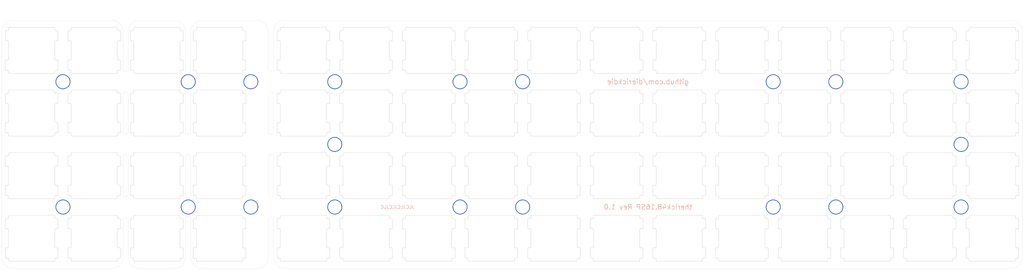
<source format=kicad_pcb>
(kicad_pcb (version 20171130) (host pcbnew "(5.1.2-1)-1")
  (layers (0 F.Cu signal) (31 B.Cu signal) (34 B.Paste user) (35 F.Paste user) (36 B.SilkS user) (37 F.SilkS user) (38 B.Mask user) (39 F.Mask user) (44 Edge.Cuts user))
  (net 0 "")
  (module random-keyboard-parts:plate_hole_4mm_tht (layer F.Cu) (at 105.588922 63.211839)
    (fp_text reference H20)
    (fp_text value MountingHole)
    (pad 1 thru_hole circle (at 0.0508 -2.032) (size 4.5 4.5) (drill 4) (layers *.Cu *.Mask))
  )
  (module random-keyboard-parts:plate_hole_4mm_tht (layer F.Cu) (at 105.588922 101.211739)
    (fp_text reference H19)
    (fp_text value MountingHole)
    (pad 1 thru_hole circle (at 0.0508 -2.032) (size 4.5 4.5) (drill 4) (layers *.Cu *.Mask))
  )
  (module acheron_Hardware:MouseBite_IPC7351 (layer F.Cu) (at 87.019771 61.179839 90)
    (fp_text reference U71)
    (fp_text value HOLE)
    (pad "" np_thru_hole circle (at -2.5 0 90) (size 0.8 0.8) (drill 0.8) (layers *.Cu *.Mask))
    (pad "" np_thru_hole circle (at -1.25 0 90) (size 0.8 0.8) (drill 0.8) (layers *.Cu *.Mask))
    (pad "" np_thru_hole circle (at 2.5 0 90) (size 0.8 0.8) (drill 0.8) (layers *.Cu *.Mask))
    (pad "" np_thru_hole circle (at 1.25 0 90) (size 0.8 0.8) (drill 0.8) (layers *.Cu *.Mask))
    (pad "" np_thru_hole circle (at 0 0 90) (size 0.8 0.8) (drill 0.8) (layers *.Cu *.Mask))
  )
  (module random-keyboard-parts:MX100_slot (layer F.Cu) (at 349.59908 108.679714)
    (fp_text reference U48)
    (fp_text value HOLE)
    (fp_line (start 6.7 7) (end -6.7 7) (layer Edge.Cuts) (width 0.1))
    (fp_arc (start -6.7 6.7) (end -7 6.7) (angle -90) (layer Edge.Cuts) (width 0.1))
    (fp_line (start -7 6.7) (end -7 6.3) (layer Edge.Cuts) (width 0.1))
    (fp_arc (start -6.7 -6.7) (end -6.7 -7) (angle -90) (layer Edge.Cuts) (width 0.1))
    (fp_line (start 6.7 -7) (end -6.7 -7) (layer Edge.Cuts) (width 0.1))
    (fp_line (start -7 -2.6) (end -7 2.6) (layer Edge.Cuts) (width 0.1))
    (fp_line (start -7 -6.3) (end -7 -6.7) (layer Edge.Cuts) (width 0.1))
    (fp_line (start 7 6.3) (end 7 6.7) (layer Edge.Cuts) (width 0.1))
    (fp_arc (start 6.7 -6.7) (end 7 -6.7) (angle -90) (layer Edge.Cuts) (width 0.1))
    (fp_arc (start 7.8 -3.1) (end 7.8 -2.9) (angle -90) (layer Edge.Cuts) (width 0.1))
    (fp_arc (start 7.3 -2.6) (end 7.3 -2.9) (angle -90) (layer Edge.Cuts) (width 0.1))
    (fp_line (start 7.3 -6) (end 7.7 -6) (layer Edge.Cuts) (width 0.1))
    (fp_line (start 8 -3.1) (end 8 -5.7) (layer Edge.Cuts) (width 0.1))
    (fp_line (start 7.8 -2.9) (end 7.3 -2.9) (layer Edge.Cuts) (width 0.1))
    (fp_line (start 7 2.6) (end 7 -2.6) (layer Edge.Cuts) (width 0.1))
    (fp_arc (start 6.7 6.7) (end 6.7 7) (angle -90) (layer Edge.Cuts) (width 0.1))
    (fp_arc (start 7.3 -6.3) (end 7 -6.3) (angle -90) (layer Edge.Cuts) (width 0.1))
    (fp_arc (start 7.7 -5.7) (end 8 -5.7) (angle -90) (layer Edge.Cuts) (width 0.1))
    (fp_line (start 7 -6.7) (end 7 -6.3) (layer Edge.Cuts) (width 0.1))
    (fp_arc (start 7.3 2.6) (end 7 2.6) (angle -90) (layer Edge.Cuts) (width 0.1))
    (fp_arc (start 7.7 3.2) (end 8 3.2) (angle -90) (layer Edge.Cuts) (width 0.1))
    (fp_line (start 7.8 6) (end 7.3 6) (layer Edge.Cuts) (width 0.1))
    (fp_line (start 8 5.8) (end 8 3.2) (layer Edge.Cuts) (width 0.1))
    (fp_line (start 7.3 2.9) (end 7.7 2.9) (layer Edge.Cuts) (width 0.1))
    (fp_arc (start 7.3 6.3) (end 7.3 6) (angle -90) (layer Edge.Cuts) (width 0.1))
    (fp_arc (start 7.8 5.8) (end 7.8 6) (angle -90) (layer Edge.Cuts) (width 0.1))
    (fp_arc (start -7.8 3.1) (end -7.8 2.9) (angle -90) (layer Edge.Cuts) (width 0.1))
    (fp_arc (start -7.3 2.6) (end -7.3 2.9) (angle -90) (layer Edge.Cuts) (width 0.1))
    (fp_line (start -7.3 6) (end -7.7 6) (layer Edge.Cuts) (width 0.1))
    (fp_line (start -8 3.1) (end -8 5.7) (layer Edge.Cuts) (width 0.1))
    (fp_line (start -7.8 2.9) (end -7.3 2.9) (layer Edge.Cuts) (width 0.1))
    (fp_arc (start -7.7 5.7) (end -8 5.7) (angle -90) (layer Edge.Cuts) (width 0.1))
    (fp_arc (start -7.3 6.3) (end -7 6.3) (angle -90) (layer Edge.Cuts) (width 0.1))
    (fp_line (start -7.8 -6) (end -7.3 -6) (layer Edge.Cuts) (width 0.1))
    (fp_line (start -7.3 -2.9) (end -7.7 -2.9) (layer Edge.Cuts) (width 0.1))
    (fp_line (start -8 -5.8) (end -8 -3.2) (layer Edge.Cuts) (width 0.1))
    (fp_arc (start -7.3 -6.3) (end -7.3 -6) (angle -90) (layer Edge.Cuts) (width 0.1))
    (fp_arc (start -7.3 -2.6) (end -7 -2.6) (angle -90) (layer Edge.Cuts) (width 0.1))
    (fp_arc (start -7.7 -3.2) (end -8 -3.2) (angle -90) (layer Edge.Cuts) (width 0.1))
    (fp_arc (start -7.8 -5.8) (end -7.8 -6) (angle -90) (layer Edge.Cuts) (width 0.1))
  )
  (module random-keyboard-parts:MX100_slot (layer F.Cu) (at 330.59913 108.679714)
    (fp_text reference U47)
    (fp_text value HOLE)
    (fp_line (start 6.7 7) (end -6.7 7) (layer Edge.Cuts) (width 0.1))
    (fp_arc (start -6.7 6.7) (end -7 6.7) (angle -90) (layer Edge.Cuts) (width 0.1))
    (fp_line (start -7 6.7) (end -7 6.3) (layer Edge.Cuts) (width 0.1))
    (fp_arc (start -6.7 -6.7) (end -6.7 -7) (angle -90) (layer Edge.Cuts) (width 0.1))
    (fp_line (start 6.7 -7) (end -6.7 -7) (layer Edge.Cuts) (width 0.1))
    (fp_line (start -7 -2.6) (end -7 2.6) (layer Edge.Cuts) (width 0.1))
    (fp_line (start -7 -6.3) (end -7 -6.7) (layer Edge.Cuts) (width 0.1))
    (fp_line (start 7 6.3) (end 7 6.7) (layer Edge.Cuts) (width 0.1))
    (fp_arc (start 6.7 -6.7) (end 7 -6.7) (angle -90) (layer Edge.Cuts) (width 0.1))
    (fp_arc (start 7.8 -3.1) (end 7.8 -2.9) (angle -90) (layer Edge.Cuts) (width 0.1))
    (fp_arc (start 7.3 -2.6) (end 7.3 -2.9) (angle -90) (layer Edge.Cuts) (width 0.1))
    (fp_line (start 7.3 -6) (end 7.7 -6) (layer Edge.Cuts) (width 0.1))
    (fp_line (start 8 -3.1) (end 8 -5.7) (layer Edge.Cuts) (width 0.1))
    (fp_line (start 7.8 -2.9) (end 7.3 -2.9) (layer Edge.Cuts) (width 0.1))
    (fp_line (start 7 2.6) (end 7 -2.6) (layer Edge.Cuts) (width 0.1))
    (fp_arc (start 6.7 6.7) (end 6.7 7) (angle -90) (layer Edge.Cuts) (width 0.1))
    (fp_arc (start 7.3 -6.3) (end 7 -6.3) (angle -90) (layer Edge.Cuts) (width 0.1))
    (fp_arc (start 7.7 -5.7) (end 8 -5.7) (angle -90) (layer Edge.Cuts) (width 0.1))
    (fp_line (start 7 -6.7) (end 7 -6.3) (layer Edge.Cuts) (width 0.1))
    (fp_arc (start 7.3 2.6) (end 7 2.6) (angle -90) (layer Edge.Cuts) (width 0.1))
    (fp_arc (start 7.7 3.2) (end 8 3.2) (angle -90) (layer Edge.Cuts) (width 0.1))
    (fp_line (start 7.8 6) (end 7.3 6) (layer Edge.Cuts) (width 0.1))
    (fp_line (start 8 5.8) (end 8 3.2) (layer Edge.Cuts) (width 0.1))
    (fp_line (start 7.3 2.9) (end 7.7 2.9) (layer Edge.Cuts) (width 0.1))
    (fp_arc (start 7.3 6.3) (end 7.3 6) (angle -90) (layer Edge.Cuts) (width 0.1))
    (fp_arc (start 7.8 5.8) (end 7.8 6) (angle -90) (layer Edge.Cuts) (width 0.1))
    (fp_arc (start -7.8 3.1) (end -7.8 2.9) (angle -90) (layer Edge.Cuts) (width 0.1))
    (fp_arc (start -7.3 2.6) (end -7.3 2.9) (angle -90) (layer Edge.Cuts) (width 0.1))
    (fp_line (start -7.3 6) (end -7.7 6) (layer Edge.Cuts) (width 0.1))
    (fp_line (start -8 3.1) (end -8 5.7) (layer Edge.Cuts) (width 0.1))
    (fp_line (start -7.8 2.9) (end -7.3 2.9) (layer Edge.Cuts) (width 0.1))
    (fp_arc (start -7.7 5.7) (end -8 5.7) (angle -90) (layer Edge.Cuts) (width 0.1))
    (fp_arc (start -7.3 6.3) (end -7 6.3) (angle -90) (layer Edge.Cuts) (width 0.1))
    (fp_line (start -7.8 -6) (end -7.3 -6) (layer Edge.Cuts) (width 0.1))
    (fp_line (start -7.3 -2.9) (end -7.7 -2.9) (layer Edge.Cuts) (width 0.1))
    (fp_line (start -8 -5.8) (end -8 -3.2) (layer Edge.Cuts) (width 0.1))
    (fp_arc (start -7.3 -6.3) (end -7.3 -6) (angle -90) (layer Edge.Cuts) (width 0.1))
    (fp_arc (start -7.3 -2.6) (end -7 -2.6) (angle -90) (layer Edge.Cuts) (width 0.1))
    (fp_arc (start -7.7 -3.2) (end -8 -3.2) (angle -90) (layer Edge.Cuts) (width 0.1))
    (fp_arc (start -7.8 -5.8) (end -7.8 -6) (angle -90) (layer Edge.Cuts) (width 0.1))
  )
  (module random-keyboard-parts:MX100_slot (layer F.Cu) (at 311.59918 108.679714)
    (fp_text reference U46)
    (fp_text value HOLE)
    (fp_line (start 6.7 7) (end -6.7 7) (layer Edge.Cuts) (width 0.1))
    (fp_arc (start -6.7 6.7) (end -7 6.7) (angle -90) (layer Edge.Cuts) (width 0.1))
    (fp_line (start -7 6.7) (end -7 6.3) (layer Edge.Cuts) (width 0.1))
    (fp_arc (start -6.7 -6.7) (end -6.7 -7) (angle -90) (layer Edge.Cuts) (width 0.1))
    (fp_line (start 6.7 -7) (end -6.7 -7) (layer Edge.Cuts) (width 0.1))
    (fp_line (start -7 -2.6) (end -7 2.6) (layer Edge.Cuts) (width 0.1))
    (fp_line (start -7 -6.3) (end -7 -6.7) (layer Edge.Cuts) (width 0.1))
    (fp_line (start 7 6.3) (end 7 6.7) (layer Edge.Cuts) (width 0.1))
    (fp_arc (start 6.7 -6.7) (end 7 -6.7) (angle -90) (layer Edge.Cuts) (width 0.1))
    (fp_arc (start 7.8 -3.1) (end 7.8 -2.9) (angle -90) (layer Edge.Cuts) (width 0.1))
    (fp_arc (start 7.3 -2.6) (end 7.3 -2.9) (angle -90) (layer Edge.Cuts) (width 0.1))
    (fp_line (start 7.3 -6) (end 7.7 -6) (layer Edge.Cuts) (width 0.1))
    (fp_line (start 8 -3.1) (end 8 -5.7) (layer Edge.Cuts) (width 0.1))
    (fp_line (start 7.8 -2.9) (end 7.3 -2.9) (layer Edge.Cuts) (width 0.1))
    (fp_line (start 7 2.6) (end 7 -2.6) (layer Edge.Cuts) (width 0.1))
    (fp_arc (start 6.7 6.7) (end 6.7 7) (angle -90) (layer Edge.Cuts) (width 0.1))
    (fp_arc (start 7.3 -6.3) (end 7 -6.3) (angle -90) (layer Edge.Cuts) (width 0.1))
    (fp_arc (start 7.7 -5.7) (end 8 -5.7) (angle -90) (layer Edge.Cuts) (width 0.1))
    (fp_line (start 7 -6.7) (end 7 -6.3) (layer Edge.Cuts) (width 0.1))
    (fp_arc (start 7.3 2.6) (end 7 2.6) (angle -90) (layer Edge.Cuts) (width 0.1))
    (fp_arc (start 7.7 3.2) (end 8 3.2) (angle -90) (layer Edge.Cuts) (width 0.1))
    (fp_line (start 7.8 6) (end 7.3 6) (layer Edge.Cuts) (width 0.1))
    (fp_line (start 8 5.8) (end 8 3.2) (layer Edge.Cuts) (width 0.1))
    (fp_line (start 7.3 2.9) (end 7.7 2.9) (layer Edge.Cuts) (width 0.1))
    (fp_arc (start 7.3 6.3) (end 7.3 6) (angle -90) (layer Edge.Cuts) (width 0.1))
    (fp_arc (start 7.8 5.8) (end 7.8 6) (angle -90) (layer Edge.Cuts) (width 0.1))
    (fp_arc (start -7.8 3.1) (end -7.8 2.9) (angle -90) (layer Edge.Cuts) (width 0.1))
    (fp_arc (start -7.3 2.6) (end -7.3 2.9) (angle -90) (layer Edge.Cuts) (width 0.1))
    (fp_line (start -7.3 6) (end -7.7 6) (layer Edge.Cuts) (width 0.1))
    (fp_line (start -8 3.1) (end -8 5.7) (layer Edge.Cuts) (width 0.1))
    (fp_line (start -7.8 2.9) (end -7.3 2.9) (layer Edge.Cuts) (width 0.1))
    (fp_arc (start -7.7 5.7) (end -8 5.7) (angle -90) (layer Edge.Cuts) (width 0.1))
    (fp_arc (start -7.3 6.3) (end -7 6.3) (angle -90) (layer Edge.Cuts) (width 0.1))
    (fp_line (start -7.8 -6) (end -7.3 -6) (layer Edge.Cuts) (width 0.1))
    (fp_line (start -7.3 -2.9) (end -7.7 -2.9) (layer Edge.Cuts) (width 0.1))
    (fp_line (start -8 -5.8) (end -8 -3.2) (layer Edge.Cuts) (width 0.1))
    (fp_arc (start -7.3 -6.3) (end -7.3 -6) (angle -90) (layer Edge.Cuts) (width 0.1))
    (fp_arc (start -7.3 -2.6) (end -7 -2.6) (angle -90) (layer Edge.Cuts) (width 0.1))
    (fp_arc (start -7.7 -3.2) (end -8 -3.2) (angle -90) (layer Edge.Cuts) (width 0.1))
    (fp_arc (start -7.8 -5.8) (end -7.8 -6) (angle -90) (layer Edge.Cuts) (width 0.1))
  )
  (module random-keyboard-parts:MX100_slot (layer F.Cu) (at 292.59923 108.679714)
    (fp_text reference U45)
    (fp_text value HOLE)
    (fp_line (start 6.7 7) (end -6.7 7) (layer Edge.Cuts) (width 0.1))
    (fp_arc (start -6.7 6.7) (end -7 6.7) (angle -90) (layer Edge.Cuts) (width 0.1))
    (fp_line (start -7 6.7) (end -7 6.3) (layer Edge.Cuts) (width 0.1))
    (fp_arc (start -6.7 -6.7) (end -6.7 -7) (angle -90) (layer Edge.Cuts) (width 0.1))
    (fp_line (start 6.7 -7) (end -6.7 -7) (layer Edge.Cuts) (width 0.1))
    (fp_line (start -7 -2.6) (end -7 2.6) (layer Edge.Cuts) (width 0.1))
    (fp_line (start -7 -6.3) (end -7 -6.7) (layer Edge.Cuts) (width 0.1))
    (fp_line (start 7 6.3) (end 7 6.7) (layer Edge.Cuts) (width 0.1))
    (fp_arc (start 6.7 -6.7) (end 7 -6.7) (angle -90) (layer Edge.Cuts) (width 0.1))
    (fp_arc (start 7.8 -3.1) (end 7.8 -2.9) (angle -90) (layer Edge.Cuts) (width 0.1))
    (fp_arc (start 7.3 -2.6) (end 7.3 -2.9) (angle -90) (layer Edge.Cuts) (width 0.1))
    (fp_line (start 7.3 -6) (end 7.7 -6) (layer Edge.Cuts) (width 0.1))
    (fp_line (start 8 -3.1) (end 8 -5.7) (layer Edge.Cuts) (width 0.1))
    (fp_line (start 7.8 -2.9) (end 7.3 -2.9) (layer Edge.Cuts) (width 0.1))
    (fp_line (start 7 2.6) (end 7 -2.6) (layer Edge.Cuts) (width 0.1))
    (fp_arc (start 6.7 6.7) (end 6.7 7) (angle -90) (layer Edge.Cuts) (width 0.1))
    (fp_arc (start 7.3 -6.3) (end 7 -6.3) (angle -90) (layer Edge.Cuts) (width 0.1))
    (fp_arc (start 7.7 -5.7) (end 8 -5.7) (angle -90) (layer Edge.Cuts) (width 0.1))
    (fp_line (start 7 -6.7) (end 7 -6.3) (layer Edge.Cuts) (width 0.1))
    (fp_arc (start 7.3 2.6) (end 7 2.6) (angle -90) (layer Edge.Cuts) (width 0.1))
    (fp_arc (start 7.7 3.2) (end 8 3.2) (angle -90) (layer Edge.Cuts) (width 0.1))
    (fp_line (start 7.8 6) (end 7.3 6) (layer Edge.Cuts) (width 0.1))
    (fp_line (start 8 5.8) (end 8 3.2) (layer Edge.Cuts) (width 0.1))
    (fp_line (start 7.3 2.9) (end 7.7 2.9) (layer Edge.Cuts) (width 0.1))
    (fp_arc (start 7.3 6.3) (end 7.3 6) (angle -90) (layer Edge.Cuts) (width 0.1))
    (fp_arc (start 7.8 5.8) (end 7.8 6) (angle -90) (layer Edge.Cuts) (width 0.1))
    (fp_arc (start -7.8 3.1) (end -7.8 2.9) (angle -90) (layer Edge.Cuts) (width 0.1))
    (fp_arc (start -7.3 2.6) (end -7.3 2.9) (angle -90) (layer Edge.Cuts) (width 0.1))
    (fp_line (start -7.3 6) (end -7.7 6) (layer Edge.Cuts) (width 0.1))
    (fp_line (start -8 3.1) (end -8 5.7) (layer Edge.Cuts) (width 0.1))
    (fp_line (start -7.8 2.9) (end -7.3 2.9) (layer Edge.Cuts) (width 0.1))
    (fp_arc (start -7.7 5.7) (end -8 5.7) (angle -90) (layer Edge.Cuts) (width 0.1))
    (fp_arc (start -7.3 6.3) (end -7 6.3) (angle -90) (layer Edge.Cuts) (width 0.1))
    (fp_line (start -7.8 -6) (end -7.3 -6) (layer Edge.Cuts) (width 0.1))
    (fp_line (start -7.3 -2.9) (end -7.7 -2.9) (layer Edge.Cuts) (width 0.1))
    (fp_line (start -8 -5.8) (end -8 -3.2) (layer Edge.Cuts) (width 0.1))
    (fp_arc (start -7.3 -6.3) (end -7.3 -6) (angle -90) (layer Edge.Cuts) (width 0.1))
    (fp_arc (start -7.3 -2.6) (end -7 -2.6) (angle -90) (layer Edge.Cuts) (width 0.1))
    (fp_arc (start -7.7 -3.2) (end -8 -3.2) (angle -90) (layer Edge.Cuts) (width 0.1))
    (fp_arc (start -7.8 -5.8) (end -7.8 -6) (angle -90) (layer Edge.Cuts) (width 0.1))
  )
  (module random-keyboard-parts:MX100_slot (layer F.Cu) (at 273.59928 108.679714)
    (fp_text reference U44)
    (fp_text value HOLE)
    (fp_line (start 6.7 7) (end -6.7 7) (layer Edge.Cuts) (width 0.1))
    (fp_arc (start -6.7 6.7) (end -7 6.7) (angle -90) (layer Edge.Cuts) (width 0.1))
    (fp_line (start -7 6.7) (end -7 6.3) (layer Edge.Cuts) (width 0.1))
    (fp_arc (start -6.7 -6.7) (end -6.7 -7) (angle -90) (layer Edge.Cuts) (width 0.1))
    (fp_line (start 6.7 -7) (end -6.7 -7) (layer Edge.Cuts) (width 0.1))
    (fp_line (start -7 -2.6) (end -7 2.6) (layer Edge.Cuts) (width 0.1))
    (fp_line (start -7 -6.3) (end -7 -6.7) (layer Edge.Cuts) (width 0.1))
    (fp_line (start 7 6.3) (end 7 6.7) (layer Edge.Cuts) (width 0.1))
    (fp_arc (start 6.7 -6.7) (end 7 -6.7) (angle -90) (layer Edge.Cuts) (width 0.1))
    (fp_arc (start 7.8 -3.1) (end 7.8 -2.9) (angle -90) (layer Edge.Cuts) (width 0.1))
    (fp_arc (start 7.3 -2.6) (end 7.3 -2.9) (angle -90) (layer Edge.Cuts) (width 0.1))
    (fp_line (start 7.3 -6) (end 7.7 -6) (layer Edge.Cuts) (width 0.1))
    (fp_line (start 8 -3.1) (end 8 -5.7) (layer Edge.Cuts) (width 0.1))
    (fp_line (start 7.8 -2.9) (end 7.3 -2.9) (layer Edge.Cuts) (width 0.1))
    (fp_line (start 7 2.6) (end 7 -2.6) (layer Edge.Cuts) (width 0.1))
    (fp_arc (start 6.7 6.7) (end 6.7 7) (angle -90) (layer Edge.Cuts) (width 0.1))
    (fp_arc (start 7.3 -6.3) (end 7 -6.3) (angle -90) (layer Edge.Cuts) (width 0.1))
    (fp_arc (start 7.7 -5.7) (end 8 -5.7) (angle -90) (layer Edge.Cuts) (width 0.1))
    (fp_line (start 7 -6.7) (end 7 -6.3) (layer Edge.Cuts) (width 0.1))
    (fp_arc (start 7.3 2.6) (end 7 2.6) (angle -90) (layer Edge.Cuts) (width 0.1))
    (fp_arc (start 7.7 3.2) (end 8 3.2) (angle -90) (layer Edge.Cuts) (width 0.1))
    (fp_line (start 7.8 6) (end 7.3 6) (layer Edge.Cuts) (width 0.1))
    (fp_line (start 8 5.8) (end 8 3.2) (layer Edge.Cuts) (width 0.1))
    (fp_line (start 7.3 2.9) (end 7.7 2.9) (layer Edge.Cuts) (width 0.1))
    (fp_arc (start 7.3 6.3) (end 7.3 6) (angle -90) (layer Edge.Cuts) (width 0.1))
    (fp_arc (start 7.8 5.8) (end 7.8 6) (angle -90) (layer Edge.Cuts) (width 0.1))
    (fp_arc (start -7.8 3.1) (end -7.8 2.9) (angle -90) (layer Edge.Cuts) (width 0.1))
    (fp_arc (start -7.3 2.6) (end -7.3 2.9) (angle -90) (layer Edge.Cuts) (width 0.1))
    (fp_line (start -7.3 6) (end -7.7 6) (layer Edge.Cuts) (width 0.1))
    (fp_line (start -8 3.1) (end -8 5.7) (layer Edge.Cuts) (width 0.1))
    (fp_line (start -7.8 2.9) (end -7.3 2.9) (layer Edge.Cuts) (width 0.1))
    (fp_arc (start -7.7 5.7) (end -8 5.7) (angle -90) (layer Edge.Cuts) (width 0.1))
    (fp_arc (start -7.3 6.3) (end -7 6.3) (angle -90) (layer Edge.Cuts) (width 0.1))
    (fp_line (start -7.8 -6) (end -7.3 -6) (layer Edge.Cuts) (width 0.1))
    (fp_line (start -7.3 -2.9) (end -7.7 -2.9) (layer Edge.Cuts) (width 0.1))
    (fp_line (start -8 -5.8) (end -8 -3.2) (layer Edge.Cuts) (width 0.1))
    (fp_arc (start -7.3 -6.3) (end -7.3 -6) (angle -90) (layer Edge.Cuts) (width 0.1))
    (fp_arc (start -7.3 -2.6) (end -7 -2.6) (angle -90) (layer Edge.Cuts) (width 0.1))
    (fp_arc (start -7.7 -3.2) (end -8 -3.2) (angle -90) (layer Edge.Cuts) (width 0.1))
    (fp_arc (start -7.8 -5.8) (end -7.8 -6) (angle -90) (layer Edge.Cuts) (width 0.1))
  )
  (module random-keyboard-parts:MX100_slot (layer F.Cu) (at 254.59933 108.679714)
    (fp_text reference U43)
    (fp_text value HOLE)
    (fp_line (start 6.7 7) (end -6.7 7) (layer Edge.Cuts) (width 0.1))
    (fp_arc (start -6.7 6.7) (end -7 6.7) (angle -90) (layer Edge.Cuts) (width 0.1))
    (fp_line (start -7 6.7) (end -7 6.3) (layer Edge.Cuts) (width 0.1))
    (fp_arc (start -6.7 -6.7) (end -6.7 -7) (angle -90) (layer Edge.Cuts) (width 0.1))
    (fp_line (start 6.7 -7) (end -6.7 -7) (layer Edge.Cuts) (width 0.1))
    (fp_line (start -7 -2.6) (end -7 2.6) (layer Edge.Cuts) (width 0.1))
    (fp_line (start -7 -6.3) (end -7 -6.7) (layer Edge.Cuts) (width 0.1))
    (fp_line (start 7 6.3) (end 7 6.7) (layer Edge.Cuts) (width 0.1))
    (fp_arc (start 6.7 -6.7) (end 7 -6.7) (angle -90) (layer Edge.Cuts) (width 0.1))
    (fp_arc (start 7.8 -3.1) (end 7.8 -2.9) (angle -90) (layer Edge.Cuts) (width 0.1))
    (fp_arc (start 7.3 -2.6) (end 7.3 -2.9) (angle -90) (layer Edge.Cuts) (width 0.1))
    (fp_line (start 7.3 -6) (end 7.7 -6) (layer Edge.Cuts) (width 0.1))
    (fp_line (start 8 -3.1) (end 8 -5.7) (layer Edge.Cuts) (width 0.1))
    (fp_line (start 7.8 -2.9) (end 7.3 -2.9) (layer Edge.Cuts) (width 0.1))
    (fp_line (start 7 2.6) (end 7 -2.6) (layer Edge.Cuts) (width 0.1))
    (fp_arc (start 6.7 6.7) (end 6.7 7) (angle -90) (layer Edge.Cuts) (width 0.1))
    (fp_arc (start 7.3 -6.3) (end 7 -6.3) (angle -90) (layer Edge.Cuts) (width 0.1))
    (fp_arc (start 7.7 -5.7) (end 8 -5.7) (angle -90) (layer Edge.Cuts) (width 0.1))
    (fp_line (start 7 -6.7) (end 7 -6.3) (layer Edge.Cuts) (width 0.1))
    (fp_arc (start 7.3 2.6) (end 7 2.6) (angle -90) (layer Edge.Cuts) (width 0.1))
    (fp_arc (start 7.7 3.2) (end 8 3.2) (angle -90) (layer Edge.Cuts) (width 0.1))
    (fp_line (start 7.8 6) (end 7.3 6) (layer Edge.Cuts) (width 0.1))
    (fp_line (start 8 5.8) (end 8 3.2) (layer Edge.Cuts) (width 0.1))
    (fp_line (start 7.3 2.9) (end 7.7 2.9) (layer Edge.Cuts) (width 0.1))
    (fp_arc (start 7.3 6.3) (end 7.3 6) (angle -90) (layer Edge.Cuts) (width 0.1))
    (fp_arc (start 7.8 5.8) (end 7.8 6) (angle -90) (layer Edge.Cuts) (width 0.1))
    (fp_arc (start -7.8 3.1) (end -7.8 2.9) (angle -90) (layer Edge.Cuts) (width 0.1))
    (fp_arc (start -7.3 2.6) (end -7.3 2.9) (angle -90) (layer Edge.Cuts) (width 0.1))
    (fp_line (start -7.3 6) (end -7.7 6) (layer Edge.Cuts) (width 0.1))
    (fp_line (start -8 3.1) (end -8 5.7) (layer Edge.Cuts) (width 0.1))
    (fp_line (start -7.8 2.9) (end -7.3 2.9) (layer Edge.Cuts) (width 0.1))
    (fp_arc (start -7.7 5.7) (end -8 5.7) (angle -90) (layer Edge.Cuts) (width 0.1))
    (fp_arc (start -7.3 6.3) (end -7 6.3) (angle -90) (layer Edge.Cuts) (width 0.1))
    (fp_line (start -7.8 -6) (end -7.3 -6) (layer Edge.Cuts) (width 0.1))
    (fp_line (start -7.3 -2.9) (end -7.7 -2.9) (layer Edge.Cuts) (width 0.1))
    (fp_line (start -8 -5.8) (end -8 -3.2) (layer Edge.Cuts) (width 0.1))
    (fp_arc (start -7.3 -6.3) (end -7.3 -6) (angle -90) (layer Edge.Cuts) (width 0.1))
    (fp_arc (start -7.3 -2.6) (end -7 -2.6) (angle -90) (layer Edge.Cuts) (width 0.1))
    (fp_arc (start -7.7 -3.2) (end -8 -3.2) (angle -90) (layer Edge.Cuts) (width 0.1))
    (fp_arc (start -7.8 -5.8) (end -7.8 -6) (angle -90) (layer Edge.Cuts) (width 0.1))
  )
  (module random-keyboard-parts:MX100_slot (layer F.Cu) (at 235.59938 108.679714)
    (fp_text reference U42)
    (fp_text value HOLE)
    (fp_line (start 6.7 7) (end -6.7 7) (layer Edge.Cuts) (width 0.1))
    (fp_arc (start -6.7 6.7) (end -7 6.7) (angle -90) (layer Edge.Cuts) (width 0.1))
    (fp_line (start -7 6.7) (end -7 6.3) (layer Edge.Cuts) (width 0.1))
    (fp_arc (start -6.7 -6.7) (end -6.7 -7) (angle -90) (layer Edge.Cuts) (width 0.1))
    (fp_line (start 6.7 -7) (end -6.7 -7) (layer Edge.Cuts) (width 0.1))
    (fp_line (start -7 -2.6) (end -7 2.6) (layer Edge.Cuts) (width 0.1))
    (fp_line (start -7 -6.3) (end -7 -6.7) (layer Edge.Cuts) (width 0.1))
    (fp_line (start 7 6.3) (end 7 6.7) (layer Edge.Cuts) (width 0.1))
    (fp_arc (start 6.7 -6.7) (end 7 -6.7) (angle -90) (layer Edge.Cuts) (width 0.1))
    (fp_arc (start 7.8 -3.1) (end 7.8 -2.9) (angle -90) (layer Edge.Cuts) (width 0.1))
    (fp_arc (start 7.3 -2.6) (end 7.3 -2.9) (angle -90) (layer Edge.Cuts) (width 0.1))
    (fp_line (start 7.3 -6) (end 7.7 -6) (layer Edge.Cuts) (width 0.1))
    (fp_line (start 8 -3.1) (end 8 -5.7) (layer Edge.Cuts) (width 0.1))
    (fp_line (start 7.8 -2.9) (end 7.3 -2.9) (layer Edge.Cuts) (width 0.1))
    (fp_line (start 7 2.6) (end 7 -2.6) (layer Edge.Cuts) (width 0.1))
    (fp_arc (start 6.7 6.7) (end 6.7 7) (angle -90) (layer Edge.Cuts) (width 0.1))
    (fp_arc (start 7.3 -6.3) (end 7 -6.3) (angle -90) (layer Edge.Cuts) (width 0.1))
    (fp_arc (start 7.7 -5.7) (end 8 -5.7) (angle -90) (layer Edge.Cuts) (width 0.1))
    (fp_line (start 7 -6.7) (end 7 -6.3) (layer Edge.Cuts) (width 0.1))
    (fp_arc (start 7.3 2.6) (end 7 2.6) (angle -90) (layer Edge.Cuts) (width 0.1))
    (fp_arc (start 7.7 3.2) (end 8 3.2) (angle -90) (layer Edge.Cuts) (width 0.1))
    (fp_line (start 7.8 6) (end 7.3 6) (layer Edge.Cuts) (width 0.1))
    (fp_line (start 8 5.8) (end 8 3.2) (layer Edge.Cuts) (width 0.1))
    (fp_line (start 7.3 2.9) (end 7.7 2.9) (layer Edge.Cuts) (width 0.1))
    (fp_arc (start 7.3 6.3) (end 7.3 6) (angle -90) (layer Edge.Cuts) (width 0.1))
    (fp_arc (start 7.8 5.8) (end 7.8 6) (angle -90) (layer Edge.Cuts) (width 0.1))
    (fp_arc (start -7.8 3.1) (end -7.8 2.9) (angle -90) (layer Edge.Cuts) (width 0.1))
    (fp_arc (start -7.3 2.6) (end -7.3 2.9) (angle -90) (layer Edge.Cuts) (width 0.1))
    (fp_line (start -7.3 6) (end -7.7 6) (layer Edge.Cuts) (width 0.1))
    (fp_line (start -8 3.1) (end -8 5.7) (layer Edge.Cuts) (width 0.1))
    (fp_line (start -7.8 2.9) (end -7.3 2.9) (layer Edge.Cuts) (width 0.1))
    (fp_arc (start -7.7 5.7) (end -8 5.7) (angle -90) (layer Edge.Cuts) (width 0.1))
    (fp_arc (start -7.3 6.3) (end -7 6.3) (angle -90) (layer Edge.Cuts) (width 0.1))
    (fp_line (start -7.8 -6) (end -7.3 -6) (layer Edge.Cuts) (width 0.1))
    (fp_line (start -7.3 -2.9) (end -7.7 -2.9) (layer Edge.Cuts) (width 0.1))
    (fp_line (start -8 -5.8) (end -8 -3.2) (layer Edge.Cuts) (width 0.1))
    (fp_arc (start -7.3 -6.3) (end -7.3 -6) (angle -90) (layer Edge.Cuts) (width 0.1))
    (fp_arc (start -7.3 -2.6) (end -7 -2.6) (angle -90) (layer Edge.Cuts) (width 0.1))
    (fp_arc (start -7.7 -3.2) (end -8 -3.2) (angle -90) (layer Edge.Cuts) (width 0.1))
    (fp_arc (start -7.8 -5.8) (end -7.8 -6) (angle -90) (layer Edge.Cuts) (width 0.1))
  )
  (module random-keyboard-parts:MX100_slot (layer F.Cu) (at 216.59943 108.679714)
    (fp_text reference U41)
    (fp_text value HOLE)
    (fp_line (start 6.7 7) (end -6.7 7) (layer Edge.Cuts) (width 0.1))
    (fp_arc (start -6.7 6.7) (end -7 6.7) (angle -90) (layer Edge.Cuts) (width 0.1))
    (fp_line (start -7 6.7) (end -7 6.3) (layer Edge.Cuts) (width 0.1))
    (fp_arc (start -6.7 -6.7) (end -6.7 -7) (angle -90) (layer Edge.Cuts) (width 0.1))
    (fp_line (start 6.7 -7) (end -6.7 -7) (layer Edge.Cuts) (width 0.1))
    (fp_line (start -7 -2.6) (end -7 2.6) (layer Edge.Cuts) (width 0.1))
    (fp_line (start -7 -6.3) (end -7 -6.7) (layer Edge.Cuts) (width 0.1))
    (fp_line (start 7 6.3) (end 7 6.7) (layer Edge.Cuts) (width 0.1))
    (fp_arc (start 6.7 -6.7) (end 7 -6.7) (angle -90) (layer Edge.Cuts) (width 0.1))
    (fp_arc (start 7.8 -3.1) (end 7.8 -2.9) (angle -90) (layer Edge.Cuts) (width 0.1))
    (fp_arc (start 7.3 -2.6) (end 7.3 -2.9) (angle -90) (layer Edge.Cuts) (width 0.1))
    (fp_line (start 7.3 -6) (end 7.7 -6) (layer Edge.Cuts) (width 0.1))
    (fp_line (start 8 -3.1) (end 8 -5.7) (layer Edge.Cuts) (width 0.1))
    (fp_line (start 7.8 -2.9) (end 7.3 -2.9) (layer Edge.Cuts) (width 0.1))
    (fp_line (start 7 2.6) (end 7 -2.6) (layer Edge.Cuts) (width 0.1))
    (fp_arc (start 6.7 6.7) (end 6.7 7) (angle -90) (layer Edge.Cuts) (width 0.1))
    (fp_arc (start 7.3 -6.3) (end 7 -6.3) (angle -90) (layer Edge.Cuts) (width 0.1))
    (fp_arc (start 7.7 -5.7) (end 8 -5.7) (angle -90) (layer Edge.Cuts) (width 0.1))
    (fp_line (start 7 -6.7) (end 7 -6.3) (layer Edge.Cuts) (width 0.1))
    (fp_arc (start 7.3 2.6) (end 7 2.6) (angle -90) (layer Edge.Cuts) (width 0.1))
    (fp_arc (start 7.7 3.2) (end 8 3.2) (angle -90) (layer Edge.Cuts) (width 0.1))
    (fp_line (start 7.8 6) (end 7.3 6) (layer Edge.Cuts) (width 0.1))
    (fp_line (start 8 5.8) (end 8 3.2) (layer Edge.Cuts) (width 0.1))
    (fp_line (start 7.3 2.9) (end 7.7 2.9) (layer Edge.Cuts) (width 0.1))
    (fp_arc (start 7.3 6.3) (end 7.3 6) (angle -90) (layer Edge.Cuts) (width 0.1))
    (fp_arc (start 7.8 5.8) (end 7.8 6) (angle -90) (layer Edge.Cuts) (width 0.1))
    (fp_arc (start -7.8 3.1) (end -7.8 2.9) (angle -90) (layer Edge.Cuts) (width 0.1))
    (fp_arc (start -7.3 2.6) (end -7.3 2.9) (angle -90) (layer Edge.Cuts) (width 0.1))
    (fp_line (start -7.3 6) (end -7.7 6) (layer Edge.Cuts) (width 0.1))
    (fp_line (start -8 3.1) (end -8 5.7) (layer Edge.Cuts) (width 0.1))
    (fp_line (start -7.8 2.9) (end -7.3 2.9) (layer Edge.Cuts) (width 0.1))
    (fp_arc (start -7.7 5.7) (end -8 5.7) (angle -90) (layer Edge.Cuts) (width 0.1))
    (fp_arc (start -7.3 6.3) (end -7 6.3) (angle -90) (layer Edge.Cuts) (width 0.1))
    (fp_line (start -7.8 -6) (end -7.3 -6) (layer Edge.Cuts) (width 0.1))
    (fp_line (start -7.3 -2.9) (end -7.7 -2.9) (layer Edge.Cuts) (width 0.1))
    (fp_line (start -8 -5.8) (end -8 -3.2) (layer Edge.Cuts) (width 0.1))
    (fp_arc (start -7.3 -6.3) (end -7.3 -6) (angle -90) (layer Edge.Cuts) (width 0.1))
    (fp_arc (start -7.3 -2.6) (end -7 -2.6) (angle -90) (layer Edge.Cuts) (width 0.1))
    (fp_arc (start -7.7 -3.2) (end -8 -3.2) (angle -90) (layer Edge.Cuts) (width 0.1))
    (fp_arc (start -7.8 -5.8) (end -7.8 -6) (angle -90) (layer Edge.Cuts) (width 0.1))
  )
  (module random-keyboard-parts:MX100_slot (layer F.Cu) (at 197.59948 108.679714)
    (fp_text reference U40)
    (fp_text value HOLE)
    (fp_line (start 6.7 7) (end -6.7 7) (layer Edge.Cuts) (width 0.1))
    (fp_arc (start -6.7 6.7) (end -7 6.7) (angle -90) (layer Edge.Cuts) (width 0.1))
    (fp_line (start -7 6.7) (end -7 6.3) (layer Edge.Cuts) (width 0.1))
    (fp_arc (start -6.7 -6.7) (end -6.7 -7) (angle -90) (layer Edge.Cuts) (width 0.1))
    (fp_line (start 6.7 -7) (end -6.7 -7) (layer Edge.Cuts) (width 0.1))
    (fp_line (start -7 -2.6) (end -7 2.6) (layer Edge.Cuts) (width 0.1))
    (fp_line (start -7 -6.3) (end -7 -6.7) (layer Edge.Cuts) (width 0.1))
    (fp_line (start 7 6.3) (end 7 6.7) (layer Edge.Cuts) (width 0.1))
    (fp_arc (start 6.7 -6.7) (end 7 -6.7) (angle -90) (layer Edge.Cuts) (width 0.1))
    (fp_arc (start 7.8 -3.1) (end 7.8 -2.9) (angle -90) (layer Edge.Cuts) (width 0.1))
    (fp_arc (start 7.3 -2.6) (end 7.3 -2.9) (angle -90) (layer Edge.Cuts) (width 0.1))
    (fp_line (start 7.3 -6) (end 7.7 -6) (layer Edge.Cuts) (width 0.1))
    (fp_line (start 8 -3.1) (end 8 -5.7) (layer Edge.Cuts) (width 0.1))
    (fp_line (start 7.8 -2.9) (end 7.3 -2.9) (layer Edge.Cuts) (width 0.1))
    (fp_line (start 7 2.6) (end 7 -2.6) (layer Edge.Cuts) (width 0.1))
    (fp_arc (start 6.7 6.7) (end 6.7 7) (angle -90) (layer Edge.Cuts) (width 0.1))
    (fp_arc (start 7.3 -6.3) (end 7 -6.3) (angle -90) (layer Edge.Cuts) (width 0.1))
    (fp_arc (start 7.7 -5.7) (end 8 -5.7) (angle -90) (layer Edge.Cuts) (width 0.1))
    (fp_line (start 7 -6.7) (end 7 -6.3) (layer Edge.Cuts) (width 0.1))
    (fp_arc (start 7.3 2.6) (end 7 2.6) (angle -90) (layer Edge.Cuts) (width 0.1))
    (fp_arc (start 7.7 3.2) (end 8 3.2) (angle -90) (layer Edge.Cuts) (width 0.1))
    (fp_line (start 7.8 6) (end 7.3 6) (layer Edge.Cuts) (width 0.1))
    (fp_line (start 8 5.8) (end 8 3.2) (layer Edge.Cuts) (width 0.1))
    (fp_line (start 7.3 2.9) (end 7.7 2.9) (layer Edge.Cuts) (width 0.1))
    (fp_arc (start 7.3 6.3) (end 7.3 6) (angle -90) (layer Edge.Cuts) (width 0.1))
    (fp_arc (start 7.8 5.8) (end 7.8 6) (angle -90) (layer Edge.Cuts) (width 0.1))
    (fp_arc (start -7.8 3.1) (end -7.8 2.9) (angle -90) (layer Edge.Cuts) (width 0.1))
    (fp_arc (start -7.3 2.6) (end -7.3 2.9) (angle -90) (layer Edge.Cuts) (width 0.1))
    (fp_line (start -7.3 6) (end -7.7 6) (layer Edge.Cuts) (width 0.1))
    (fp_line (start -8 3.1) (end -8 5.7) (layer Edge.Cuts) (width 0.1))
    (fp_line (start -7.8 2.9) (end -7.3 2.9) (layer Edge.Cuts) (width 0.1))
    (fp_arc (start -7.7 5.7) (end -8 5.7) (angle -90) (layer Edge.Cuts) (width 0.1))
    (fp_arc (start -7.3 6.3) (end -7 6.3) (angle -90) (layer Edge.Cuts) (width 0.1))
    (fp_line (start -7.8 -6) (end -7.3 -6) (layer Edge.Cuts) (width 0.1))
    (fp_line (start -7.3 -2.9) (end -7.7 -2.9) (layer Edge.Cuts) (width 0.1))
    (fp_line (start -8 -5.8) (end -8 -3.2) (layer Edge.Cuts) (width 0.1))
    (fp_arc (start -7.3 -6.3) (end -7.3 -6) (angle -90) (layer Edge.Cuts) (width 0.1))
    (fp_arc (start -7.3 -2.6) (end -7 -2.6) (angle -90) (layer Edge.Cuts) (width 0.1))
    (fp_arc (start -7.7 -3.2) (end -8 -3.2) (angle -90) (layer Edge.Cuts) (width 0.1))
    (fp_arc (start -7.8 -5.8) (end -7.8 -6) (angle -90) (layer Edge.Cuts) (width 0.1))
  )
  (module random-keyboard-parts:MX100_slot (layer F.Cu) (at 178.59953 108.679714)
    (fp_text reference U39)
    (fp_text value HOLE)
    (fp_line (start 6.7 7) (end -6.7 7) (layer Edge.Cuts) (width 0.1))
    (fp_arc (start -6.7 6.7) (end -7 6.7) (angle -90) (layer Edge.Cuts) (width 0.1))
    (fp_line (start -7 6.7) (end -7 6.3) (layer Edge.Cuts) (width 0.1))
    (fp_arc (start -6.7 -6.7) (end -6.7 -7) (angle -90) (layer Edge.Cuts) (width 0.1))
    (fp_line (start 6.7 -7) (end -6.7 -7) (layer Edge.Cuts) (width 0.1))
    (fp_line (start -7 -2.6) (end -7 2.6) (layer Edge.Cuts) (width 0.1))
    (fp_line (start -7 -6.3) (end -7 -6.7) (layer Edge.Cuts) (width 0.1))
    (fp_line (start 7 6.3) (end 7 6.7) (layer Edge.Cuts) (width 0.1))
    (fp_arc (start 6.7 -6.7) (end 7 -6.7) (angle -90) (layer Edge.Cuts) (width 0.1))
    (fp_arc (start 7.8 -3.1) (end 7.8 -2.9) (angle -90) (layer Edge.Cuts) (width 0.1))
    (fp_arc (start 7.3 -2.6) (end 7.3 -2.9) (angle -90) (layer Edge.Cuts) (width 0.1))
    (fp_line (start 7.3 -6) (end 7.7 -6) (layer Edge.Cuts) (width 0.1))
    (fp_line (start 8 -3.1) (end 8 -5.7) (layer Edge.Cuts) (width 0.1))
    (fp_line (start 7.8 -2.9) (end 7.3 -2.9) (layer Edge.Cuts) (width 0.1))
    (fp_line (start 7 2.6) (end 7 -2.6) (layer Edge.Cuts) (width 0.1))
    (fp_arc (start 6.7 6.7) (end 6.7 7) (angle -90) (layer Edge.Cuts) (width 0.1))
    (fp_arc (start 7.3 -6.3) (end 7 -6.3) (angle -90) (layer Edge.Cuts) (width 0.1))
    (fp_arc (start 7.7 -5.7) (end 8 -5.7) (angle -90) (layer Edge.Cuts) (width 0.1))
    (fp_line (start 7 -6.7) (end 7 -6.3) (layer Edge.Cuts) (width 0.1))
    (fp_arc (start 7.3 2.6) (end 7 2.6) (angle -90) (layer Edge.Cuts) (width 0.1))
    (fp_arc (start 7.7 3.2) (end 8 3.2) (angle -90) (layer Edge.Cuts) (width 0.1))
    (fp_line (start 7.8 6) (end 7.3 6) (layer Edge.Cuts) (width 0.1))
    (fp_line (start 8 5.8) (end 8 3.2) (layer Edge.Cuts) (width 0.1))
    (fp_line (start 7.3 2.9) (end 7.7 2.9) (layer Edge.Cuts) (width 0.1))
    (fp_arc (start 7.3 6.3) (end 7.3 6) (angle -90) (layer Edge.Cuts) (width 0.1))
    (fp_arc (start 7.8 5.8) (end 7.8 6) (angle -90) (layer Edge.Cuts) (width 0.1))
    (fp_arc (start -7.8 3.1) (end -7.8 2.9) (angle -90) (layer Edge.Cuts) (width 0.1))
    (fp_arc (start -7.3 2.6) (end -7.3 2.9) (angle -90) (layer Edge.Cuts) (width 0.1))
    (fp_line (start -7.3 6) (end -7.7 6) (layer Edge.Cuts) (width 0.1))
    (fp_line (start -8 3.1) (end -8 5.7) (layer Edge.Cuts) (width 0.1))
    (fp_line (start -7.8 2.9) (end -7.3 2.9) (layer Edge.Cuts) (width 0.1))
    (fp_arc (start -7.7 5.7) (end -8 5.7) (angle -90) (layer Edge.Cuts) (width 0.1))
    (fp_arc (start -7.3 6.3) (end -7 6.3) (angle -90) (layer Edge.Cuts) (width 0.1))
    (fp_line (start -7.8 -6) (end -7.3 -6) (layer Edge.Cuts) (width 0.1))
    (fp_line (start -7.3 -2.9) (end -7.7 -2.9) (layer Edge.Cuts) (width 0.1))
    (fp_line (start -8 -5.8) (end -8 -3.2) (layer Edge.Cuts) (width 0.1))
    (fp_arc (start -7.3 -6.3) (end -7.3 -6) (angle -90) (layer Edge.Cuts) (width 0.1))
    (fp_arc (start -7.3 -2.6) (end -7 -2.6) (angle -90) (layer Edge.Cuts) (width 0.1))
    (fp_arc (start -7.7 -3.2) (end -8 -3.2) (angle -90) (layer Edge.Cuts) (width 0.1))
    (fp_arc (start -7.8 -5.8) (end -7.8 -6) (angle -90) (layer Edge.Cuts) (width 0.1))
  )
  (module random-keyboard-parts:MX100_slot (layer F.Cu) (at 159.59958 108.679714)
    (fp_text reference U38)
    (fp_text value HOLE)
    (fp_line (start 6.7 7) (end -6.7 7) (layer Edge.Cuts) (width 0.1))
    (fp_arc (start -6.7 6.7) (end -7 6.7) (angle -90) (layer Edge.Cuts) (width 0.1))
    (fp_line (start -7 6.7) (end -7 6.3) (layer Edge.Cuts) (width 0.1))
    (fp_arc (start -6.7 -6.7) (end -6.7 -7) (angle -90) (layer Edge.Cuts) (width 0.1))
    (fp_line (start 6.7 -7) (end -6.7 -7) (layer Edge.Cuts) (width 0.1))
    (fp_line (start -7 -2.6) (end -7 2.6) (layer Edge.Cuts) (width 0.1))
    (fp_line (start -7 -6.3) (end -7 -6.7) (layer Edge.Cuts) (width 0.1))
    (fp_line (start 7 6.3) (end 7 6.7) (layer Edge.Cuts) (width 0.1))
    (fp_arc (start 6.7 -6.7) (end 7 -6.7) (angle -90) (layer Edge.Cuts) (width 0.1))
    (fp_arc (start 7.8 -3.1) (end 7.8 -2.9) (angle -90) (layer Edge.Cuts) (width 0.1))
    (fp_arc (start 7.3 -2.6) (end 7.3 -2.9) (angle -90) (layer Edge.Cuts) (width 0.1))
    (fp_line (start 7.3 -6) (end 7.7 -6) (layer Edge.Cuts) (width 0.1))
    (fp_line (start 8 -3.1) (end 8 -5.7) (layer Edge.Cuts) (width 0.1))
    (fp_line (start 7.8 -2.9) (end 7.3 -2.9) (layer Edge.Cuts) (width 0.1))
    (fp_line (start 7 2.6) (end 7 -2.6) (layer Edge.Cuts) (width 0.1))
    (fp_arc (start 6.7 6.7) (end 6.7 7) (angle -90) (layer Edge.Cuts) (width 0.1))
    (fp_arc (start 7.3 -6.3) (end 7 -6.3) (angle -90) (layer Edge.Cuts) (width 0.1))
    (fp_arc (start 7.7 -5.7) (end 8 -5.7) (angle -90) (layer Edge.Cuts) (width 0.1))
    (fp_line (start 7 -6.7) (end 7 -6.3) (layer Edge.Cuts) (width 0.1))
    (fp_arc (start 7.3 2.6) (end 7 2.6) (angle -90) (layer Edge.Cuts) (width 0.1))
    (fp_arc (start 7.7 3.2) (end 8 3.2) (angle -90) (layer Edge.Cuts) (width 0.1))
    (fp_line (start 7.8 6) (end 7.3 6) (layer Edge.Cuts) (width 0.1))
    (fp_line (start 8 5.8) (end 8 3.2) (layer Edge.Cuts) (width 0.1))
    (fp_line (start 7.3 2.9) (end 7.7 2.9) (layer Edge.Cuts) (width 0.1))
    (fp_arc (start 7.3 6.3) (end 7.3 6) (angle -90) (layer Edge.Cuts) (width 0.1))
    (fp_arc (start 7.8 5.8) (end 7.8 6) (angle -90) (layer Edge.Cuts) (width 0.1))
    (fp_arc (start -7.8 3.1) (end -7.8 2.9) (angle -90) (layer Edge.Cuts) (width 0.1))
    (fp_arc (start -7.3 2.6) (end -7.3 2.9) (angle -90) (layer Edge.Cuts) (width 0.1))
    (fp_line (start -7.3 6) (end -7.7 6) (layer Edge.Cuts) (width 0.1))
    (fp_line (start -8 3.1) (end -8 5.7) (layer Edge.Cuts) (width 0.1))
    (fp_line (start -7.8 2.9) (end -7.3 2.9) (layer Edge.Cuts) (width 0.1))
    (fp_arc (start -7.7 5.7) (end -8 5.7) (angle -90) (layer Edge.Cuts) (width 0.1))
    (fp_arc (start -7.3 6.3) (end -7 6.3) (angle -90) (layer Edge.Cuts) (width 0.1))
    (fp_line (start -7.8 -6) (end -7.3 -6) (layer Edge.Cuts) (width 0.1))
    (fp_line (start -7.3 -2.9) (end -7.7 -2.9) (layer Edge.Cuts) (width 0.1))
    (fp_line (start -8 -5.8) (end -8 -3.2) (layer Edge.Cuts) (width 0.1))
    (fp_arc (start -7.3 -6.3) (end -7.3 -6) (angle -90) (layer Edge.Cuts) (width 0.1))
    (fp_arc (start -7.3 -2.6) (end -7 -2.6) (angle -90) (layer Edge.Cuts) (width 0.1))
    (fp_arc (start -7.7 -3.2) (end -8 -3.2) (angle -90) (layer Edge.Cuts) (width 0.1))
    (fp_arc (start -7.8 -5.8) (end -7.8 -6) (angle -90) (layer Edge.Cuts) (width 0.1))
  )
  (module random-keyboard-parts:MX100_slot (layer F.Cu) (at 140.59963 108.679714)
    (fp_text reference U37)
    (fp_text value HOLE)
    (fp_line (start 6.7 7) (end -6.7 7) (layer Edge.Cuts) (width 0.1))
    (fp_arc (start -6.7 6.7) (end -7 6.7) (angle -90) (layer Edge.Cuts) (width 0.1))
    (fp_line (start -7 6.7) (end -7 6.3) (layer Edge.Cuts) (width 0.1))
    (fp_arc (start -6.7 -6.7) (end -6.7 -7) (angle -90) (layer Edge.Cuts) (width 0.1))
    (fp_line (start 6.7 -7) (end -6.7 -7) (layer Edge.Cuts) (width 0.1))
    (fp_line (start -7 -2.6) (end -7 2.6) (layer Edge.Cuts) (width 0.1))
    (fp_line (start -7 -6.3) (end -7 -6.7) (layer Edge.Cuts) (width 0.1))
    (fp_line (start 7 6.3) (end 7 6.7) (layer Edge.Cuts) (width 0.1))
    (fp_arc (start 6.7 -6.7) (end 7 -6.7) (angle -90) (layer Edge.Cuts) (width 0.1))
    (fp_arc (start 7.8 -3.1) (end 7.8 -2.9) (angle -90) (layer Edge.Cuts) (width 0.1))
    (fp_arc (start 7.3 -2.6) (end 7.3 -2.9) (angle -90) (layer Edge.Cuts) (width 0.1))
    (fp_line (start 7.3 -6) (end 7.7 -6) (layer Edge.Cuts) (width 0.1))
    (fp_line (start 8 -3.1) (end 8 -5.7) (layer Edge.Cuts) (width 0.1))
    (fp_line (start 7.8 -2.9) (end 7.3 -2.9) (layer Edge.Cuts) (width 0.1))
    (fp_line (start 7 2.6) (end 7 -2.6) (layer Edge.Cuts) (width 0.1))
    (fp_arc (start 6.7 6.7) (end 6.7 7) (angle -90) (layer Edge.Cuts) (width 0.1))
    (fp_arc (start 7.3 -6.3) (end 7 -6.3) (angle -90) (layer Edge.Cuts) (width 0.1))
    (fp_arc (start 7.7 -5.7) (end 8 -5.7) (angle -90) (layer Edge.Cuts) (width 0.1))
    (fp_line (start 7 -6.7) (end 7 -6.3) (layer Edge.Cuts) (width 0.1))
    (fp_arc (start 7.3 2.6) (end 7 2.6) (angle -90) (layer Edge.Cuts) (width 0.1))
    (fp_arc (start 7.7 3.2) (end 8 3.2) (angle -90) (layer Edge.Cuts) (width 0.1))
    (fp_line (start 7.8 6) (end 7.3 6) (layer Edge.Cuts) (width 0.1))
    (fp_line (start 8 5.8) (end 8 3.2) (layer Edge.Cuts) (width 0.1))
    (fp_line (start 7.3 2.9) (end 7.7 2.9) (layer Edge.Cuts) (width 0.1))
    (fp_arc (start 7.3 6.3) (end 7.3 6) (angle -90) (layer Edge.Cuts) (width 0.1))
    (fp_arc (start 7.8 5.8) (end 7.8 6) (angle -90) (layer Edge.Cuts) (width 0.1))
    (fp_arc (start -7.8 3.1) (end -7.8 2.9) (angle -90) (layer Edge.Cuts) (width 0.1))
    (fp_arc (start -7.3 2.6) (end -7.3 2.9) (angle -90) (layer Edge.Cuts) (width 0.1))
    (fp_line (start -7.3 6) (end -7.7 6) (layer Edge.Cuts) (width 0.1))
    (fp_line (start -8 3.1) (end -8 5.7) (layer Edge.Cuts) (width 0.1))
    (fp_line (start -7.8 2.9) (end -7.3 2.9) (layer Edge.Cuts) (width 0.1))
    (fp_arc (start -7.7 5.7) (end -8 5.7) (angle -90) (layer Edge.Cuts) (width 0.1))
    (fp_arc (start -7.3 6.3) (end -7 6.3) (angle -90) (layer Edge.Cuts) (width 0.1))
    (fp_line (start -7.8 -6) (end -7.3 -6) (layer Edge.Cuts) (width 0.1))
    (fp_line (start -7.3 -2.9) (end -7.7 -2.9) (layer Edge.Cuts) (width 0.1))
    (fp_line (start -8 -5.8) (end -8 -3.2) (layer Edge.Cuts) (width 0.1))
    (fp_arc (start -7.3 -6.3) (end -7.3 -6) (angle -90) (layer Edge.Cuts) (width 0.1))
    (fp_arc (start -7.3 -2.6) (end -7 -2.6) (angle -90) (layer Edge.Cuts) (width 0.1))
    (fp_arc (start -7.7 -3.2) (end -8 -3.2) (angle -90) (layer Edge.Cuts) (width 0.1))
    (fp_arc (start -7.8 -5.8) (end -7.8 -6) (angle -90) (layer Edge.Cuts) (width 0.1))
  )
  (module random-keyboard-parts:MX100_slot (layer F.Cu) (at 349.59908 89.679764)
    (fp_text reference U36)
    (fp_text value HOLE)
    (fp_line (start 6.7 7) (end -6.7 7) (layer Edge.Cuts) (width 0.1))
    (fp_arc (start -6.7 6.7) (end -7 6.7) (angle -90) (layer Edge.Cuts) (width 0.1))
    (fp_line (start -7 6.7) (end -7 6.3) (layer Edge.Cuts) (width 0.1))
    (fp_arc (start -6.7 -6.7) (end -6.7 -7) (angle -90) (layer Edge.Cuts) (width 0.1))
    (fp_line (start 6.7 -7) (end -6.7 -7) (layer Edge.Cuts) (width 0.1))
    (fp_line (start -7 -2.6) (end -7 2.6) (layer Edge.Cuts) (width 0.1))
    (fp_line (start -7 -6.3) (end -7 -6.7) (layer Edge.Cuts) (width 0.1))
    (fp_line (start 7 6.3) (end 7 6.7) (layer Edge.Cuts) (width 0.1))
    (fp_arc (start 6.7 -6.7) (end 7 -6.7) (angle -90) (layer Edge.Cuts) (width 0.1))
    (fp_arc (start 7.8 -3.1) (end 7.8 -2.9) (angle -90) (layer Edge.Cuts) (width 0.1))
    (fp_arc (start 7.3 -2.6) (end 7.3 -2.9) (angle -90) (layer Edge.Cuts) (width 0.1))
    (fp_line (start 7.3 -6) (end 7.7 -6) (layer Edge.Cuts) (width 0.1))
    (fp_line (start 8 -3.1) (end 8 -5.7) (layer Edge.Cuts) (width 0.1))
    (fp_line (start 7.8 -2.9) (end 7.3 -2.9) (layer Edge.Cuts) (width 0.1))
    (fp_line (start 7 2.6) (end 7 -2.6) (layer Edge.Cuts) (width 0.1))
    (fp_arc (start 6.7 6.7) (end 6.7 7) (angle -90) (layer Edge.Cuts) (width 0.1))
    (fp_arc (start 7.3 -6.3) (end 7 -6.3) (angle -90) (layer Edge.Cuts) (width 0.1))
    (fp_arc (start 7.7 -5.7) (end 8 -5.7) (angle -90) (layer Edge.Cuts) (width 0.1))
    (fp_line (start 7 -6.7) (end 7 -6.3) (layer Edge.Cuts) (width 0.1))
    (fp_arc (start 7.3 2.6) (end 7 2.6) (angle -90) (layer Edge.Cuts) (width 0.1))
    (fp_arc (start 7.7 3.2) (end 8 3.2) (angle -90) (layer Edge.Cuts) (width 0.1))
    (fp_line (start 7.8 6) (end 7.3 6) (layer Edge.Cuts) (width 0.1))
    (fp_line (start 8 5.8) (end 8 3.2) (layer Edge.Cuts) (width 0.1))
    (fp_line (start 7.3 2.9) (end 7.7 2.9) (layer Edge.Cuts) (width 0.1))
    (fp_arc (start 7.3 6.3) (end 7.3 6) (angle -90) (layer Edge.Cuts) (width 0.1))
    (fp_arc (start 7.8 5.8) (end 7.8 6) (angle -90) (layer Edge.Cuts) (width 0.1))
    (fp_arc (start -7.8 3.1) (end -7.8 2.9) (angle -90) (layer Edge.Cuts) (width 0.1))
    (fp_arc (start -7.3 2.6) (end -7.3 2.9) (angle -90) (layer Edge.Cuts) (width 0.1))
    (fp_line (start -7.3 6) (end -7.7 6) (layer Edge.Cuts) (width 0.1))
    (fp_line (start -8 3.1) (end -8 5.7) (layer Edge.Cuts) (width 0.1))
    (fp_line (start -7.8 2.9) (end -7.3 2.9) (layer Edge.Cuts) (width 0.1))
    (fp_arc (start -7.7 5.7) (end -8 5.7) (angle -90) (layer Edge.Cuts) (width 0.1))
    (fp_arc (start -7.3 6.3) (end -7 6.3) (angle -90) (layer Edge.Cuts) (width 0.1))
    (fp_line (start -7.8 -6) (end -7.3 -6) (layer Edge.Cuts) (width 0.1))
    (fp_line (start -7.3 -2.9) (end -7.7 -2.9) (layer Edge.Cuts) (width 0.1))
    (fp_line (start -8 -5.8) (end -8 -3.2) (layer Edge.Cuts) (width 0.1))
    (fp_arc (start -7.3 -6.3) (end -7.3 -6) (angle -90) (layer Edge.Cuts) (width 0.1))
    (fp_arc (start -7.3 -2.6) (end -7 -2.6) (angle -90) (layer Edge.Cuts) (width 0.1))
    (fp_arc (start -7.7 -3.2) (end -8 -3.2) (angle -90) (layer Edge.Cuts) (width 0.1))
    (fp_arc (start -7.8 -5.8) (end -7.8 -6) (angle -90) (layer Edge.Cuts) (width 0.1))
  )
  (module random-keyboard-parts:MX100_slot (layer F.Cu) (at 330.59913 89.679764)
    (fp_text reference U35)
    (fp_text value HOLE)
    (fp_line (start 6.7 7) (end -6.7 7) (layer Edge.Cuts) (width 0.1))
    (fp_arc (start -6.7 6.7) (end -7 6.7) (angle -90) (layer Edge.Cuts) (width 0.1))
    (fp_line (start -7 6.7) (end -7 6.3) (layer Edge.Cuts) (width 0.1))
    (fp_arc (start -6.7 -6.7) (end -6.7 -7) (angle -90) (layer Edge.Cuts) (width 0.1))
    (fp_line (start 6.7 -7) (end -6.7 -7) (layer Edge.Cuts) (width 0.1))
    (fp_line (start -7 -2.6) (end -7 2.6) (layer Edge.Cuts) (width 0.1))
    (fp_line (start -7 -6.3) (end -7 -6.7) (layer Edge.Cuts) (width 0.1))
    (fp_line (start 7 6.3) (end 7 6.7) (layer Edge.Cuts) (width 0.1))
    (fp_arc (start 6.7 -6.7) (end 7 -6.7) (angle -90) (layer Edge.Cuts) (width 0.1))
    (fp_arc (start 7.8 -3.1) (end 7.8 -2.9) (angle -90) (layer Edge.Cuts) (width 0.1))
    (fp_arc (start 7.3 -2.6) (end 7.3 -2.9) (angle -90) (layer Edge.Cuts) (width 0.1))
    (fp_line (start 7.3 -6) (end 7.7 -6) (layer Edge.Cuts) (width 0.1))
    (fp_line (start 8 -3.1) (end 8 -5.7) (layer Edge.Cuts) (width 0.1))
    (fp_line (start 7.8 -2.9) (end 7.3 -2.9) (layer Edge.Cuts) (width 0.1))
    (fp_line (start 7 2.6) (end 7 -2.6) (layer Edge.Cuts) (width 0.1))
    (fp_arc (start 6.7 6.7) (end 6.7 7) (angle -90) (layer Edge.Cuts) (width 0.1))
    (fp_arc (start 7.3 -6.3) (end 7 -6.3) (angle -90) (layer Edge.Cuts) (width 0.1))
    (fp_arc (start 7.7 -5.7) (end 8 -5.7) (angle -90) (layer Edge.Cuts) (width 0.1))
    (fp_line (start 7 -6.7) (end 7 -6.3) (layer Edge.Cuts) (width 0.1))
    (fp_arc (start 7.3 2.6) (end 7 2.6) (angle -90) (layer Edge.Cuts) (width 0.1))
    (fp_arc (start 7.7 3.2) (end 8 3.2) (angle -90) (layer Edge.Cuts) (width 0.1))
    (fp_line (start 7.8 6) (end 7.3 6) (layer Edge.Cuts) (width 0.1))
    (fp_line (start 8 5.8) (end 8 3.2) (layer Edge.Cuts) (width 0.1))
    (fp_line (start 7.3 2.9) (end 7.7 2.9) (layer Edge.Cuts) (width 0.1))
    (fp_arc (start 7.3 6.3) (end 7.3 6) (angle -90) (layer Edge.Cuts) (width 0.1))
    (fp_arc (start 7.8 5.8) (end 7.8 6) (angle -90) (layer Edge.Cuts) (width 0.1))
    (fp_arc (start -7.8 3.1) (end -7.8 2.9) (angle -90) (layer Edge.Cuts) (width 0.1))
    (fp_arc (start -7.3 2.6) (end -7.3 2.9) (angle -90) (layer Edge.Cuts) (width 0.1))
    (fp_line (start -7.3 6) (end -7.7 6) (layer Edge.Cuts) (width 0.1))
    (fp_line (start -8 3.1) (end -8 5.7) (layer Edge.Cuts) (width 0.1))
    (fp_line (start -7.8 2.9) (end -7.3 2.9) (layer Edge.Cuts) (width 0.1))
    (fp_arc (start -7.7 5.7) (end -8 5.7) (angle -90) (layer Edge.Cuts) (width 0.1))
    (fp_arc (start -7.3 6.3) (end -7 6.3) (angle -90) (layer Edge.Cuts) (width 0.1))
    (fp_line (start -7.8 -6) (end -7.3 -6) (layer Edge.Cuts) (width 0.1))
    (fp_line (start -7.3 -2.9) (end -7.7 -2.9) (layer Edge.Cuts) (width 0.1))
    (fp_line (start -8 -5.8) (end -8 -3.2) (layer Edge.Cuts) (width 0.1))
    (fp_arc (start -7.3 -6.3) (end -7.3 -6) (angle -90) (layer Edge.Cuts) (width 0.1))
    (fp_arc (start -7.3 -2.6) (end -7 -2.6) (angle -90) (layer Edge.Cuts) (width 0.1))
    (fp_arc (start -7.7 -3.2) (end -8 -3.2) (angle -90) (layer Edge.Cuts) (width 0.1))
    (fp_arc (start -7.8 -5.8) (end -7.8 -6) (angle -90) (layer Edge.Cuts) (width 0.1))
  )
  (module random-keyboard-parts:MX100_slot (layer F.Cu) (at 311.59918 89.679764)
    (fp_text reference U34)
    (fp_text value HOLE)
    (fp_line (start 6.7 7) (end -6.7 7) (layer Edge.Cuts) (width 0.1))
    (fp_arc (start -6.7 6.7) (end -7 6.7) (angle -90) (layer Edge.Cuts) (width 0.1))
    (fp_line (start -7 6.7) (end -7 6.3) (layer Edge.Cuts) (width 0.1))
    (fp_arc (start -6.7 -6.7) (end -6.7 -7) (angle -90) (layer Edge.Cuts) (width 0.1))
    (fp_line (start 6.7 -7) (end -6.7 -7) (layer Edge.Cuts) (width 0.1))
    (fp_line (start -7 -2.6) (end -7 2.6) (layer Edge.Cuts) (width 0.1))
    (fp_line (start -7 -6.3) (end -7 -6.7) (layer Edge.Cuts) (width 0.1))
    (fp_line (start 7 6.3) (end 7 6.7) (layer Edge.Cuts) (width 0.1))
    (fp_arc (start 6.7 -6.7) (end 7 -6.7) (angle -90) (layer Edge.Cuts) (width 0.1))
    (fp_arc (start 7.8 -3.1) (end 7.8 -2.9) (angle -90) (layer Edge.Cuts) (width 0.1))
    (fp_arc (start 7.3 -2.6) (end 7.3 -2.9) (angle -90) (layer Edge.Cuts) (width 0.1))
    (fp_line (start 7.3 -6) (end 7.7 -6) (layer Edge.Cuts) (width 0.1))
    (fp_line (start 8 -3.1) (end 8 -5.7) (layer Edge.Cuts) (width 0.1))
    (fp_line (start 7.8 -2.9) (end 7.3 -2.9) (layer Edge.Cuts) (width 0.1))
    (fp_line (start 7 2.6) (end 7 -2.6) (layer Edge.Cuts) (width 0.1))
    (fp_arc (start 6.7 6.7) (end 6.7 7) (angle -90) (layer Edge.Cuts) (width 0.1))
    (fp_arc (start 7.3 -6.3) (end 7 -6.3) (angle -90) (layer Edge.Cuts) (width 0.1))
    (fp_arc (start 7.7 -5.7) (end 8 -5.7) (angle -90) (layer Edge.Cuts) (width 0.1))
    (fp_line (start 7 -6.7) (end 7 -6.3) (layer Edge.Cuts) (width 0.1))
    (fp_arc (start 7.3 2.6) (end 7 2.6) (angle -90) (layer Edge.Cuts) (width 0.1))
    (fp_arc (start 7.7 3.2) (end 8 3.2) (angle -90) (layer Edge.Cuts) (width 0.1))
    (fp_line (start 7.8 6) (end 7.3 6) (layer Edge.Cuts) (width 0.1))
    (fp_line (start 8 5.8) (end 8 3.2) (layer Edge.Cuts) (width 0.1))
    (fp_line (start 7.3 2.9) (end 7.7 2.9) (layer Edge.Cuts) (width 0.1))
    (fp_arc (start 7.3 6.3) (end 7.3 6) (angle -90) (layer Edge.Cuts) (width 0.1))
    (fp_arc (start 7.8 5.8) (end 7.8 6) (angle -90) (layer Edge.Cuts) (width 0.1))
    (fp_arc (start -7.8 3.1) (end -7.8 2.9) (angle -90) (layer Edge.Cuts) (width 0.1))
    (fp_arc (start -7.3 2.6) (end -7.3 2.9) (angle -90) (layer Edge.Cuts) (width 0.1))
    (fp_line (start -7.3 6) (end -7.7 6) (layer Edge.Cuts) (width 0.1))
    (fp_line (start -8 3.1) (end -8 5.7) (layer Edge.Cuts) (width 0.1))
    (fp_line (start -7.8 2.9) (end -7.3 2.9) (layer Edge.Cuts) (width 0.1))
    (fp_arc (start -7.7 5.7) (end -8 5.7) (angle -90) (layer Edge.Cuts) (width 0.1))
    (fp_arc (start -7.3 6.3) (end -7 6.3) (angle -90) (layer Edge.Cuts) (width 0.1))
    (fp_line (start -7.8 -6) (end -7.3 -6) (layer Edge.Cuts) (width 0.1))
    (fp_line (start -7.3 -2.9) (end -7.7 -2.9) (layer Edge.Cuts) (width 0.1))
    (fp_line (start -8 -5.8) (end -8 -3.2) (layer Edge.Cuts) (width 0.1))
    (fp_arc (start -7.3 -6.3) (end -7.3 -6) (angle -90) (layer Edge.Cuts) (width 0.1))
    (fp_arc (start -7.3 -2.6) (end -7 -2.6) (angle -90) (layer Edge.Cuts) (width 0.1))
    (fp_arc (start -7.7 -3.2) (end -8 -3.2) (angle -90) (layer Edge.Cuts) (width 0.1))
    (fp_arc (start -7.8 -5.8) (end -7.8 -6) (angle -90) (layer Edge.Cuts) (width 0.1))
  )
  (module random-keyboard-parts:MX100_slot (layer F.Cu) (at 292.59923 89.679764)
    (fp_text reference U33)
    (fp_text value HOLE)
    (fp_line (start 6.7 7) (end -6.7 7) (layer Edge.Cuts) (width 0.1))
    (fp_arc (start -6.7 6.7) (end -7 6.7) (angle -90) (layer Edge.Cuts) (width 0.1))
    (fp_line (start -7 6.7) (end -7 6.3) (layer Edge.Cuts) (width 0.1))
    (fp_arc (start -6.7 -6.7) (end -6.7 -7) (angle -90) (layer Edge.Cuts) (width 0.1))
    (fp_line (start 6.7 -7) (end -6.7 -7) (layer Edge.Cuts) (width 0.1))
    (fp_line (start -7 -2.6) (end -7 2.6) (layer Edge.Cuts) (width 0.1))
    (fp_line (start -7 -6.3) (end -7 -6.7) (layer Edge.Cuts) (width 0.1))
    (fp_line (start 7 6.3) (end 7 6.7) (layer Edge.Cuts) (width 0.1))
    (fp_arc (start 6.7 -6.7) (end 7 -6.7) (angle -90) (layer Edge.Cuts) (width 0.1))
    (fp_arc (start 7.8 -3.1) (end 7.8 -2.9) (angle -90) (layer Edge.Cuts) (width 0.1))
    (fp_arc (start 7.3 -2.6) (end 7.3 -2.9) (angle -90) (layer Edge.Cuts) (width 0.1))
    (fp_line (start 7.3 -6) (end 7.7 -6) (layer Edge.Cuts) (width 0.1))
    (fp_line (start 8 -3.1) (end 8 -5.7) (layer Edge.Cuts) (width 0.1))
    (fp_line (start 7.8 -2.9) (end 7.3 -2.9) (layer Edge.Cuts) (width 0.1))
    (fp_line (start 7 2.6) (end 7 -2.6) (layer Edge.Cuts) (width 0.1))
    (fp_arc (start 6.7 6.7) (end 6.7 7) (angle -90) (layer Edge.Cuts) (width 0.1))
    (fp_arc (start 7.3 -6.3) (end 7 -6.3) (angle -90) (layer Edge.Cuts) (width 0.1))
    (fp_arc (start 7.7 -5.7) (end 8 -5.7) (angle -90) (layer Edge.Cuts) (width 0.1))
    (fp_line (start 7 -6.7) (end 7 -6.3) (layer Edge.Cuts) (width 0.1))
    (fp_arc (start 7.3 2.6) (end 7 2.6) (angle -90) (layer Edge.Cuts) (width 0.1))
    (fp_arc (start 7.7 3.2) (end 8 3.2) (angle -90) (layer Edge.Cuts) (width 0.1))
    (fp_line (start 7.8 6) (end 7.3 6) (layer Edge.Cuts) (width 0.1))
    (fp_line (start 8 5.8) (end 8 3.2) (layer Edge.Cuts) (width 0.1))
    (fp_line (start 7.3 2.9) (end 7.7 2.9) (layer Edge.Cuts) (width 0.1))
    (fp_arc (start 7.3 6.3) (end 7.3 6) (angle -90) (layer Edge.Cuts) (width 0.1))
    (fp_arc (start 7.8 5.8) (end 7.8 6) (angle -90) (layer Edge.Cuts) (width 0.1))
    (fp_arc (start -7.8 3.1) (end -7.8 2.9) (angle -90) (layer Edge.Cuts) (width 0.1))
    (fp_arc (start -7.3 2.6) (end -7.3 2.9) (angle -90) (layer Edge.Cuts) (width 0.1))
    (fp_line (start -7.3 6) (end -7.7 6) (layer Edge.Cuts) (width 0.1))
    (fp_line (start -8 3.1) (end -8 5.7) (layer Edge.Cuts) (width 0.1))
    (fp_line (start -7.8 2.9) (end -7.3 2.9) (layer Edge.Cuts) (width 0.1))
    (fp_arc (start -7.7 5.7) (end -8 5.7) (angle -90) (layer Edge.Cuts) (width 0.1))
    (fp_arc (start -7.3 6.3) (end -7 6.3) (angle -90) (layer Edge.Cuts) (width 0.1))
    (fp_line (start -7.8 -6) (end -7.3 -6) (layer Edge.Cuts) (width 0.1))
    (fp_line (start -7.3 -2.9) (end -7.7 -2.9) (layer Edge.Cuts) (width 0.1))
    (fp_line (start -8 -5.8) (end -8 -3.2) (layer Edge.Cuts) (width 0.1))
    (fp_arc (start -7.3 -6.3) (end -7.3 -6) (angle -90) (layer Edge.Cuts) (width 0.1))
    (fp_arc (start -7.3 -2.6) (end -7 -2.6) (angle -90) (layer Edge.Cuts) (width 0.1))
    (fp_arc (start -7.7 -3.2) (end -8 -3.2) (angle -90) (layer Edge.Cuts) (width 0.1))
    (fp_arc (start -7.8 -5.8) (end -7.8 -6) (angle -90) (layer Edge.Cuts) (width 0.1))
  )
  (module random-keyboard-parts:MX100_slot (layer F.Cu) (at 273.59928 89.679764)
    (fp_text reference U32)
    (fp_text value HOLE)
    (fp_line (start 6.7 7) (end -6.7 7) (layer Edge.Cuts) (width 0.1))
    (fp_arc (start -6.7 6.7) (end -7 6.7) (angle -90) (layer Edge.Cuts) (width 0.1))
    (fp_line (start -7 6.7) (end -7 6.3) (layer Edge.Cuts) (width 0.1))
    (fp_arc (start -6.7 -6.7) (end -6.7 -7) (angle -90) (layer Edge.Cuts) (width 0.1))
    (fp_line (start 6.7 -7) (end -6.7 -7) (layer Edge.Cuts) (width 0.1))
    (fp_line (start -7 -2.6) (end -7 2.6) (layer Edge.Cuts) (width 0.1))
    (fp_line (start -7 -6.3) (end -7 -6.7) (layer Edge.Cuts) (width 0.1))
    (fp_line (start 7 6.3) (end 7 6.7) (layer Edge.Cuts) (width 0.1))
    (fp_arc (start 6.7 -6.7) (end 7 -6.7) (angle -90) (layer Edge.Cuts) (width 0.1))
    (fp_arc (start 7.8 -3.1) (end 7.8 -2.9) (angle -90) (layer Edge.Cuts) (width 0.1))
    (fp_arc (start 7.3 -2.6) (end 7.3 -2.9) (angle -90) (layer Edge.Cuts) (width 0.1))
    (fp_line (start 7.3 -6) (end 7.7 -6) (layer Edge.Cuts) (width 0.1))
    (fp_line (start 8 -3.1) (end 8 -5.7) (layer Edge.Cuts) (width 0.1))
    (fp_line (start 7.8 -2.9) (end 7.3 -2.9) (layer Edge.Cuts) (width 0.1))
    (fp_line (start 7 2.6) (end 7 -2.6) (layer Edge.Cuts) (width 0.1))
    (fp_arc (start 6.7 6.7) (end 6.7 7) (angle -90) (layer Edge.Cuts) (width 0.1))
    (fp_arc (start 7.3 -6.3) (end 7 -6.3) (angle -90) (layer Edge.Cuts) (width 0.1))
    (fp_arc (start 7.7 -5.7) (end 8 -5.7) (angle -90) (layer Edge.Cuts) (width 0.1))
    (fp_line (start 7 -6.7) (end 7 -6.3) (layer Edge.Cuts) (width 0.1))
    (fp_arc (start 7.3 2.6) (end 7 2.6) (angle -90) (layer Edge.Cuts) (width 0.1))
    (fp_arc (start 7.7 3.2) (end 8 3.2) (angle -90) (layer Edge.Cuts) (width 0.1))
    (fp_line (start 7.8 6) (end 7.3 6) (layer Edge.Cuts) (width 0.1))
    (fp_line (start 8 5.8) (end 8 3.2) (layer Edge.Cuts) (width 0.1))
    (fp_line (start 7.3 2.9) (end 7.7 2.9) (layer Edge.Cuts) (width 0.1))
    (fp_arc (start 7.3 6.3) (end 7.3 6) (angle -90) (layer Edge.Cuts) (width 0.1))
    (fp_arc (start 7.8 5.8) (end 7.8 6) (angle -90) (layer Edge.Cuts) (width 0.1))
    (fp_arc (start -7.8 3.1) (end -7.8 2.9) (angle -90) (layer Edge.Cuts) (width 0.1))
    (fp_arc (start -7.3 2.6) (end -7.3 2.9) (angle -90) (layer Edge.Cuts) (width 0.1))
    (fp_line (start -7.3 6) (end -7.7 6) (layer Edge.Cuts) (width 0.1))
    (fp_line (start -8 3.1) (end -8 5.7) (layer Edge.Cuts) (width 0.1))
    (fp_line (start -7.8 2.9) (end -7.3 2.9) (layer Edge.Cuts) (width 0.1))
    (fp_arc (start -7.7 5.7) (end -8 5.7) (angle -90) (layer Edge.Cuts) (width 0.1))
    (fp_arc (start -7.3 6.3) (end -7 6.3) (angle -90) (layer Edge.Cuts) (width 0.1))
    (fp_line (start -7.8 -6) (end -7.3 -6) (layer Edge.Cuts) (width 0.1))
    (fp_line (start -7.3 -2.9) (end -7.7 -2.9) (layer Edge.Cuts) (width 0.1))
    (fp_line (start -8 -5.8) (end -8 -3.2) (layer Edge.Cuts) (width 0.1))
    (fp_arc (start -7.3 -6.3) (end -7.3 -6) (angle -90) (layer Edge.Cuts) (width 0.1))
    (fp_arc (start -7.3 -2.6) (end -7 -2.6) (angle -90) (layer Edge.Cuts) (width 0.1))
    (fp_arc (start -7.7 -3.2) (end -8 -3.2) (angle -90) (layer Edge.Cuts) (width 0.1))
    (fp_arc (start -7.8 -5.8) (end -7.8 -6) (angle -90) (layer Edge.Cuts) (width 0.1))
  )
  (module random-keyboard-parts:MX100_slot (layer F.Cu) (at 254.59933 89.679764)
    (fp_text reference U31)
    (fp_text value HOLE)
    (fp_line (start 6.7 7) (end -6.7 7) (layer Edge.Cuts) (width 0.1))
    (fp_arc (start -6.7 6.7) (end -7 6.7) (angle -90) (layer Edge.Cuts) (width 0.1))
    (fp_line (start -7 6.7) (end -7 6.3) (layer Edge.Cuts) (width 0.1))
    (fp_arc (start -6.7 -6.7) (end -6.7 -7) (angle -90) (layer Edge.Cuts) (width 0.1))
    (fp_line (start 6.7 -7) (end -6.7 -7) (layer Edge.Cuts) (width 0.1))
    (fp_line (start -7 -2.6) (end -7 2.6) (layer Edge.Cuts) (width 0.1))
    (fp_line (start -7 -6.3) (end -7 -6.7) (layer Edge.Cuts) (width 0.1))
    (fp_line (start 7 6.3) (end 7 6.7) (layer Edge.Cuts) (width 0.1))
    (fp_arc (start 6.7 -6.7) (end 7 -6.7) (angle -90) (layer Edge.Cuts) (width 0.1))
    (fp_arc (start 7.8 -3.1) (end 7.8 -2.9) (angle -90) (layer Edge.Cuts) (width 0.1))
    (fp_arc (start 7.3 -2.6) (end 7.3 -2.9) (angle -90) (layer Edge.Cuts) (width 0.1))
    (fp_line (start 7.3 -6) (end 7.7 -6) (layer Edge.Cuts) (width 0.1))
    (fp_line (start 8 -3.1) (end 8 -5.7) (layer Edge.Cuts) (width 0.1))
    (fp_line (start 7.8 -2.9) (end 7.3 -2.9) (layer Edge.Cuts) (width 0.1))
    (fp_line (start 7 2.6) (end 7 -2.6) (layer Edge.Cuts) (width 0.1))
    (fp_arc (start 6.7 6.7) (end 6.7 7) (angle -90) (layer Edge.Cuts) (width 0.1))
    (fp_arc (start 7.3 -6.3) (end 7 -6.3) (angle -90) (layer Edge.Cuts) (width 0.1))
    (fp_arc (start 7.7 -5.7) (end 8 -5.7) (angle -90) (layer Edge.Cuts) (width 0.1))
    (fp_line (start 7 -6.7) (end 7 -6.3) (layer Edge.Cuts) (width 0.1))
    (fp_arc (start 7.3 2.6) (end 7 2.6) (angle -90) (layer Edge.Cuts) (width 0.1))
    (fp_arc (start 7.7 3.2) (end 8 3.2) (angle -90) (layer Edge.Cuts) (width 0.1))
    (fp_line (start 7.8 6) (end 7.3 6) (layer Edge.Cuts) (width 0.1))
    (fp_line (start 8 5.8) (end 8 3.2) (layer Edge.Cuts) (width 0.1))
    (fp_line (start 7.3 2.9) (end 7.7 2.9) (layer Edge.Cuts) (width 0.1))
    (fp_arc (start 7.3 6.3) (end 7.3 6) (angle -90) (layer Edge.Cuts) (width 0.1))
    (fp_arc (start 7.8 5.8) (end 7.8 6) (angle -90) (layer Edge.Cuts) (width 0.1))
    (fp_arc (start -7.8 3.1) (end -7.8 2.9) (angle -90) (layer Edge.Cuts) (width 0.1))
    (fp_arc (start -7.3 2.6) (end -7.3 2.9) (angle -90) (layer Edge.Cuts) (width 0.1))
    (fp_line (start -7.3 6) (end -7.7 6) (layer Edge.Cuts) (width 0.1))
    (fp_line (start -8 3.1) (end -8 5.7) (layer Edge.Cuts) (width 0.1))
    (fp_line (start -7.8 2.9) (end -7.3 2.9) (layer Edge.Cuts) (width 0.1))
    (fp_arc (start -7.7 5.7) (end -8 5.7) (angle -90) (layer Edge.Cuts) (width 0.1))
    (fp_arc (start -7.3 6.3) (end -7 6.3) (angle -90) (layer Edge.Cuts) (width 0.1))
    (fp_line (start -7.8 -6) (end -7.3 -6) (layer Edge.Cuts) (width 0.1))
    (fp_line (start -7.3 -2.9) (end -7.7 -2.9) (layer Edge.Cuts) (width 0.1))
    (fp_line (start -8 -5.8) (end -8 -3.2) (layer Edge.Cuts) (width 0.1))
    (fp_arc (start -7.3 -6.3) (end -7.3 -6) (angle -90) (layer Edge.Cuts) (width 0.1))
    (fp_arc (start -7.3 -2.6) (end -7 -2.6) (angle -90) (layer Edge.Cuts) (width 0.1))
    (fp_arc (start -7.7 -3.2) (end -8 -3.2) (angle -90) (layer Edge.Cuts) (width 0.1))
    (fp_arc (start -7.8 -5.8) (end -7.8 -6) (angle -90) (layer Edge.Cuts) (width 0.1))
  )
  (module random-keyboard-parts:MX100_slot (layer F.Cu) (at 235.59938 89.679764)
    (fp_text reference U30)
    (fp_text value HOLE)
    (fp_line (start 6.7 7) (end -6.7 7) (layer Edge.Cuts) (width 0.1))
    (fp_arc (start -6.7 6.7) (end -7 6.7) (angle -90) (layer Edge.Cuts) (width 0.1))
    (fp_line (start -7 6.7) (end -7 6.3) (layer Edge.Cuts) (width 0.1))
    (fp_arc (start -6.7 -6.7) (end -6.7 -7) (angle -90) (layer Edge.Cuts) (width 0.1))
    (fp_line (start 6.7 -7) (end -6.7 -7) (layer Edge.Cuts) (width 0.1))
    (fp_line (start -7 -2.6) (end -7 2.6) (layer Edge.Cuts) (width 0.1))
    (fp_line (start -7 -6.3) (end -7 -6.7) (layer Edge.Cuts) (width 0.1))
    (fp_line (start 7 6.3) (end 7 6.7) (layer Edge.Cuts) (width 0.1))
    (fp_arc (start 6.7 -6.7) (end 7 -6.7) (angle -90) (layer Edge.Cuts) (width 0.1))
    (fp_arc (start 7.8 -3.1) (end 7.8 -2.9) (angle -90) (layer Edge.Cuts) (width 0.1))
    (fp_arc (start 7.3 -2.6) (end 7.3 -2.9) (angle -90) (layer Edge.Cuts) (width 0.1))
    (fp_line (start 7.3 -6) (end 7.7 -6) (layer Edge.Cuts) (width 0.1))
    (fp_line (start 8 -3.1) (end 8 -5.7) (layer Edge.Cuts) (width 0.1))
    (fp_line (start 7.8 -2.9) (end 7.3 -2.9) (layer Edge.Cuts) (width 0.1))
    (fp_line (start 7 2.6) (end 7 -2.6) (layer Edge.Cuts) (width 0.1))
    (fp_arc (start 6.7 6.7) (end 6.7 7) (angle -90) (layer Edge.Cuts) (width 0.1))
    (fp_arc (start 7.3 -6.3) (end 7 -6.3) (angle -90) (layer Edge.Cuts) (width 0.1))
    (fp_arc (start 7.7 -5.7) (end 8 -5.7) (angle -90) (layer Edge.Cuts) (width 0.1))
    (fp_line (start 7 -6.7) (end 7 -6.3) (layer Edge.Cuts) (width 0.1))
    (fp_arc (start 7.3 2.6) (end 7 2.6) (angle -90) (layer Edge.Cuts) (width 0.1))
    (fp_arc (start 7.7 3.2) (end 8 3.2) (angle -90) (layer Edge.Cuts) (width 0.1))
    (fp_line (start 7.8 6) (end 7.3 6) (layer Edge.Cuts) (width 0.1))
    (fp_line (start 8 5.8) (end 8 3.2) (layer Edge.Cuts) (width 0.1))
    (fp_line (start 7.3 2.9) (end 7.7 2.9) (layer Edge.Cuts) (width 0.1))
    (fp_arc (start 7.3 6.3) (end 7.3 6) (angle -90) (layer Edge.Cuts) (width 0.1))
    (fp_arc (start 7.8 5.8) (end 7.8 6) (angle -90) (layer Edge.Cuts) (width 0.1))
    (fp_arc (start -7.8 3.1) (end -7.8 2.9) (angle -90) (layer Edge.Cuts) (width 0.1))
    (fp_arc (start -7.3 2.6) (end -7.3 2.9) (angle -90) (layer Edge.Cuts) (width 0.1))
    (fp_line (start -7.3 6) (end -7.7 6) (layer Edge.Cuts) (width 0.1))
    (fp_line (start -8 3.1) (end -8 5.7) (layer Edge.Cuts) (width 0.1))
    (fp_line (start -7.8 2.9) (end -7.3 2.9) (layer Edge.Cuts) (width 0.1))
    (fp_arc (start -7.7 5.7) (end -8 5.7) (angle -90) (layer Edge.Cuts) (width 0.1))
    (fp_arc (start -7.3 6.3) (end -7 6.3) (angle -90) (layer Edge.Cuts) (width 0.1))
    (fp_line (start -7.8 -6) (end -7.3 -6) (layer Edge.Cuts) (width 0.1))
    (fp_line (start -7.3 -2.9) (end -7.7 -2.9) (layer Edge.Cuts) (width 0.1))
    (fp_line (start -8 -5.8) (end -8 -3.2) (layer Edge.Cuts) (width 0.1))
    (fp_arc (start -7.3 -6.3) (end -7.3 -6) (angle -90) (layer Edge.Cuts) (width 0.1))
    (fp_arc (start -7.3 -2.6) (end -7 -2.6) (angle -90) (layer Edge.Cuts) (width 0.1))
    (fp_arc (start -7.7 -3.2) (end -8 -3.2) (angle -90) (layer Edge.Cuts) (width 0.1))
    (fp_arc (start -7.8 -5.8) (end -7.8 -6) (angle -90) (layer Edge.Cuts) (width 0.1))
  )
  (module random-keyboard-parts:MX100_slot (layer F.Cu) (at 216.59943 89.679764)
    (fp_text reference U29)
    (fp_text value HOLE)
    (fp_line (start 6.7 7) (end -6.7 7) (layer Edge.Cuts) (width 0.1))
    (fp_arc (start -6.7 6.7) (end -7 6.7) (angle -90) (layer Edge.Cuts) (width 0.1))
    (fp_line (start -7 6.7) (end -7 6.3) (layer Edge.Cuts) (width 0.1))
    (fp_arc (start -6.7 -6.7) (end -6.7 -7) (angle -90) (layer Edge.Cuts) (width 0.1))
    (fp_line (start 6.7 -7) (end -6.7 -7) (layer Edge.Cuts) (width 0.1))
    (fp_line (start -7 -2.6) (end -7 2.6) (layer Edge.Cuts) (width 0.1))
    (fp_line (start -7 -6.3) (end -7 -6.7) (layer Edge.Cuts) (width 0.1))
    (fp_line (start 7 6.3) (end 7 6.7) (layer Edge.Cuts) (width 0.1))
    (fp_arc (start 6.7 -6.7) (end 7 -6.7) (angle -90) (layer Edge.Cuts) (width 0.1))
    (fp_arc (start 7.8 -3.1) (end 7.8 -2.9) (angle -90) (layer Edge.Cuts) (width 0.1))
    (fp_arc (start 7.3 -2.6) (end 7.3 -2.9) (angle -90) (layer Edge.Cuts) (width 0.1))
    (fp_line (start 7.3 -6) (end 7.7 -6) (layer Edge.Cuts) (width 0.1))
    (fp_line (start 8 -3.1) (end 8 -5.7) (layer Edge.Cuts) (width 0.1))
    (fp_line (start 7.8 -2.9) (end 7.3 -2.9) (layer Edge.Cuts) (width 0.1))
    (fp_line (start 7 2.6) (end 7 -2.6) (layer Edge.Cuts) (width 0.1))
    (fp_arc (start 6.7 6.7) (end 6.7 7) (angle -90) (layer Edge.Cuts) (width 0.1))
    (fp_arc (start 7.3 -6.3) (end 7 -6.3) (angle -90) (layer Edge.Cuts) (width 0.1))
    (fp_arc (start 7.7 -5.7) (end 8 -5.7) (angle -90) (layer Edge.Cuts) (width 0.1))
    (fp_line (start 7 -6.7) (end 7 -6.3) (layer Edge.Cuts) (width 0.1))
    (fp_arc (start 7.3 2.6) (end 7 2.6) (angle -90) (layer Edge.Cuts) (width 0.1))
    (fp_arc (start 7.7 3.2) (end 8 3.2) (angle -90) (layer Edge.Cuts) (width 0.1))
    (fp_line (start 7.8 6) (end 7.3 6) (layer Edge.Cuts) (width 0.1))
    (fp_line (start 8 5.8) (end 8 3.2) (layer Edge.Cuts) (width 0.1))
    (fp_line (start 7.3 2.9) (end 7.7 2.9) (layer Edge.Cuts) (width 0.1))
    (fp_arc (start 7.3 6.3) (end 7.3 6) (angle -90) (layer Edge.Cuts) (width 0.1))
    (fp_arc (start 7.8 5.8) (end 7.8 6) (angle -90) (layer Edge.Cuts) (width 0.1))
    (fp_arc (start -7.8 3.1) (end -7.8 2.9) (angle -90) (layer Edge.Cuts) (width 0.1))
    (fp_arc (start -7.3 2.6) (end -7.3 2.9) (angle -90) (layer Edge.Cuts) (width 0.1))
    (fp_line (start -7.3 6) (end -7.7 6) (layer Edge.Cuts) (width 0.1))
    (fp_line (start -8 3.1) (end -8 5.7) (layer Edge.Cuts) (width 0.1))
    (fp_line (start -7.8 2.9) (end -7.3 2.9) (layer Edge.Cuts) (width 0.1))
    (fp_arc (start -7.7 5.7) (end -8 5.7) (angle -90) (layer Edge.Cuts) (width 0.1))
    (fp_arc (start -7.3 6.3) (end -7 6.3) (angle -90) (layer Edge.Cuts) (width 0.1))
    (fp_line (start -7.8 -6) (end -7.3 -6) (layer Edge.Cuts) (width 0.1))
    (fp_line (start -7.3 -2.9) (end -7.7 -2.9) (layer Edge.Cuts) (width 0.1))
    (fp_line (start -8 -5.8) (end -8 -3.2) (layer Edge.Cuts) (width 0.1))
    (fp_arc (start -7.3 -6.3) (end -7.3 -6) (angle -90) (layer Edge.Cuts) (width 0.1))
    (fp_arc (start -7.3 -2.6) (end -7 -2.6) (angle -90) (layer Edge.Cuts) (width 0.1))
    (fp_arc (start -7.7 -3.2) (end -8 -3.2) (angle -90) (layer Edge.Cuts) (width 0.1))
    (fp_arc (start -7.8 -5.8) (end -7.8 -6) (angle -90) (layer Edge.Cuts) (width 0.1))
  )
  (module random-keyboard-parts:MX100_slot (layer F.Cu) (at 197.59948 89.679764)
    (fp_text reference U28)
    (fp_text value HOLE)
    (fp_line (start 6.7 7) (end -6.7 7) (layer Edge.Cuts) (width 0.1))
    (fp_arc (start -6.7 6.7) (end -7 6.7) (angle -90) (layer Edge.Cuts) (width 0.1))
    (fp_line (start -7 6.7) (end -7 6.3) (layer Edge.Cuts) (width 0.1))
    (fp_arc (start -6.7 -6.7) (end -6.7 -7) (angle -90) (layer Edge.Cuts) (width 0.1))
    (fp_line (start 6.7 -7) (end -6.7 -7) (layer Edge.Cuts) (width 0.1))
    (fp_line (start -7 -2.6) (end -7 2.6) (layer Edge.Cuts) (width 0.1))
    (fp_line (start -7 -6.3) (end -7 -6.7) (layer Edge.Cuts) (width 0.1))
    (fp_line (start 7 6.3) (end 7 6.7) (layer Edge.Cuts) (width 0.1))
    (fp_arc (start 6.7 -6.7) (end 7 -6.7) (angle -90) (layer Edge.Cuts) (width 0.1))
    (fp_arc (start 7.8 -3.1) (end 7.8 -2.9) (angle -90) (layer Edge.Cuts) (width 0.1))
    (fp_arc (start 7.3 -2.6) (end 7.3 -2.9) (angle -90) (layer Edge.Cuts) (width 0.1))
    (fp_line (start 7.3 -6) (end 7.7 -6) (layer Edge.Cuts) (width 0.1))
    (fp_line (start 8 -3.1) (end 8 -5.7) (layer Edge.Cuts) (width 0.1))
    (fp_line (start 7.8 -2.9) (end 7.3 -2.9) (layer Edge.Cuts) (width 0.1))
    (fp_line (start 7 2.6) (end 7 -2.6) (layer Edge.Cuts) (width 0.1))
    (fp_arc (start 6.7 6.7) (end 6.7 7) (angle -90) (layer Edge.Cuts) (width 0.1))
    (fp_arc (start 7.3 -6.3) (end 7 -6.3) (angle -90) (layer Edge.Cuts) (width 0.1))
    (fp_arc (start 7.7 -5.7) (end 8 -5.7) (angle -90) (layer Edge.Cuts) (width 0.1))
    (fp_line (start 7 -6.7) (end 7 -6.3) (layer Edge.Cuts) (width 0.1))
    (fp_arc (start 7.3 2.6) (end 7 2.6) (angle -90) (layer Edge.Cuts) (width 0.1))
    (fp_arc (start 7.7 3.2) (end 8 3.2) (angle -90) (layer Edge.Cuts) (width 0.1))
    (fp_line (start 7.8 6) (end 7.3 6) (layer Edge.Cuts) (width 0.1))
    (fp_line (start 8 5.8) (end 8 3.2) (layer Edge.Cuts) (width 0.1))
    (fp_line (start 7.3 2.9) (end 7.7 2.9) (layer Edge.Cuts) (width 0.1))
    (fp_arc (start 7.3 6.3) (end 7.3 6) (angle -90) (layer Edge.Cuts) (width 0.1))
    (fp_arc (start 7.8 5.8) (end 7.8 6) (angle -90) (layer Edge.Cuts) (width 0.1))
    (fp_arc (start -7.8 3.1) (end -7.8 2.9) (angle -90) (layer Edge.Cuts) (width 0.1))
    (fp_arc (start -7.3 2.6) (end -7.3 2.9) (angle -90) (layer Edge.Cuts) (width 0.1))
    (fp_line (start -7.3 6) (end -7.7 6) (layer Edge.Cuts) (width 0.1))
    (fp_line (start -8 3.1) (end -8 5.7) (layer Edge.Cuts) (width 0.1))
    (fp_line (start -7.8 2.9) (end -7.3 2.9) (layer Edge.Cuts) (width 0.1))
    (fp_arc (start -7.7 5.7) (end -8 5.7) (angle -90) (layer Edge.Cuts) (width 0.1))
    (fp_arc (start -7.3 6.3) (end -7 6.3) (angle -90) (layer Edge.Cuts) (width 0.1))
    (fp_line (start -7.8 -6) (end -7.3 -6) (layer Edge.Cuts) (width 0.1))
    (fp_line (start -7.3 -2.9) (end -7.7 -2.9) (layer Edge.Cuts) (width 0.1))
    (fp_line (start -8 -5.8) (end -8 -3.2) (layer Edge.Cuts) (width 0.1))
    (fp_arc (start -7.3 -6.3) (end -7.3 -6) (angle -90) (layer Edge.Cuts) (width 0.1))
    (fp_arc (start -7.3 -2.6) (end -7 -2.6) (angle -90) (layer Edge.Cuts) (width 0.1))
    (fp_arc (start -7.7 -3.2) (end -8 -3.2) (angle -90) (layer Edge.Cuts) (width 0.1))
    (fp_arc (start -7.8 -5.8) (end -7.8 -6) (angle -90) (layer Edge.Cuts) (width 0.1))
  )
  (module random-keyboard-parts:MX100_slot (layer F.Cu) (at 178.59953 89.679764)
    (fp_text reference U27)
    (fp_text value HOLE)
    (fp_line (start 6.7 7) (end -6.7 7) (layer Edge.Cuts) (width 0.1))
    (fp_arc (start -6.7 6.7) (end -7 6.7) (angle -90) (layer Edge.Cuts) (width 0.1))
    (fp_line (start -7 6.7) (end -7 6.3) (layer Edge.Cuts) (width 0.1))
    (fp_arc (start -6.7 -6.7) (end -6.7 -7) (angle -90) (layer Edge.Cuts) (width 0.1))
    (fp_line (start 6.7 -7) (end -6.7 -7) (layer Edge.Cuts) (width 0.1))
    (fp_line (start -7 -2.6) (end -7 2.6) (layer Edge.Cuts) (width 0.1))
    (fp_line (start -7 -6.3) (end -7 -6.7) (layer Edge.Cuts) (width 0.1))
    (fp_line (start 7 6.3) (end 7 6.7) (layer Edge.Cuts) (width 0.1))
    (fp_arc (start 6.7 -6.7) (end 7 -6.7) (angle -90) (layer Edge.Cuts) (width 0.1))
    (fp_arc (start 7.8 -3.1) (end 7.8 -2.9) (angle -90) (layer Edge.Cuts) (width 0.1))
    (fp_arc (start 7.3 -2.6) (end 7.3 -2.9) (angle -90) (layer Edge.Cuts) (width 0.1))
    (fp_line (start 7.3 -6) (end 7.7 -6) (layer Edge.Cuts) (width 0.1))
    (fp_line (start 8 -3.1) (end 8 -5.7) (layer Edge.Cuts) (width 0.1))
    (fp_line (start 7.8 -2.9) (end 7.3 -2.9) (layer Edge.Cuts) (width 0.1))
    (fp_line (start 7 2.6) (end 7 -2.6) (layer Edge.Cuts) (width 0.1))
    (fp_arc (start 6.7 6.7) (end 6.7 7) (angle -90) (layer Edge.Cuts) (width 0.1))
    (fp_arc (start 7.3 -6.3) (end 7 -6.3) (angle -90) (layer Edge.Cuts) (width 0.1))
    (fp_arc (start 7.7 -5.7) (end 8 -5.7) (angle -90) (layer Edge.Cuts) (width 0.1))
    (fp_line (start 7 -6.7) (end 7 -6.3) (layer Edge.Cuts) (width 0.1))
    (fp_arc (start 7.3 2.6) (end 7 2.6) (angle -90) (layer Edge.Cuts) (width 0.1))
    (fp_arc (start 7.7 3.2) (end 8 3.2) (angle -90) (layer Edge.Cuts) (width 0.1))
    (fp_line (start 7.8 6) (end 7.3 6) (layer Edge.Cuts) (width 0.1))
    (fp_line (start 8 5.8) (end 8 3.2) (layer Edge.Cuts) (width 0.1))
    (fp_line (start 7.3 2.9) (end 7.7 2.9) (layer Edge.Cuts) (width 0.1))
    (fp_arc (start 7.3 6.3) (end 7.3 6) (angle -90) (layer Edge.Cuts) (width 0.1))
    (fp_arc (start 7.8 5.8) (end 7.8 6) (angle -90) (layer Edge.Cuts) (width 0.1))
    (fp_arc (start -7.8 3.1) (end -7.8 2.9) (angle -90) (layer Edge.Cuts) (width 0.1))
    (fp_arc (start -7.3 2.6) (end -7.3 2.9) (angle -90) (layer Edge.Cuts) (width 0.1))
    (fp_line (start -7.3 6) (end -7.7 6) (layer Edge.Cuts) (width 0.1))
    (fp_line (start -8 3.1) (end -8 5.7) (layer Edge.Cuts) (width 0.1))
    (fp_line (start -7.8 2.9) (end -7.3 2.9) (layer Edge.Cuts) (width 0.1))
    (fp_arc (start -7.7 5.7) (end -8 5.7) (angle -90) (layer Edge.Cuts) (width 0.1))
    (fp_arc (start -7.3 6.3) (end -7 6.3) (angle -90) (layer Edge.Cuts) (width 0.1))
    (fp_line (start -7.8 -6) (end -7.3 -6) (layer Edge.Cuts) (width 0.1))
    (fp_line (start -7.3 -2.9) (end -7.7 -2.9) (layer Edge.Cuts) (width 0.1))
    (fp_line (start -8 -5.8) (end -8 -3.2) (layer Edge.Cuts) (width 0.1))
    (fp_arc (start -7.3 -6.3) (end -7.3 -6) (angle -90) (layer Edge.Cuts) (width 0.1))
    (fp_arc (start -7.3 -2.6) (end -7 -2.6) (angle -90) (layer Edge.Cuts) (width 0.1))
    (fp_arc (start -7.7 -3.2) (end -8 -3.2) (angle -90) (layer Edge.Cuts) (width 0.1))
    (fp_arc (start -7.8 -5.8) (end -7.8 -6) (angle -90) (layer Edge.Cuts) (width 0.1))
  )
  (module random-keyboard-parts:MX100_slot (layer F.Cu) (at 159.59958 89.679764)
    (fp_text reference U26)
    (fp_text value HOLE)
    (fp_line (start 6.7 7) (end -6.7 7) (layer Edge.Cuts) (width 0.1))
    (fp_arc (start -6.7 6.7) (end -7 6.7) (angle -90) (layer Edge.Cuts) (width 0.1))
    (fp_line (start -7 6.7) (end -7 6.3) (layer Edge.Cuts) (width 0.1))
    (fp_arc (start -6.7 -6.7) (end -6.7 -7) (angle -90) (layer Edge.Cuts) (width 0.1))
    (fp_line (start 6.7 -7) (end -6.7 -7) (layer Edge.Cuts) (width 0.1))
    (fp_line (start -7 -2.6) (end -7 2.6) (layer Edge.Cuts) (width 0.1))
    (fp_line (start -7 -6.3) (end -7 -6.7) (layer Edge.Cuts) (width 0.1))
    (fp_line (start 7 6.3) (end 7 6.7) (layer Edge.Cuts) (width 0.1))
    (fp_arc (start 6.7 -6.7) (end 7 -6.7) (angle -90) (layer Edge.Cuts) (width 0.1))
    (fp_arc (start 7.8 -3.1) (end 7.8 -2.9) (angle -90) (layer Edge.Cuts) (width 0.1))
    (fp_arc (start 7.3 -2.6) (end 7.3 -2.9) (angle -90) (layer Edge.Cuts) (width 0.1))
    (fp_line (start 7.3 -6) (end 7.7 -6) (layer Edge.Cuts) (width 0.1))
    (fp_line (start 8 -3.1) (end 8 -5.7) (layer Edge.Cuts) (width 0.1))
    (fp_line (start 7.8 -2.9) (end 7.3 -2.9) (layer Edge.Cuts) (width 0.1))
    (fp_line (start 7 2.6) (end 7 -2.6) (layer Edge.Cuts) (width 0.1))
    (fp_arc (start 6.7 6.7) (end 6.7 7) (angle -90) (layer Edge.Cuts) (width 0.1))
    (fp_arc (start 7.3 -6.3) (end 7 -6.3) (angle -90) (layer Edge.Cuts) (width 0.1))
    (fp_arc (start 7.7 -5.7) (end 8 -5.7) (angle -90) (layer Edge.Cuts) (width 0.1))
    (fp_line (start 7 -6.7) (end 7 -6.3) (layer Edge.Cuts) (width 0.1))
    (fp_arc (start 7.3 2.6) (end 7 2.6) (angle -90) (layer Edge.Cuts) (width 0.1))
    (fp_arc (start 7.7 3.2) (end 8 3.2) (angle -90) (layer Edge.Cuts) (width 0.1))
    (fp_line (start 7.8 6) (end 7.3 6) (layer Edge.Cuts) (width 0.1))
    (fp_line (start 8 5.8) (end 8 3.2) (layer Edge.Cuts) (width 0.1))
    (fp_line (start 7.3 2.9) (end 7.7 2.9) (layer Edge.Cuts) (width 0.1))
    (fp_arc (start 7.3 6.3) (end 7.3 6) (angle -90) (layer Edge.Cuts) (width 0.1))
    (fp_arc (start 7.8 5.8) (end 7.8 6) (angle -90) (layer Edge.Cuts) (width 0.1))
    (fp_arc (start -7.8 3.1) (end -7.8 2.9) (angle -90) (layer Edge.Cuts) (width 0.1))
    (fp_arc (start -7.3 2.6) (end -7.3 2.9) (angle -90) (layer Edge.Cuts) (width 0.1))
    (fp_line (start -7.3 6) (end -7.7 6) (layer Edge.Cuts) (width 0.1))
    (fp_line (start -8 3.1) (end -8 5.7) (layer Edge.Cuts) (width 0.1))
    (fp_line (start -7.8 2.9) (end -7.3 2.9) (layer Edge.Cuts) (width 0.1))
    (fp_arc (start -7.7 5.7) (end -8 5.7) (angle -90) (layer Edge.Cuts) (width 0.1))
    (fp_arc (start -7.3 6.3) (end -7 6.3) (angle -90) (layer Edge.Cuts) (width 0.1))
    (fp_line (start -7.8 -6) (end -7.3 -6) (layer Edge.Cuts) (width 0.1))
    (fp_line (start -7.3 -2.9) (end -7.7 -2.9) (layer Edge.Cuts) (width 0.1))
    (fp_line (start -8 -5.8) (end -8 -3.2) (layer Edge.Cuts) (width 0.1))
    (fp_arc (start -7.3 -6.3) (end -7.3 -6) (angle -90) (layer Edge.Cuts) (width 0.1))
    (fp_arc (start -7.3 -2.6) (end -7 -2.6) (angle -90) (layer Edge.Cuts) (width 0.1))
    (fp_arc (start -7.7 -3.2) (end -8 -3.2) (angle -90) (layer Edge.Cuts) (width 0.1))
    (fp_arc (start -7.8 -5.8) (end -7.8 -6) (angle -90) (layer Edge.Cuts) (width 0.1))
  )
  (module random-keyboard-parts:MX100_slot (layer F.Cu) (at 140.59963 89.679764)
    (fp_text reference U25)
    (fp_text value HOLE)
    (fp_line (start 6.7 7) (end -6.7 7) (layer Edge.Cuts) (width 0.1))
    (fp_arc (start -6.7 6.7) (end -7 6.7) (angle -90) (layer Edge.Cuts) (width 0.1))
    (fp_line (start -7 6.7) (end -7 6.3) (layer Edge.Cuts) (width 0.1))
    (fp_arc (start -6.7 -6.7) (end -6.7 -7) (angle -90) (layer Edge.Cuts) (width 0.1))
    (fp_line (start 6.7 -7) (end -6.7 -7) (layer Edge.Cuts) (width 0.1))
    (fp_line (start -7 -2.6) (end -7 2.6) (layer Edge.Cuts) (width 0.1))
    (fp_line (start -7 -6.3) (end -7 -6.7) (layer Edge.Cuts) (width 0.1))
    (fp_line (start 7 6.3) (end 7 6.7) (layer Edge.Cuts) (width 0.1))
    (fp_arc (start 6.7 -6.7) (end 7 -6.7) (angle -90) (layer Edge.Cuts) (width 0.1))
    (fp_arc (start 7.8 -3.1) (end 7.8 -2.9) (angle -90) (layer Edge.Cuts) (width 0.1))
    (fp_arc (start 7.3 -2.6) (end 7.3 -2.9) (angle -90) (layer Edge.Cuts) (width 0.1))
    (fp_line (start 7.3 -6) (end 7.7 -6) (layer Edge.Cuts) (width 0.1))
    (fp_line (start 8 -3.1) (end 8 -5.7) (layer Edge.Cuts) (width 0.1))
    (fp_line (start 7.8 -2.9) (end 7.3 -2.9) (layer Edge.Cuts) (width 0.1))
    (fp_line (start 7 2.6) (end 7 -2.6) (layer Edge.Cuts) (width 0.1))
    (fp_arc (start 6.7 6.7) (end 6.7 7) (angle -90) (layer Edge.Cuts) (width 0.1))
    (fp_arc (start 7.3 -6.3) (end 7 -6.3) (angle -90) (layer Edge.Cuts) (width 0.1))
    (fp_arc (start 7.7 -5.7) (end 8 -5.7) (angle -90) (layer Edge.Cuts) (width 0.1))
    (fp_line (start 7 -6.7) (end 7 -6.3) (layer Edge.Cuts) (width 0.1))
    (fp_arc (start 7.3 2.6) (end 7 2.6) (angle -90) (layer Edge.Cuts) (width 0.1))
    (fp_arc (start 7.7 3.2) (end 8 3.2) (angle -90) (layer Edge.Cuts) (width 0.1))
    (fp_line (start 7.8 6) (end 7.3 6) (layer Edge.Cuts) (width 0.1))
    (fp_line (start 8 5.8) (end 8 3.2) (layer Edge.Cuts) (width 0.1))
    (fp_line (start 7.3 2.9) (end 7.7 2.9) (layer Edge.Cuts) (width 0.1))
    (fp_arc (start 7.3 6.3) (end 7.3 6) (angle -90) (layer Edge.Cuts) (width 0.1))
    (fp_arc (start 7.8 5.8) (end 7.8 6) (angle -90) (layer Edge.Cuts) (width 0.1))
    (fp_arc (start -7.8 3.1) (end -7.8 2.9) (angle -90) (layer Edge.Cuts) (width 0.1))
    (fp_arc (start -7.3 2.6) (end -7.3 2.9) (angle -90) (layer Edge.Cuts) (width 0.1))
    (fp_line (start -7.3 6) (end -7.7 6) (layer Edge.Cuts) (width 0.1))
    (fp_line (start -8 3.1) (end -8 5.7) (layer Edge.Cuts) (width 0.1))
    (fp_line (start -7.8 2.9) (end -7.3 2.9) (layer Edge.Cuts) (width 0.1))
    (fp_arc (start -7.7 5.7) (end -8 5.7) (angle -90) (layer Edge.Cuts) (width 0.1))
    (fp_arc (start -7.3 6.3) (end -7 6.3) (angle -90) (layer Edge.Cuts) (width 0.1))
    (fp_line (start -7.8 -6) (end -7.3 -6) (layer Edge.Cuts) (width 0.1))
    (fp_line (start -7.3 -2.9) (end -7.7 -2.9) (layer Edge.Cuts) (width 0.1))
    (fp_line (start -8 -5.8) (end -8 -3.2) (layer Edge.Cuts) (width 0.1))
    (fp_arc (start -7.3 -6.3) (end -7.3 -6) (angle -90) (layer Edge.Cuts) (width 0.1))
    (fp_arc (start -7.3 -2.6) (end -7 -2.6) (angle -90) (layer Edge.Cuts) (width 0.1))
    (fp_arc (start -7.7 -3.2) (end -8 -3.2) (angle -90) (layer Edge.Cuts) (width 0.1))
    (fp_arc (start -7.8 -5.8) (end -7.8 -6) (angle -90) (layer Edge.Cuts) (width 0.1))
  )
  (module random-keyboard-parts:MX100_slot (layer F.Cu) (at 349.59908 70.679814)
    (fp_text reference U24)
    (fp_text value HOLE)
    (fp_line (start 6.7 7) (end -6.7 7) (layer Edge.Cuts) (width 0.1))
    (fp_arc (start -6.7 6.7) (end -7 6.7) (angle -90) (layer Edge.Cuts) (width 0.1))
    (fp_line (start -7 6.7) (end -7 6.3) (layer Edge.Cuts) (width 0.1))
    (fp_arc (start -6.7 -6.7) (end -6.7 -7) (angle -90) (layer Edge.Cuts) (width 0.1))
    (fp_line (start 6.7 -7) (end -6.7 -7) (layer Edge.Cuts) (width 0.1))
    (fp_line (start -7 -2.6) (end -7 2.6) (layer Edge.Cuts) (width 0.1))
    (fp_line (start -7 -6.3) (end -7 -6.7) (layer Edge.Cuts) (width 0.1))
    (fp_line (start 7 6.3) (end 7 6.7) (layer Edge.Cuts) (width 0.1))
    (fp_arc (start 6.7 -6.7) (end 7 -6.7) (angle -90) (layer Edge.Cuts) (width 0.1))
    (fp_arc (start 7.8 -3.1) (end 7.8 -2.9) (angle -90) (layer Edge.Cuts) (width 0.1))
    (fp_arc (start 7.3 -2.6) (end 7.3 -2.9) (angle -90) (layer Edge.Cuts) (width 0.1))
    (fp_line (start 7.3 -6) (end 7.7 -6) (layer Edge.Cuts) (width 0.1))
    (fp_line (start 8 -3.1) (end 8 -5.7) (layer Edge.Cuts) (width 0.1))
    (fp_line (start 7.8 -2.9) (end 7.3 -2.9) (layer Edge.Cuts) (width 0.1))
    (fp_line (start 7 2.6) (end 7 -2.6) (layer Edge.Cuts) (width 0.1))
    (fp_arc (start 6.7 6.7) (end 6.7 7) (angle -90) (layer Edge.Cuts) (width 0.1))
    (fp_arc (start 7.3 -6.3) (end 7 -6.3) (angle -90) (layer Edge.Cuts) (width 0.1))
    (fp_arc (start 7.7 -5.7) (end 8 -5.7) (angle -90) (layer Edge.Cuts) (width 0.1))
    (fp_line (start 7 -6.7) (end 7 -6.3) (layer Edge.Cuts) (width 0.1))
    (fp_arc (start 7.3 2.6) (end 7 2.6) (angle -90) (layer Edge.Cuts) (width 0.1))
    (fp_arc (start 7.7 3.2) (end 8 3.2) (angle -90) (layer Edge.Cuts) (width 0.1))
    (fp_line (start 7.8 6) (end 7.3 6) (layer Edge.Cuts) (width 0.1))
    (fp_line (start 8 5.8) (end 8 3.2) (layer Edge.Cuts) (width 0.1))
    (fp_line (start 7.3 2.9) (end 7.7 2.9) (layer Edge.Cuts) (width 0.1))
    (fp_arc (start 7.3 6.3) (end 7.3 6) (angle -90) (layer Edge.Cuts) (width 0.1))
    (fp_arc (start 7.8 5.8) (end 7.8 6) (angle -90) (layer Edge.Cuts) (width 0.1))
    (fp_arc (start -7.8 3.1) (end -7.8 2.9) (angle -90) (layer Edge.Cuts) (width 0.1))
    (fp_arc (start -7.3 2.6) (end -7.3 2.9) (angle -90) (layer Edge.Cuts) (width 0.1))
    (fp_line (start -7.3 6) (end -7.7 6) (layer Edge.Cuts) (width 0.1))
    (fp_line (start -8 3.1) (end -8 5.7) (layer Edge.Cuts) (width 0.1))
    (fp_line (start -7.8 2.9) (end -7.3 2.9) (layer Edge.Cuts) (width 0.1))
    (fp_arc (start -7.7 5.7) (end -8 5.7) (angle -90) (layer Edge.Cuts) (width 0.1))
    (fp_arc (start -7.3 6.3) (end -7 6.3) (angle -90) (layer Edge.Cuts) (width 0.1))
    (fp_line (start -7.8 -6) (end -7.3 -6) (layer Edge.Cuts) (width 0.1))
    (fp_line (start -7.3 -2.9) (end -7.7 -2.9) (layer Edge.Cuts) (width 0.1))
    (fp_line (start -8 -5.8) (end -8 -3.2) (layer Edge.Cuts) (width 0.1))
    (fp_arc (start -7.3 -6.3) (end -7.3 -6) (angle -90) (layer Edge.Cuts) (width 0.1))
    (fp_arc (start -7.3 -2.6) (end -7 -2.6) (angle -90) (layer Edge.Cuts) (width 0.1))
    (fp_arc (start -7.7 -3.2) (end -8 -3.2) (angle -90) (layer Edge.Cuts) (width 0.1))
    (fp_arc (start -7.8 -5.8) (end -7.8 -6) (angle -90) (layer Edge.Cuts) (width 0.1))
  )
  (module random-keyboard-parts:MX100_slot (layer F.Cu) (at 330.59913 70.679814)
    (fp_text reference U23)
    (fp_text value HOLE)
    (fp_line (start 6.7 7) (end -6.7 7) (layer Edge.Cuts) (width 0.1))
    (fp_arc (start -6.7 6.7) (end -7 6.7) (angle -90) (layer Edge.Cuts) (width 0.1))
    (fp_line (start -7 6.7) (end -7 6.3) (layer Edge.Cuts) (width 0.1))
    (fp_arc (start -6.7 -6.7) (end -6.7 -7) (angle -90) (layer Edge.Cuts) (width 0.1))
    (fp_line (start 6.7 -7) (end -6.7 -7) (layer Edge.Cuts) (width 0.1))
    (fp_line (start -7 -2.6) (end -7 2.6) (layer Edge.Cuts) (width 0.1))
    (fp_line (start -7 -6.3) (end -7 -6.7) (layer Edge.Cuts) (width 0.1))
    (fp_line (start 7 6.3) (end 7 6.7) (layer Edge.Cuts) (width 0.1))
    (fp_arc (start 6.7 -6.7) (end 7 -6.7) (angle -90) (layer Edge.Cuts) (width 0.1))
    (fp_arc (start 7.8 -3.1) (end 7.8 -2.9) (angle -90) (layer Edge.Cuts) (width 0.1))
    (fp_arc (start 7.3 -2.6) (end 7.3 -2.9) (angle -90) (layer Edge.Cuts) (width 0.1))
    (fp_line (start 7.3 -6) (end 7.7 -6) (layer Edge.Cuts) (width 0.1))
    (fp_line (start 8 -3.1) (end 8 -5.7) (layer Edge.Cuts) (width 0.1))
    (fp_line (start 7.8 -2.9) (end 7.3 -2.9) (layer Edge.Cuts) (width 0.1))
    (fp_line (start 7 2.6) (end 7 -2.6) (layer Edge.Cuts) (width 0.1))
    (fp_arc (start 6.7 6.7) (end 6.7 7) (angle -90) (layer Edge.Cuts) (width 0.1))
    (fp_arc (start 7.3 -6.3) (end 7 -6.3) (angle -90) (layer Edge.Cuts) (width 0.1))
    (fp_arc (start 7.7 -5.7) (end 8 -5.7) (angle -90) (layer Edge.Cuts) (width 0.1))
    (fp_line (start 7 -6.7) (end 7 -6.3) (layer Edge.Cuts) (width 0.1))
    (fp_arc (start 7.3 2.6) (end 7 2.6) (angle -90) (layer Edge.Cuts) (width 0.1))
    (fp_arc (start 7.7 3.2) (end 8 3.2) (angle -90) (layer Edge.Cuts) (width 0.1))
    (fp_line (start 7.8 6) (end 7.3 6) (layer Edge.Cuts) (width 0.1))
    (fp_line (start 8 5.8) (end 8 3.2) (layer Edge.Cuts) (width 0.1))
    (fp_line (start 7.3 2.9) (end 7.7 2.9) (layer Edge.Cuts) (width 0.1))
    (fp_arc (start 7.3 6.3) (end 7.3 6) (angle -90) (layer Edge.Cuts) (width 0.1))
    (fp_arc (start 7.8 5.8) (end 7.8 6) (angle -90) (layer Edge.Cuts) (width 0.1))
    (fp_arc (start -7.8 3.1) (end -7.8 2.9) (angle -90) (layer Edge.Cuts) (width 0.1))
    (fp_arc (start -7.3 2.6) (end -7.3 2.9) (angle -90) (layer Edge.Cuts) (width 0.1))
    (fp_line (start -7.3 6) (end -7.7 6) (layer Edge.Cuts) (width 0.1))
    (fp_line (start -8 3.1) (end -8 5.7) (layer Edge.Cuts) (width 0.1))
    (fp_line (start -7.8 2.9) (end -7.3 2.9) (layer Edge.Cuts) (width 0.1))
    (fp_arc (start -7.7 5.7) (end -8 5.7) (angle -90) (layer Edge.Cuts) (width 0.1))
    (fp_arc (start -7.3 6.3) (end -7 6.3) (angle -90) (layer Edge.Cuts) (width 0.1))
    (fp_line (start -7.8 -6) (end -7.3 -6) (layer Edge.Cuts) (width 0.1))
    (fp_line (start -7.3 -2.9) (end -7.7 -2.9) (layer Edge.Cuts) (width 0.1))
    (fp_line (start -8 -5.8) (end -8 -3.2) (layer Edge.Cuts) (width 0.1))
    (fp_arc (start -7.3 -6.3) (end -7.3 -6) (angle -90) (layer Edge.Cuts) (width 0.1))
    (fp_arc (start -7.3 -2.6) (end -7 -2.6) (angle -90) (layer Edge.Cuts) (width 0.1))
    (fp_arc (start -7.7 -3.2) (end -8 -3.2) (angle -90) (layer Edge.Cuts) (width 0.1))
    (fp_arc (start -7.8 -5.8) (end -7.8 -6) (angle -90) (layer Edge.Cuts) (width 0.1))
  )
  (module random-keyboard-parts:MX100_slot (layer F.Cu) (at 311.59918 70.679814)
    (fp_text reference U22)
    (fp_text value HOLE)
    (fp_line (start 6.7 7) (end -6.7 7) (layer Edge.Cuts) (width 0.1))
    (fp_arc (start -6.7 6.7) (end -7 6.7) (angle -90) (layer Edge.Cuts) (width 0.1))
    (fp_line (start -7 6.7) (end -7 6.3) (layer Edge.Cuts) (width 0.1))
    (fp_arc (start -6.7 -6.7) (end -6.7 -7) (angle -90) (layer Edge.Cuts) (width 0.1))
    (fp_line (start 6.7 -7) (end -6.7 -7) (layer Edge.Cuts) (width 0.1))
    (fp_line (start -7 -2.6) (end -7 2.6) (layer Edge.Cuts) (width 0.1))
    (fp_line (start -7 -6.3) (end -7 -6.7) (layer Edge.Cuts) (width 0.1))
    (fp_line (start 7 6.3) (end 7 6.7) (layer Edge.Cuts) (width 0.1))
    (fp_arc (start 6.7 -6.7) (end 7 -6.7) (angle -90) (layer Edge.Cuts) (width 0.1))
    (fp_arc (start 7.8 -3.1) (end 7.8 -2.9) (angle -90) (layer Edge.Cuts) (width 0.1))
    (fp_arc (start 7.3 -2.6) (end 7.3 -2.9) (angle -90) (layer Edge.Cuts) (width 0.1))
    (fp_line (start 7.3 -6) (end 7.7 -6) (layer Edge.Cuts) (width 0.1))
    (fp_line (start 8 -3.1) (end 8 -5.7) (layer Edge.Cuts) (width 0.1))
    (fp_line (start 7.8 -2.9) (end 7.3 -2.9) (layer Edge.Cuts) (width 0.1))
    (fp_line (start 7 2.6) (end 7 -2.6) (layer Edge.Cuts) (width 0.1))
    (fp_arc (start 6.7 6.7) (end 6.7 7) (angle -90) (layer Edge.Cuts) (width 0.1))
    (fp_arc (start 7.3 -6.3) (end 7 -6.3) (angle -90) (layer Edge.Cuts) (width 0.1))
    (fp_arc (start 7.7 -5.7) (end 8 -5.7) (angle -90) (layer Edge.Cuts) (width 0.1))
    (fp_line (start 7 -6.7) (end 7 -6.3) (layer Edge.Cuts) (width 0.1))
    (fp_arc (start 7.3 2.6) (end 7 2.6) (angle -90) (layer Edge.Cuts) (width 0.1))
    (fp_arc (start 7.7 3.2) (end 8 3.2) (angle -90) (layer Edge.Cuts) (width 0.1))
    (fp_line (start 7.8 6) (end 7.3 6) (layer Edge.Cuts) (width 0.1))
    (fp_line (start 8 5.8) (end 8 3.2) (layer Edge.Cuts) (width 0.1))
    (fp_line (start 7.3 2.9) (end 7.7 2.9) (layer Edge.Cuts) (width 0.1))
    (fp_arc (start 7.3 6.3) (end 7.3 6) (angle -90) (layer Edge.Cuts) (width 0.1))
    (fp_arc (start 7.8 5.8) (end 7.8 6) (angle -90) (layer Edge.Cuts) (width 0.1))
    (fp_arc (start -7.8 3.1) (end -7.8 2.9) (angle -90) (layer Edge.Cuts) (width 0.1))
    (fp_arc (start -7.3 2.6) (end -7.3 2.9) (angle -90) (layer Edge.Cuts) (width 0.1))
    (fp_line (start -7.3 6) (end -7.7 6) (layer Edge.Cuts) (width 0.1))
    (fp_line (start -8 3.1) (end -8 5.7) (layer Edge.Cuts) (width 0.1))
    (fp_line (start -7.8 2.9) (end -7.3 2.9) (layer Edge.Cuts) (width 0.1))
    (fp_arc (start -7.7 5.7) (end -8 5.7) (angle -90) (layer Edge.Cuts) (width 0.1))
    (fp_arc (start -7.3 6.3) (end -7 6.3) (angle -90) (layer Edge.Cuts) (width 0.1))
    (fp_line (start -7.8 -6) (end -7.3 -6) (layer Edge.Cuts) (width 0.1))
    (fp_line (start -7.3 -2.9) (end -7.7 -2.9) (layer Edge.Cuts) (width 0.1))
    (fp_line (start -8 -5.8) (end -8 -3.2) (layer Edge.Cuts) (width 0.1))
    (fp_arc (start -7.3 -6.3) (end -7.3 -6) (angle -90) (layer Edge.Cuts) (width 0.1))
    (fp_arc (start -7.3 -2.6) (end -7 -2.6) (angle -90) (layer Edge.Cuts) (width 0.1))
    (fp_arc (start -7.7 -3.2) (end -8 -3.2) (angle -90) (layer Edge.Cuts) (width 0.1))
    (fp_arc (start -7.8 -5.8) (end -7.8 -6) (angle -90) (layer Edge.Cuts) (width 0.1))
  )
  (module random-keyboard-parts:MX100_slot (layer F.Cu) (at 292.59923 70.679814)
    (fp_text reference U21)
    (fp_text value HOLE)
    (fp_line (start 6.7 7) (end -6.7 7) (layer Edge.Cuts) (width 0.1))
    (fp_arc (start -6.7 6.7) (end -7 6.7) (angle -90) (layer Edge.Cuts) (width 0.1))
    (fp_line (start -7 6.7) (end -7 6.3) (layer Edge.Cuts) (width 0.1))
    (fp_arc (start -6.7 -6.7) (end -6.7 -7) (angle -90) (layer Edge.Cuts) (width 0.1))
    (fp_line (start 6.7 -7) (end -6.7 -7) (layer Edge.Cuts) (width 0.1))
    (fp_line (start -7 -2.6) (end -7 2.6) (layer Edge.Cuts) (width 0.1))
    (fp_line (start -7 -6.3) (end -7 -6.7) (layer Edge.Cuts) (width 0.1))
    (fp_line (start 7 6.3) (end 7 6.7) (layer Edge.Cuts) (width 0.1))
    (fp_arc (start 6.7 -6.7) (end 7 -6.7) (angle -90) (layer Edge.Cuts) (width 0.1))
    (fp_arc (start 7.8 -3.1) (end 7.8 -2.9) (angle -90) (layer Edge.Cuts) (width 0.1))
    (fp_arc (start 7.3 -2.6) (end 7.3 -2.9) (angle -90) (layer Edge.Cuts) (width 0.1))
    (fp_line (start 7.3 -6) (end 7.7 -6) (layer Edge.Cuts) (width 0.1))
    (fp_line (start 8 -3.1) (end 8 -5.7) (layer Edge.Cuts) (width 0.1))
    (fp_line (start 7.8 -2.9) (end 7.3 -2.9) (layer Edge.Cuts) (width 0.1))
    (fp_line (start 7 2.6) (end 7 -2.6) (layer Edge.Cuts) (width 0.1))
    (fp_arc (start 6.7 6.7) (end 6.7 7) (angle -90) (layer Edge.Cuts) (width 0.1))
    (fp_arc (start 7.3 -6.3) (end 7 -6.3) (angle -90) (layer Edge.Cuts) (width 0.1))
    (fp_arc (start 7.7 -5.7) (end 8 -5.7) (angle -90) (layer Edge.Cuts) (width 0.1))
    (fp_line (start 7 -6.7) (end 7 -6.3) (layer Edge.Cuts) (width 0.1))
    (fp_arc (start 7.3 2.6) (end 7 2.6) (angle -90) (layer Edge.Cuts) (width 0.1))
    (fp_arc (start 7.7 3.2) (end 8 3.2) (angle -90) (layer Edge.Cuts) (width 0.1))
    (fp_line (start 7.8 6) (end 7.3 6) (layer Edge.Cuts) (width 0.1))
    (fp_line (start 8 5.8) (end 8 3.2) (layer Edge.Cuts) (width 0.1))
    (fp_line (start 7.3 2.9) (end 7.7 2.9) (layer Edge.Cuts) (width 0.1))
    (fp_arc (start 7.3 6.3) (end 7.3 6) (angle -90) (layer Edge.Cuts) (width 0.1))
    (fp_arc (start 7.8 5.8) (end 7.8 6) (angle -90) (layer Edge.Cuts) (width 0.1))
    (fp_arc (start -7.8 3.1) (end -7.8 2.9) (angle -90) (layer Edge.Cuts) (width 0.1))
    (fp_arc (start -7.3 2.6) (end -7.3 2.9) (angle -90) (layer Edge.Cuts) (width 0.1))
    (fp_line (start -7.3 6) (end -7.7 6) (layer Edge.Cuts) (width 0.1))
    (fp_line (start -8 3.1) (end -8 5.7) (layer Edge.Cuts) (width 0.1))
    (fp_line (start -7.8 2.9) (end -7.3 2.9) (layer Edge.Cuts) (width 0.1))
    (fp_arc (start -7.7 5.7) (end -8 5.7) (angle -90) (layer Edge.Cuts) (width 0.1))
    (fp_arc (start -7.3 6.3) (end -7 6.3) (angle -90) (layer Edge.Cuts) (width 0.1))
    (fp_line (start -7.8 -6) (end -7.3 -6) (layer Edge.Cuts) (width 0.1))
    (fp_line (start -7.3 -2.9) (end -7.7 -2.9) (layer Edge.Cuts) (width 0.1))
    (fp_line (start -8 -5.8) (end -8 -3.2) (layer Edge.Cuts) (width 0.1))
    (fp_arc (start -7.3 -6.3) (end -7.3 -6) (angle -90) (layer Edge.Cuts) (width 0.1))
    (fp_arc (start -7.3 -2.6) (end -7 -2.6) (angle -90) (layer Edge.Cuts) (width 0.1))
    (fp_arc (start -7.7 -3.2) (end -8 -3.2) (angle -90) (layer Edge.Cuts) (width 0.1))
    (fp_arc (start -7.8 -5.8) (end -7.8 -6) (angle -90) (layer Edge.Cuts) (width 0.1))
  )
  (module random-keyboard-parts:MX100_slot (layer F.Cu) (at 273.59928 70.679814)
    (fp_text reference U20)
    (fp_text value HOLE)
    (fp_line (start 6.7 7) (end -6.7 7) (layer Edge.Cuts) (width 0.1))
    (fp_arc (start -6.7 6.7) (end -7 6.7) (angle -90) (layer Edge.Cuts) (width 0.1))
    (fp_line (start -7 6.7) (end -7 6.3) (layer Edge.Cuts) (width 0.1))
    (fp_arc (start -6.7 -6.7) (end -6.7 -7) (angle -90) (layer Edge.Cuts) (width 0.1))
    (fp_line (start 6.7 -7) (end -6.7 -7) (layer Edge.Cuts) (width 0.1))
    (fp_line (start -7 -2.6) (end -7 2.6) (layer Edge.Cuts) (width 0.1))
    (fp_line (start -7 -6.3) (end -7 -6.7) (layer Edge.Cuts) (width 0.1))
    (fp_line (start 7 6.3) (end 7 6.7) (layer Edge.Cuts) (width 0.1))
    (fp_arc (start 6.7 -6.7) (end 7 -6.7) (angle -90) (layer Edge.Cuts) (width 0.1))
    (fp_arc (start 7.8 -3.1) (end 7.8 -2.9) (angle -90) (layer Edge.Cuts) (width 0.1))
    (fp_arc (start 7.3 -2.6) (end 7.3 -2.9) (angle -90) (layer Edge.Cuts) (width 0.1))
    (fp_line (start 7.3 -6) (end 7.7 -6) (layer Edge.Cuts) (width 0.1))
    (fp_line (start 8 -3.1) (end 8 -5.7) (layer Edge.Cuts) (width 0.1))
    (fp_line (start 7.8 -2.9) (end 7.3 -2.9) (layer Edge.Cuts) (width 0.1))
    (fp_line (start 7 2.6) (end 7 -2.6) (layer Edge.Cuts) (width 0.1))
    (fp_arc (start 6.7 6.7) (end 6.7 7) (angle -90) (layer Edge.Cuts) (width 0.1))
    (fp_arc (start 7.3 -6.3) (end 7 -6.3) (angle -90) (layer Edge.Cuts) (width 0.1))
    (fp_arc (start 7.7 -5.7) (end 8 -5.7) (angle -90) (layer Edge.Cuts) (width 0.1))
    (fp_line (start 7 -6.7) (end 7 -6.3) (layer Edge.Cuts) (width 0.1))
    (fp_arc (start 7.3 2.6) (end 7 2.6) (angle -90) (layer Edge.Cuts) (width 0.1))
    (fp_arc (start 7.7 3.2) (end 8 3.2) (angle -90) (layer Edge.Cuts) (width 0.1))
    (fp_line (start 7.8 6) (end 7.3 6) (layer Edge.Cuts) (width 0.1))
    (fp_line (start 8 5.8) (end 8 3.2) (layer Edge.Cuts) (width 0.1))
    (fp_line (start 7.3 2.9) (end 7.7 2.9) (layer Edge.Cuts) (width 0.1))
    (fp_arc (start 7.3 6.3) (end 7.3 6) (angle -90) (layer Edge.Cuts) (width 0.1))
    (fp_arc (start 7.8 5.8) (end 7.8 6) (angle -90) (layer Edge.Cuts) (width 0.1))
    (fp_arc (start -7.8 3.1) (end -7.8 2.9) (angle -90) (layer Edge.Cuts) (width 0.1))
    (fp_arc (start -7.3 2.6) (end -7.3 2.9) (angle -90) (layer Edge.Cuts) (width 0.1))
    (fp_line (start -7.3 6) (end -7.7 6) (layer Edge.Cuts) (width 0.1))
    (fp_line (start -8 3.1) (end -8 5.7) (layer Edge.Cuts) (width 0.1))
    (fp_line (start -7.8 2.9) (end -7.3 2.9) (layer Edge.Cuts) (width 0.1))
    (fp_arc (start -7.7 5.7) (end -8 5.7) (angle -90) (layer Edge.Cuts) (width 0.1))
    (fp_arc (start -7.3 6.3) (end -7 6.3) (angle -90) (layer Edge.Cuts) (width 0.1))
    (fp_line (start -7.8 -6) (end -7.3 -6) (layer Edge.Cuts) (width 0.1))
    (fp_line (start -7.3 -2.9) (end -7.7 -2.9) (layer Edge.Cuts) (width 0.1))
    (fp_line (start -8 -5.8) (end -8 -3.2) (layer Edge.Cuts) (width 0.1))
    (fp_arc (start -7.3 -6.3) (end -7.3 -6) (angle -90) (layer Edge.Cuts) (width 0.1))
    (fp_arc (start -7.3 -2.6) (end -7 -2.6) (angle -90) (layer Edge.Cuts) (width 0.1))
    (fp_arc (start -7.7 -3.2) (end -8 -3.2) (angle -90) (layer Edge.Cuts) (width 0.1))
    (fp_arc (start -7.8 -5.8) (end -7.8 -6) (angle -90) (layer Edge.Cuts) (width 0.1))
  )
  (module random-keyboard-parts:MX100_slot (layer F.Cu) (at 254.59933 70.679814)
    (fp_text reference U19)
    (fp_text value HOLE)
    (fp_line (start 6.7 7) (end -6.7 7) (layer Edge.Cuts) (width 0.1))
    (fp_arc (start -6.7 6.7) (end -7 6.7) (angle -90) (layer Edge.Cuts) (width 0.1))
    (fp_line (start -7 6.7) (end -7 6.3) (layer Edge.Cuts) (width 0.1))
    (fp_arc (start -6.7 -6.7) (end -6.7 -7) (angle -90) (layer Edge.Cuts) (width 0.1))
    (fp_line (start 6.7 -7) (end -6.7 -7) (layer Edge.Cuts) (width 0.1))
    (fp_line (start -7 -2.6) (end -7 2.6) (layer Edge.Cuts) (width 0.1))
    (fp_line (start -7 -6.3) (end -7 -6.7) (layer Edge.Cuts) (width 0.1))
    (fp_line (start 7 6.3) (end 7 6.7) (layer Edge.Cuts) (width 0.1))
    (fp_arc (start 6.7 -6.7) (end 7 -6.7) (angle -90) (layer Edge.Cuts) (width 0.1))
    (fp_arc (start 7.8 -3.1) (end 7.8 -2.9) (angle -90) (layer Edge.Cuts) (width 0.1))
    (fp_arc (start 7.3 -2.6) (end 7.3 -2.9) (angle -90) (layer Edge.Cuts) (width 0.1))
    (fp_line (start 7.3 -6) (end 7.7 -6) (layer Edge.Cuts) (width 0.1))
    (fp_line (start 8 -3.1) (end 8 -5.7) (layer Edge.Cuts) (width 0.1))
    (fp_line (start 7.8 -2.9) (end 7.3 -2.9) (layer Edge.Cuts) (width 0.1))
    (fp_line (start 7 2.6) (end 7 -2.6) (layer Edge.Cuts) (width 0.1))
    (fp_arc (start 6.7 6.7) (end 6.7 7) (angle -90) (layer Edge.Cuts) (width 0.1))
    (fp_arc (start 7.3 -6.3) (end 7 -6.3) (angle -90) (layer Edge.Cuts) (width 0.1))
    (fp_arc (start 7.7 -5.7) (end 8 -5.7) (angle -90) (layer Edge.Cuts) (width 0.1))
    (fp_line (start 7 -6.7) (end 7 -6.3) (layer Edge.Cuts) (width 0.1))
    (fp_arc (start 7.3 2.6) (end 7 2.6) (angle -90) (layer Edge.Cuts) (width 0.1))
    (fp_arc (start 7.7 3.2) (end 8 3.2) (angle -90) (layer Edge.Cuts) (width 0.1))
    (fp_line (start 7.8 6) (end 7.3 6) (layer Edge.Cuts) (width 0.1))
    (fp_line (start 8 5.8) (end 8 3.2) (layer Edge.Cuts) (width 0.1))
    (fp_line (start 7.3 2.9) (end 7.7 2.9) (layer Edge.Cuts) (width 0.1))
    (fp_arc (start 7.3 6.3) (end 7.3 6) (angle -90) (layer Edge.Cuts) (width 0.1))
    (fp_arc (start 7.8 5.8) (end 7.8 6) (angle -90) (layer Edge.Cuts) (width 0.1))
    (fp_arc (start -7.8 3.1) (end -7.8 2.9) (angle -90) (layer Edge.Cuts) (width 0.1))
    (fp_arc (start -7.3 2.6) (end -7.3 2.9) (angle -90) (layer Edge.Cuts) (width 0.1))
    (fp_line (start -7.3 6) (end -7.7 6) (layer Edge.Cuts) (width 0.1))
    (fp_line (start -8 3.1) (end -8 5.7) (layer Edge.Cuts) (width 0.1))
    (fp_line (start -7.8 2.9) (end -7.3 2.9) (layer Edge.Cuts) (width 0.1))
    (fp_arc (start -7.7 5.7) (end -8 5.7) (angle -90) (layer Edge.Cuts) (width 0.1))
    (fp_arc (start -7.3 6.3) (end -7 6.3) (angle -90) (layer Edge.Cuts) (width 0.1))
    (fp_line (start -7.8 -6) (end -7.3 -6) (layer Edge.Cuts) (width 0.1))
    (fp_line (start -7.3 -2.9) (end -7.7 -2.9) (layer Edge.Cuts) (width 0.1))
    (fp_line (start -8 -5.8) (end -8 -3.2) (layer Edge.Cuts) (width 0.1))
    (fp_arc (start -7.3 -6.3) (end -7.3 -6) (angle -90) (layer Edge.Cuts) (width 0.1))
    (fp_arc (start -7.3 -2.6) (end -7 -2.6) (angle -90) (layer Edge.Cuts) (width 0.1))
    (fp_arc (start -7.7 -3.2) (end -8 -3.2) (angle -90) (layer Edge.Cuts) (width 0.1))
    (fp_arc (start -7.8 -5.8) (end -7.8 -6) (angle -90) (layer Edge.Cuts) (width 0.1))
  )
  (module random-keyboard-parts:MX100_slot (layer F.Cu) (at 235.59938 70.679814)
    (fp_text reference U18)
    (fp_text value HOLE)
    (fp_line (start 6.7 7) (end -6.7 7) (layer Edge.Cuts) (width 0.1))
    (fp_arc (start -6.7 6.7) (end -7 6.7) (angle -90) (layer Edge.Cuts) (width 0.1))
    (fp_line (start -7 6.7) (end -7 6.3) (layer Edge.Cuts) (width 0.1))
    (fp_arc (start -6.7 -6.7) (end -6.7 -7) (angle -90) (layer Edge.Cuts) (width 0.1))
    (fp_line (start 6.7 -7) (end -6.7 -7) (layer Edge.Cuts) (width 0.1))
    (fp_line (start -7 -2.6) (end -7 2.6) (layer Edge.Cuts) (width 0.1))
    (fp_line (start -7 -6.3) (end -7 -6.7) (layer Edge.Cuts) (width 0.1))
    (fp_line (start 7 6.3) (end 7 6.7) (layer Edge.Cuts) (width 0.1))
    (fp_arc (start 6.7 -6.7) (end 7 -6.7) (angle -90) (layer Edge.Cuts) (width 0.1))
    (fp_arc (start 7.8 -3.1) (end 7.8 -2.9) (angle -90) (layer Edge.Cuts) (width 0.1))
    (fp_arc (start 7.3 -2.6) (end 7.3 -2.9) (angle -90) (layer Edge.Cuts) (width 0.1))
    (fp_line (start 7.3 -6) (end 7.7 -6) (layer Edge.Cuts) (width 0.1))
    (fp_line (start 8 -3.1) (end 8 -5.7) (layer Edge.Cuts) (width 0.1))
    (fp_line (start 7.8 -2.9) (end 7.3 -2.9) (layer Edge.Cuts) (width 0.1))
    (fp_line (start 7 2.6) (end 7 -2.6) (layer Edge.Cuts) (width 0.1))
    (fp_arc (start 6.7 6.7) (end 6.7 7) (angle -90) (layer Edge.Cuts) (width 0.1))
    (fp_arc (start 7.3 -6.3) (end 7 -6.3) (angle -90) (layer Edge.Cuts) (width 0.1))
    (fp_arc (start 7.7 -5.7) (end 8 -5.7) (angle -90) (layer Edge.Cuts) (width 0.1))
    (fp_line (start 7 -6.7) (end 7 -6.3) (layer Edge.Cuts) (width 0.1))
    (fp_arc (start 7.3 2.6) (end 7 2.6) (angle -90) (layer Edge.Cuts) (width 0.1))
    (fp_arc (start 7.7 3.2) (end 8 3.2) (angle -90) (layer Edge.Cuts) (width 0.1))
    (fp_line (start 7.8 6) (end 7.3 6) (layer Edge.Cuts) (width 0.1))
    (fp_line (start 8 5.8) (end 8 3.2) (layer Edge.Cuts) (width 0.1))
    (fp_line (start 7.3 2.9) (end 7.7 2.9) (layer Edge.Cuts) (width 0.1))
    (fp_arc (start 7.3 6.3) (end 7.3 6) (angle -90) (layer Edge.Cuts) (width 0.1))
    (fp_arc (start 7.8 5.8) (end 7.8 6) (angle -90) (layer Edge.Cuts) (width 0.1))
    (fp_arc (start -7.8 3.1) (end -7.8 2.9) (angle -90) (layer Edge.Cuts) (width 0.1))
    (fp_arc (start -7.3 2.6) (end -7.3 2.9) (angle -90) (layer Edge.Cuts) (width 0.1))
    (fp_line (start -7.3 6) (end -7.7 6) (layer Edge.Cuts) (width 0.1))
    (fp_line (start -8 3.1) (end -8 5.7) (layer Edge.Cuts) (width 0.1))
    (fp_line (start -7.8 2.9) (end -7.3 2.9) (layer Edge.Cuts) (width 0.1))
    (fp_arc (start -7.7 5.7) (end -8 5.7) (angle -90) (layer Edge.Cuts) (width 0.1))
    (fp_arc (start -7.3 6.3) (end -7 6.3) (angle -90) (layer Edge.Cuts) (width 0.1))
    (fp_line (start -7.8 -6) (end -7.3 -6) (layer Edge.Cuts) (width 0.1))
    (fp_line (start -7.3 -2.9) (end -7.7 -2.9) (layer Edge.Cuts) (width 0.1))
    (fp_line (start -8 -5.8) (end -8 -3.2) (layer Edge.Cuts) (width 0.1))
    (fp_arc (start -7.3 -6.3) (end -7.3 -6) (angle -90) (layer Edge.Cuts) (width 0.1))
    (fp_arc (start -7.3 -2.6) (end -7 -2.6) (angle -90) (layer Edge.Cuts) (width 0.1))
    (fp_arc (start -7.7 -3.2) (end -8 -3.2) (angle -90) (layer Edge.Cuts) (width 0.1))
    (fp_arc (start -7.8 -5.8) (end -7.8 -6) (angle -90) (layer Edge.Cuts) (width 0.1))
  )
  (module random-keyboard-parts:MX100_slot (layer F.Cu) (at 216.59943 70.679814)
    (fp_text reference U17)
    (fp_text value HOLE)
    (fp_line (start 6.7 7) (end -6.7 7) (layer Edge.Cuts) (width 0.1))
    (fp_arc (start -6.7 6.7) (end -7 6.7) (angle -90) (layer Edge.Cuts) (width 0.1))
    (fp_line (start -7 6.7) (end -7 6.3) (layer Edge.Cuts) (width 0.1))
    (fp_arc (start -6.7 -6.7) (end -6.7 -7) (angle -90) (layer Edge.Cuts) (width 0.1))
    (fp_line (start 6.7 -7) (end -6.7 -7) (layer Edge.Cuts) (width 0.1))
    (fp_line (start -7 -2.6) (end -7 2.6) (layer Edge.Cuts) (width 0.1))
    (fp_line (start -7 -6.3) (end -7 -6.7) (layer Edge.Cuts) (width 0.1))
    (fp_line (start 7 6.3) (end 7 6.7) (layer Edge.Cuts) (width 0.1))
    (fp_arc (start 6.7 -6.7) (end 7 -6.7) (angle -90) (layer Edge.Cuts) (width 0.1))
    (fp_arc (start 7.8 -3.1) (end 7.8 -2.9) (angle -90) (layer Edge.Cuts) (width 0.1))
    (fp_arc (start 7.3 -2.6) (end 7.3 -2.9) (angle -90) (layer Edge.Cuts) (width 0.1))
    (fp_line (start 7.3 -6) (end 7.7 -6) (layer Edge.Cuts) (width 0.1))
    (fp_line (start 8 -3.1) (end 8 -5.7) (layer Edge.Cuts) (width 0.1))
    (fp_line (start 7.8 -2.9) (end 7.3 -2.9) (layer Edge.Cuts) (width 0.1))
    (fp_line (start 7 2.6) (end 7 -2.6) (layer Edge.Cuts) (width 0.1))
    (fp_arc (start 6.7 6.7) (end 6.7 7) (angle -90) (layer Edge.Cuts) (width 0.1))
    (fp_arc (start 7.3 -6.3) (end 7 -6.3) (angle -90) (layer Edge.Cuts) (width 0.1))
    (fp_arc (start 7.7 -5.7) (end 8 -5.7) (angle -90) (layer Edge.Cuts) (width 0.1))
    (fp_line (start 7 -6.7) (end 7 -6.3) (layer Edge.Cuts) (width 0.1))
    (fp_arc (start 7.3 2.6) (end 7 2.6) (angle -90) (layer Edge.Cuts) (width 0.1))
    (fp_arc (start 7.7 3.2) (end 8 3.2) (angle -90) (layer Edge.Cuts) (width 0.1))
    (fp_line (start 7.8 6) (end 7.3 6) (layer Edge.Cuts) (width 0.1))
    (fp_line (start 8 5.8) (end 8 3.2) (layer Edge.Cuts) (width 0.1))
    (fp_line (start 7.3 2.9) (end 7.7 2.9) (layer Edge.Cuts) (width 0.1))
    (fp_arc (start 7.3 6.3) (end 7.3 6) (angle -90) (layer Edge.Cuts) (width 0.1))
    (fp_arc (start 7.8 5.8) (end 7.8 6) (angle -90) (layer Edge.Cuts) (width 0.1))
    (fp_arc (start -7.8 3.1) (end -7.8 2.9) (angle -90) (layer Edge.Cuts) (width 0.1))
    (fp_arc (start -7.3 2.6) (end -7.3 2.9) (angle -90) (layer Edge.Cuts) (width 0.1))
    (fp_line (start -7.3 6) (end -7.7 6) (layer Edge.Cuts) (width 0.1))
    (fp_line (start -8 3.1) (end -8 5.7) (layer Edge.Cuts) (width 0.1))
    (fp_line (start -7.8 2.9) (end -7.3 2.9) (layer Edge.Cuts) (width 0.1))
    (fp_arc (start -7.7 5.7) (end -8 5.7) (angle -90) (layer Edge.Cuts) (width 0.1))
    (fp_arc (start -7.3 6.3) (end -7 6.3) (angle -90) (layer Edge.Cuts) (width 0.1))
    (fp_line (start -7.8 -6) (end -7.3 -6) (layer Edge.Cuts) (width 0.1))
    (fp_line (start -7.3 -2.9) (end -7.7 -2.9) (layer Edge.Cuts) (width 0.1))
    (fp_line (start -8 -5.8) (end -8 -3.2) (layer Edge.Cuts) (width 0.1))
    (fp_arc (start -7.3 -6.3) (end -7.3 -6) (angle -90) (layer Edge.Cuts) (width 0.1))
    (fp_arc (start -7.3 -2.6) (end -7 -2.6) (angle -90) (layer Edge.Cuts) (width 0.1))
    (fp_arc (start -7.7 -3.2) (end -8 -3.2) (angle -90) (layer Edge.Cuts) (width 0.1))
    (fp_arc (start -7.8 -5.8) (end -7.8 -6) (angle -90) (layer Edge.Cuts) (width 0.1))
  )
  (module random-keyboard-parts:MX100_slot (layer F.Cu) (at 197.59948 70.679814)
    (fp_text reference U16)
    (fp_text value HOLE)
    (fp_line (start 6.7 7) (end -6.7 7) (layer Edge.Cuts) (width 0.1))
    (fp_arc (start -6.7 6.7) (end -7 6.7) (angle -90) (layer Edge.Cuts) (width 0.1))
    (fp_line (start -7 6.7) (end -7 6.3) (layer Edge.Cuts) (width 0.1))
    (fp_arc (start -6.7 -6.7) (end -6.7 -7) (angle -90) (layer Edge.Cuts) (width 0.1))
    (fp_line (start 6.7 -7) (end -6.7 -7) (layer Edge.Cuts) (width 0.1))
    (fp_line (start -7 -2.6) (end -7 2.6) (layer Edge.Cuts) (width 0.1))
    (fp_line (start -7 -6.3) (end -7 -6.7) (layer Edge.Cuts) (width 0.1))
    (fp_line (start 7 6.3) (end 7 6.7) (layer Edge.Cuts) (width 0.1))
    (fp_arc (start 6.7 -6.7) (end 7 -6.7) (angle -90) (layer Edge.Cuts) (width 0.1))
    (fp_arc (start 7.8 -3.1) (end 7.8 -2.9) (angle -90) (layer Edge.Cuts) (width 0.1))
    (fp_arc (start 7.3 -2.6) (end 7.3 -2.9) (angle -90) (layer Edge.Cuts) (width 0.1))
    (fp_line (start 7.3 -6) (end 7.7 -6) (layer Edge.Cuts) (width 0.1))
    (fp_line (start 8 -3.1) (end 8 -5.7) (layer Edge.Cuts) (width 0.1))
    (fp_line (start 7.8 -2.9) (end 7.3 -2.9) (layer Edge.Cuts) (width 0.1))
    (fp_line (start 7 2.6) (end 7 -2.6) (layer Edge.Cuts) (width 0.1))
    (fp_arc (start 6.7 6.7) (end 6.7 7) (angle -90) (layer Edge.Cuts) (width 0.1))
    (fp_arc (start 7.3 -6.3) (end 7 -6.3) (angle -90) (layer Edge.Cuts) (width 0.1))
    (fp_arc (start 7.7 -5.7) (end 8 -5.7) (angle -90) (layer Edge.Cuts) (width 0.1))
    (fp_line (start 7 -6.7) (end 7 -6.3) (layer Edge.Cuts) (width 0.1))
    (fp_arc (start 7.3 2.6) (end 7 2.6) (angle -90) (layer Edge.Cuts) (width 0.1))
    (fp_arc (start 7.7 3.2) (end 8 3.2) (angle -90) (layer Edge.Cuts) (width 0.1))
    (fp_line (start 7.8 6) (end 7.3 6) (layer Edge.Cuts) (width 0.1))
    (fp_line (start 8 5.8) (end 8 3.2) (layer Edge.Cuts) (width 0.1))
    (fp_line (start 7.3 2.9) (end 7.7 2.9) (layer Edge.Cuts) (width 0.1))
    (fp_arc (start 7.3 6.3) (end 7.3 6) (angle -90) (layer Edge.Cuts) (width 0.1))
    (fp_arc (start 7.8 5.8) (end 7.8 6) (angle -90) (layer Edge.Cuts) (width 0.1))
    (fp_arc (start -7.8 3.1) (end -7.8 2.9) (angle -90) (layer Edge.Cuts) (width 0.1))
    (fp_arc (start -7.3 2.6) (end -7.3 2.9) (angle -90) (layer Edge.Cuts) (width 0.1))
    (fp_line (start -7.3 6) (end -7.7 6) (layer Edge.Cuts) (width 0.1))
    (fp_line (start -8 3.1) (end -8 5.7) (layer Edge.Cuts) (width 0.1))
    (fp_line (start -7.8 2.9) (end -7.3 2.9) (layer Edge.Cuts) (width 0.1))
    (fp_arc (start -7.7 5.7) (end -8 5.7) (angle -90) (layer Edge.Cuts) (width 0.1))
    (fp_arc (start -7.3 6.3) (end -7 6.3) (angle -90) (layer Edge.Cuts) (width 0.1))
    (fp_line (start -7.8 -6) (end -7.3 -6) (layer Edge.Cuts) (width 0.1))
    (fp_line (start -7.3 -2.9) (end -7.7 -2.9) (layer Edge.Cuts) (width 0.1))
    (fp_line (start -8 -5.8) (end -8 -3.2) (layer Edge.Cuts) (width 0.1))
    (fp_arc (start -7.3 -6.3) (end -7.3 -6) (angle -90) (layer Edge.Cuts) (width 0.1))
    (fp_arc (start -7.3 -2.6) (end -7 -2.6) (angle -90) (layer Edge.Cuts) (width 0.1))
    (fp_arc (start -7.7 -3.2) (end -8 -3.2) (angle -90) (layer Edge.Cuts) (width 0.1))
    (fp_arc (start -7.8 -5.8) (end -7.8 -6) (angle -90) (layer Edge.Cuts) (width 0.1))
  )
  (module random-keyboard-parts:MX100_slot (layer F.Cu) (at 178.59953 70.679814)
    (fp_text reference U15)
    (fp_text value HOLE)
    (fp_line (start 6.7 7) (end -6.7 7) (layer Edge.Cuts) (width 0.1))
    (fp_arc (start -6.7 6.7) (end -7 6.7) (angle -90) (layer Edge.Cuts) (width 0.1))
    (fp_line (start -7 6.7) (end -7 6.3) (layer Edge.Cuts) (width 0.1))
    (fp_arc (start -6.7 -6.7) (end -6.7 -7) (angle -90) (layer Edge.Cuts) (width 0.1))
    (fp_line (start 6.7 -7) (end -6.7 -7) (layer Edge.Cuts) (width 0.1))
    (fp_line (start -7 -2.6) (end -7 2.6) (layer Edge.Cuts) (width 0.1))
    (fp_line (start -7 -6.3) (end -7 -6.7) (layer Edge.Cuts) (width 0.1))
    (fp_line (start 7 6.3) (end 7 6.7) (layer Edge.Cuts) (width 0.1))
    (fp_arc (start 6.7 -6.7) (end 7 -6.7) (angle -90) (layer Edge.Cuts) (width 0.1))
    (fp_arc (start 7.8 -3.1) (end 7.8 -2.9) (angle -90) (layer Edge.Cuts) (width 0.1))
    (fp_arc (start 7.3 -2.6) (end 7.3 -2.9) (angle -90) (layer Edge.Cuts) (width 0.1))
    (fp_line (start 7.3 -6) (end 7.7 -6) (layer Edge.Cuts) (width 0.1))
    (fp_line (start 8 -3.1) (end 8 -5.7) (layer Edge.Cuts) (width 0.1))
    (fp_line (start 7.8 -2.9) (end 7.3 -2.9) (layer Edge.Cuts) (width 0.1))
    (fp_line (start 7 2.6) (end 7 -2.6) (layer Edge.Cuts) (width 0.1))
    (fp_arc (start 6.7 6.7) (end 6.7 7) (angle -90) (layer Edge.Cuts) (width 0.1))
    (fp_arc (start 7.3 -6.3) (end 7 -6.3) (angle -90) (layer Edge.Cuts) (width 0.1))
    (fp_arc (start 7.7 -5.7) (end 8 -5.7) (angle -90) (layer Edge.Cuts) (width 0.1))
    (fp_line (start 7 -6.7) (end 7 -6.3) (layer Edge.Cuts) (width 0.1))
    (fp_arc (start 7.3 2.6) (end 7 2.6) (angle -90) (layer Edge.Cuts) (width 0.1))
    (fp_arc (start 7.7 3.2) (end 8 3.2) (angle -90) (layer Edge.Cuts) (width 0.1))
    (fp_line (start 7.8 6) (end 7.3 6) (layer Edge.Cuts) (width 0.1))
    (fp_line (start 8 5.8) (end 8 3.2) (layer Edge.Cuts) (width 0.1))
    (fp_line (start 7.3 2.9) (end 7.7 2.9) (layer Edge.Cuts) (width 0.1))
    (fp_arc (start 7.3 6.3) (end 7.3 6) (angle -90) (layer Edge.Cuts) (width 0.1))
    (fp_arc (start 7.8 5.8) (end 7.8 6) (angle -90) (layer Edge.Cuts) (width 0.1))
    (fp_arc (start -7.8 3.1) (end -7.8 2.9) (angle -90) (layer Edge.Cuts) (width 0.1))
    (fp_arc (start -7.3 2.6) (end -7.3 2.9) (angle -90) (layer Edge.Cuts) (width 0.1))
    (fp_line (start -7.3 6) (end -7.7 6) (layer Edge.Cuts) (width 0.1))
    (fp_line (start -8 3.1) (end -8 5.7) (layer Edge.Cuts) (width 0.1))
    (fp_line (start -7.8 2.9) (end -7.3 2.9) (layer Edge.Cuts) (width 0.1))
    (fp_arc (start -7.7 5.7) (end -8 5.7) (angle -90) (layer Edge.Cuts) (width 0.1))
    (fp_arc (start -7.3 6.3) (end -7 6.3) (angle -90) (layer Edge.Cuts) (width 0.1))
    (fp_line (start -7.8 -6) (end -7.3 -6) (layer Edge.Cuts) (width 0.1))
    (fp_line (start -7.3 -2.9) (end -7.7 -2.9) (layer Edge.Cuts) (width 0.1))
    (fp_line (start -8 -5.8) (end -8 -3.2) (layer Edge.Cuts) (width 0.1))
    (fp_arc (start -7.3 -6.3) (end -7.3 -6) (angle -90) (layer Edge.Cuts) (width 0.1))
    (fp_arc (start -7.3 -2.6) (end -7 -2.6) (angle -90) (layer Edge.Cuts) (width 0.1))
    (fp_arc (start -7.7 -3.2) (end -8 -3.2) (angle -90) (layer Edge.Cuts) (width 0.1))
    (fp_arc (start -7.8 -5.8) (end -7.8 -6) (angle -90) (layer Edge.Cuts) (width 0.1))
  )
  (module random-keyboard-parts:MX100_slot (layer F.Cu) (at 159.59958 70.679814)
    (fp_text reference U14)
    (fp_text value HOLE)
    (fp_line (start 6.7 7) (end -6.7 7) (layer Edge.Cuts) (width 0.1))
    (fp_arc (start -6.7 6.7) (end -7 6.7) (angle -90) (layer Edge.Cuts) (width 0.1))
    (fp_line (start -7 6.7) (end -7 6.3) (layer Edge.Cuts) (width 0.1))
    (fp_arc (start -6.7 -6.7) (end -6.7 -7) (angle -90) (layer Edge.Cuts) (width 0.1))
    (fp_line (start 6.7 -7) (end -6.7 -7) (layer Edge.Cuts) (width 0.1))
    (fp_line (start -7 -2.6) (end -7 2.6) (layer Edge.Cuts) (width 0.1))
    (fp_line (start -7 -6.3) (end -7 -6.7) (layer Edge.Cuts) (width 0.1))
    (fp_line (start 7 6.3) (end 7 6.7) (layer Edge.Cuts) (width 0.1))
    (fp_arc (start 6.7 -6.7) (end 7 -6.7) (angle -90) (layer Edge.Cuts) (width 0.1))
    (fp_arc (start 7.8 -3.1) (end 7.8 -2.9) (angle -90) (layer Edge.Cuts) (width 0.1))
    (fp_arc (start 7.3 -2.6) (end 7.3 -2.9) (angle -90) (layer Edge.Cuts) (width 0.1))
    (fp_line (start 7.3 -6) (end 7.7 -6) (layer Edge.Cuts) (width 0.1))
    (fp_line (start 8 -3.1) (end 8 -5.7) (layer Edge.Cuts) (width 0.1))
    (fp_line (start 7.8 -2.9) (end 7.3 -2.9) (layer Edge.Cuts) (width 0.1))
    (fp_line (start 7 2.6) (end 7 -2.6) (layer Edge.Cuts) (width 0.1))
    (fp_arc (start 6.7 6.7) (end 6.7 7) (angle -90) (layer Edge.Cuts) (width 0.1))
    (fp_arc (start 7.3 -6.3) (end 7 -6.3) (angle -90) (layer Edge.Cuts) (width 0.1))
    (fp_arc (start 7.7 -5.7) (end 8 -5.7) (angle -90) (layer Edge.Cuts) (width 0.1))
    (fp_line (start 7 -6.7) (end 7 -6.3) (layer Edge.Cuts) (width 0.1))
    (fp_arc (start 7.3 2.6) (end 7 2.6) (angle -90) (layer Edge.Cuts) (width 0.1))
    (fp_arc (start 7.7 3.2) (end 8 3.2) (angle -90) (layer Edge.Cuts) (width 0.1))
    (fp_line (start 7.8 6) (end 7.3 6) (layer Edge.Cuts) (width 0.1))
    (fp_line (start 8 5.8) (end 8 3.2) (layer Edge.Cuts) (width 0.1))
    (fp_line (start 7.3 2.9) (end 7.7 2.9) (layer Edge.Cuts) (width 0.1))
    (fp_arc (start 7.3 6.3) (end 7.3 6) (angle -90) (layer Edge.Cuts) (width 0.1))
    (fp_arc (start 7.8 5.8) (end 7.8 6) (angle -90) (layer Edge.Cuts) (width 0.1))
    (fp_arc (start -7.8 3.1) (end -7.8 2.9) (angle -90) (layer Edge.Cuts) (width 0.1))
    (fp_arc (start -7.3 2.6) (end -7.3 2.9) (angle -90) (layer Edge.Cuts) (width 0.1))
    (fp_line (start -7.3 6) (end -7.7 6) (layer Edge.Cuts) (width 0.1))
    (fp_line (start -8 3.1) (end -8 5.7) (layer Edge.Cuts) (width 0.1))
    (fp_line (start -7.8 2.9) (end -7.3 2.9) (layer Edge.Cuts) (width 0.1))
    (fp_arc (start -7.7 5.7) (end -8 5.7) (angle -90) (layer Edge.Cuts) (width 0.1))
    (fp_arc (start -7.3 6.3) (end -7 6.3) (angle -90) (layer Edge.Cuts) (width 0.1))
    (fp_line (start -7.8 -6) (end -7.3 -6) (layer Edge.Cuts) (width 0.1))
    (fp_line (start -7.3 -2.9) (end -7.7 -2.9) (layer Edge.Cuts) (width 0.1))
    (fp_line (start -8 -5.8) (end -8 -3.2) (layer Edge.Cuts) (width 0.1))
    (fp_arc (start -7.3 -6.3) (end -7.3 -6) (angle -90) (layer Edge.Cuts) (width 0.1))
    (fp_arc (start -7.3 -2.6) (end -7 -2.6) (angle -90) (layer Edge.Cuts) (width 0.1))
    (fp_arc (start -7.7 -3.2) (end -8 -3.2) (angle -90) (layer Edge.Cuts) (width 0.1))
    (fp_arc (start -7.8 -5.8) (end -7.8 -6) (angle -90) (layer Edge.Cuts) (width 0.1))
  )
  (module random-keyboard-parts:MX100_slot (layer F.Cu) (at 140.59963 70.679814)
    (fp_text reference U13)
    (fp_text value HOLE)
    (fp_line (start 6.7 7) (end -6.7 7) (layer Edge.Cuts) (width 0.1))
    (fp_arc (start -6.7 6.7) (end -7 6.7) (angle -90) (layer Edge.Cuts) (width 0.1))
    (fp_line (start -7 6.7) (end -7 6.3) (layer Edge.Cuts) (width 0.1))
    (fp_arc (start -6.7 -6.7) (end -6.7 -7) (angle -90) (layer Edge.Cuts) (width 0.1))
    (fp_line (start 6.7 -7) (end -6.7 -7) (layer Edge.Cuts) (width 0.1))
    (fp_line (start -7 -2.6) (end -7 2.6) (layer Edge.Cuts) (width 0.1))
    (fp_line (start -7 -6.3) (end -7 -6.7) (layer Edge.Cuts) (width 0.1))
    (fp_line (start 7 6.3) (end 7 6.7) (layer Edge.Cuts) (width 0.1))
    (fp_arc (start 6.7 -6.7) (end 7 -6.7) (angle -90) (layer Edge.Cuts) (width 0.1))
    (fp_arc (start 7.8 -3.1) (end 7.8 -2.9) (angle -90) (layer Edge.Cuts) (width 0.1))
    (fp_arc (start 7.3 -2.6) (end 7.3 -2.9) (angle -90) (layer Edge.Cuts) (width 0.1))
    (fp_line (start 7.3 -6) (end 7.7 -6) (layer Edge.Cuts) (width 0.1))
    (fp_line (start 8 -3.1) (end 8 -5.7) (layer Edge.Cuts) (width 0.1))
    (fp_line (start 7.8 -2.9) (end 7.3 -2.9) (layer Edge.Cuts) (width 0.1))
    (fp_line (start 7 2.6) (end 7 -2.6) (layer Edge.Cuts) (width 0.1))
    (fp_arc (start 6.7 6.7) (end 6.7 7) (angle -90) (layer Edge.Cuts) (width 0.1))
    (fp_arc (start 7.3 -6.3) (end 7 -6.3) (angle -90) (layer Edge.Cuts) (width 0.1))
    (fp_arc (start 7.7 -5.7) (end 8 -5.7) (angle -90) (layer Edge.Cuts) (width 0.1))
    (fp_line (start 7 -6.7) (end 7 -6.3) (layer Edge.Cuts) (width 0.1))
    (fp_arc (start 7.3 2.6) (end 7 2.6) (angle -90) (layer Edge.Cuts) (width 0.1))
    (fp_arc (start 7.7 3.2) (end 8 3.2) (angle -90) (layer Edge.Cuts) (width 0.1))
    (fp_line (start 7.8 6) (end 7.3 6) (layer Edge.Cuts) (width 0.1))
    (fp_line (start 8 5.8) (end 8 3.2) (layer Edge.Cuts) (width 0.1))
    (fp_line (start 7.3 2.9) (end 7.7 2.9) (layer Edge.Cuts) (width 0.1))
    (fp_arc (start 7.3 6.3) (end 7.3 6) (angle -90) (layer Edge.Cuts) (width 0.1))
    (fp_arc (start 7.8 5.8) (end 7.8 6) (angle -90) (layer Edge.Cuts) (width 0.1))
    (fp_arc (start -7.8 3.1) (end -7.8 2.9) (angle -90) (layer Edge.Cuts) (width 0.1))
    (fp_arc (start -7.3 2.6) (end -7.3 2.9) (angle -90) (layer Edge.Cuts) (width 0.1))
    (fp_line (start -7.3 6) (end -7.7 6) (layer Edge.Cuts) (width 0.1))
    (fp_line (start -8 3.1) (end -8 5.7) (layer Edge.Cuts) (width 0.1))
    (fp_line (start -7.8 2.9) (end -7.3 2.9) (layer Edge.Cuts) (width 0.1))
    (fp_arc (start -7.7 5.7) (end -8 5.7) (angle -90) (layer Edge.Cuts) (width 0.1))
    (fp_arc (start -7.3 6.3) (end -7 6.3) (angle -90) (layer Edge.Cuts) (width 0.1))
    (fp_line (start -7.8 -6) (end -7.3 -6) (layer Edge.Cuts) (width 0.1))
    (fp_line (start -7.3 -2.9) (end -7.7 -2.9) (layer Edge.Cuts) (width 0.1))
    (fp_line (start -8 -5.8) (end -8 -3.2) (layer Edge.Cuts) (width 0.1))
    (fp_arc (start -7.3 -6.3) (end -7.3 -6) (angle -90) (layer Edge.Cuts) (width 0.1))
    (fp_arc (start -7.3 -2.6) (end -7 -2.6) (angle -90) (layer Edge.Cuts) (width 0.1))
    (fp_arc (start -7.7 -3.2) (end -8 -3.2) (angle -90) (layer Edge.Cuts) (width 0.1))
    (fp_arc (start -7.8 -5.8) (end -7.8 -6) (angle -90) (layer Edge.Cuts) (width 0.1))
  )
  (module random-keyboard-parts:MX100_slot (layer F.Cu) (at 349.59908 51.679864)
    (fp_text reference U12)
    (fp_text value HOLE)
    (fp_line (start 6.7 7) (end -6.7 7) (layer Edge.Cuts) (width 0.1))
    (fp_arc (start -6.7 6.7) (end -7 6.7) (angle -90) (layer Edge.Cuts) (width 0.1))
    (fp_line (start -7 6.7) (end -7 6.3) (layer Edge.Cuts) (width 0.1))
    (fp_arc (start -6.7 -6.7) (end -6.7 -7) (angle -90) (layer Edge.Cuts) (width 0.1))
    (fp_line (start 6.7 -7) (end -6.7 -7) (layer Edge.Cuts) (width 0.1))
    (fp_line (start -7 -2.6) (end -7 2.6) (layer Edge.Cuts) (width 0.1))
    (fp_line (start -7 -6.3) (end -7 -6.7) (layer Edge.Cuts) (width 0.1))
    (fp_line (start 7 6.3) (end 7 6.7) (layer Edge.Cuts) (width 0.1))
    (fp_arc (start 6.7 -6.7) (end 7 -6.7) (angle -90) (layer Edge.Cuts) (width 0.1))
    (fp_arc (start 7.8 -3.1) (end 7.8 -2.9) (angle -90) (layer Edge.Cuts) (width 0.1))
    (fp_arc (start 7.3 -2.6) (end 7.3 -2.9) (angle -90) (layer Edge.Cuts) (width 0.1))
    (fp_line (start 7.3 -6) (end 7.7 -6) (layer Edge.Cuts) (width 0.1))
    (fp_line (start 8 -3.1) (end 8 -5.7) (layer Edge.Cuts) (width 0.1))
    (fp_line (start 7.8 -2.9) (end 7.3 -2.9) (layer Edge.Cuts) (width 0.1))
    (fp_line (start 7 2.6) (end 7 -2.6) (layer Edge.Cuts) (width 0.1))
    (fp_arc (start 6.7 6.7) (end 6.7 7) (angle -90) (layer Edge.Cuts) (width 0.1))
    (fp_arc (start 7.3 -6.3) (end 7 -6.3) (angle -90) (layer Edge.Cuts) (width 0.1))
    (fp_arc (start 7.7 -5.7) (end 8 -5.7) (angle -90) (layer Edge.Cuts) (width 0.1))
    (fp_line (start 7 -6.7) (end 7 -6.3) (layer Edge.Cuts) (width 0.1))
    (fp_arc (start 7.3 2.6) (end 7 2.6) (angle -90) (layer Edge.Cuts) (width 0.1))
    (fp_arc (start 7.7 3.2) (end 8 3.2) (angle -90) (layer Edge.Cuts) (width 0.1))
    (fp_line (start 7.8 6) (end 7.3 6) (layer Edge.Cuts) (width 0.1))
    (fp_line (start 8 5.8) (end 8 3.2) (layer Edge.Cuts) (width 0.1))
    (fp_line (start 7.3 2.9) (end 7.7 2.9) (layer Edge.Cuts) (width 0.1))
    (fp_arc (start 7.3 6.3) (end 7.3 6) (angle -90) (layer Edge.Cuts) (width 0.1))
    (fp_arc (start 7.8 5.8) (end 7.8 6) (angle -90) (layer Edge.Cuts) (width 0.1))
    (fp_arc (start -7.8 3.1) (end -7.8 2.9) (angle -90) (layer Edge.Cuts) (width 0.1))
    (fp_arc (start -7.3 2.6) (end -7.3 2.9) (angle -90) (layer Edge.Cuts) (width 0.1))
    (fp_line (start -7.3 6) (end -7.7 6) (layer Edge.Cuts) (width 0.1))
    (fp_line (start -8 3.1) (end -8 5.7) (layer Edge.Cuts) (width 0.1))
    (fp_line (start -7.8 2.9) (end -7.3 2.9) (layer Edge.Cuts) (width 0.1))
    (fp_arc (start -7.7 5.7) (end -8 5.7) (angle -90) (layer Edge.Cuts) (width 0.1))
    (fp_arc (start -7.3 6.3) (end -7 6.3) (angle -90) (layer Edge.Cuts) (width 0.1))
    (fp_line (start -7.8 -6) (end -7.3 -6) (layer Edge.Cuts) (width 0.1))
    (fp_line (start -7.3 -2.9) (end -7.7 -2.9) (layer Edge.Cuts) (width 0.1))
    (fp_line (start -8 -5.8) (end -8 -3.2) (layer Edge.Cuts) (width 0.1))
    (fp_arc (start -7.3 -6.3) (end -7.3 -6) (angle -90) (layer Edge.Cuts) (width 0.1))
    (fp_arc (start -7.3 -2.6) (end -7 -2.6) (angle -90) (layer Edge.Cuts) (width 0.1))
    (fp_arc (start -7.7 -3.2) (end -8 -3.2) (angle -90) (layer Edge.Cuts) (width 0.1))
    (fp_arc (start -7.8 -5.8) (end -7.8 -6) (angle -90) (layer Edge.Cuts) (width 0.1))
  )
  (module random-keyboard-parts:MX100_slot (layer F.Cu) (at 330.59913 51.679864)
    (fp_text reference U11)
    (fp_text value HOLE)
    (fp_line (start 6.7 7) (end -6.7 7) (layer Edge.Cuts) (width 0.1))
    (fp_arc (start -6.7 6.7) (end -7 6.7) (angle -90) (layer Edge.Cuts) (width 0.1))
    (fp_line (start -7 6.7) (end -7 6.3) (layer Edge.Cuts) (width 0.1))
    (fp_arc (start -6.7 -6.7) (end -6.7 -7) (angle -90) (layer Edge.Cuts) (width 0.1))
    (fp_line (start 6.7 -7) (end -6.7 -7) (layer Edge.Cuts) (width 0.1))
    (fp_line (start -7 -2.6) (end -7 2.6) (layer Edge.Cuts) (width 0.1))
    (fp_line (start -7 -6.3) (end -7 -6.7) (layer Edge.Cuts) (width 0.1))
    (fp_line (start 7 6.3) (end 7 6.7) (layer Edge.Cuts) (width 0.1))
    (fp_arc (start 6.7 -6.7) (end 7 -6.7) (angle -90) (layer Edge.Cuts) (width 0.1))
    (fp_arc (start 7.8 -3.1) (end 7.8 -2.9) (angle -90) (layer Edge.Cuts) (width 0.1))
    (fp_arc (start 7.3 -2.6) (end 7.3 -2.9) (angle -90) (layer Edge.Cuts) (width 0.1))
    (fp_line (start 7.3 -6) (end 7.7 -6) (layer Edge.Cuts) (width 0.1))
    (fp_line (start 8 -3.1) (end 8 -5.7) (layer Edge.Cuts) (width 0.1))
    (fp_line (start 7.8 -2.9) (end 7.3 -2.9) (layer Edge.Cuts) (width 0.1))
    (fp_line (start 7 2.6) (end 7 -2.6) (layer Edge.Cuts) (width 0.1))
    (fp_arc (start 6.7 6.7) (end 6.7 7) (angle -90) (layer Edge.Cuts) (width 0.1))
    (fp_arc (start 7.3 -6.3) (end 7 -6.3) (angle -90) (layer Edge.Cuts) (width 0.1))
    (fp_arc (start 7.7 -5.7) (end 8 -5.7) (angle -90) (layer Edge.Cuts) (width 0.1))
    (fp_line (start 7 -6.7) (end 7 -6.3) (layer Edge.Cuts) (width 0.1))
    (fp_arc (start 7.3 2.6) (end 7 2.6) (angle -90) (layer Edge.Cuts) (width 0.1))
    (fp_arc (start 7.7 3.2) (end 8 3.2) (angle -90) (layer Edge.Cuts) (width 0.1))
    (fp_line (start 7.8 6) (end 7.3 6) (layer Edge.Cuts) (width 0.1))
    (fp_line (start 8 5.8) (end 8 3.2) (layer Edge.Cuts) (width 0.1))
    (fp_line (start 7.3 2.9) (end 7.7 2.9) (layer Edge.Cuts) (width 0.1))
    (fp_arc (start 7.3 6.3) (end 7.3 6) (angle -90) (layer Edge.Cuts) (width 0.1))
    (fp_arc (start 7.8 5.8) (end 7.8 6) (angle -90) (layer Edge.Cuts) (width 0.1))
    (fp_arc (start -7.8 3.1) (end -7.8 2.9) (angle -90) (layer Edge.Cuts) (width 0.1))
    (fp_arc (start -7.3 2.6) (end -7.3 2.9) (angle -90) (layer Edge.Cuts) (width 0.1))
    (fp_line (start -7.3 6) (end -7.7 6) (layer Edge.Cuts) (width 0.1))
    (fp_line (start -8 3.1) (end -8 5.7) (layer Edge.Cuts) (width 0.1))
    (fp_line (start -7.8 2.9) (end -7.3 2.9) (layer Edge.Cuts) (width 0.1))
    (fp_arc (start -7.7 5.7) (end -8 5.7) (angle -90) (layer Edge.Cuts) (width 0.1))
    (fp_arc (start -7.3 6.3) (end -7 6.3) (angle -90) (layer Edge.Cuts) (width 0.1))
    (fp_line (start -7.8 -6) (end -7.3 -6) (layer Edge.Cuts) (width 0.1))
    (fp_line (start -7.3 -2.9) (end -7.7 -2.9) (layer Edge.Cuts) (width 0.1))
    (fp_line (start -8 -5.8) (end -8 -3.2) (layer Edge.Cuts) (width 0.1))
    (fp_arc (start -7.3 -6.3) (end -7.3 -6) (angle -90) (layer Edge.Cuts) (width 0.1))
    (fp_arc (start -7.3 -2.6) (end -7 -2.6) (angle -90) (layer Edge.Cuts) (width 0.1))
    (fp_arc (start -7.7 -3.2) (end -8 -3.2) (angle -90) (layer Edge.Cuts) (width 0.1))
    (fp_arc (start -7.8 -5.8) (end -7.8 -6) (angle -90) (layer Edge.Cuts) (width 0.1))
  )
  (module random-keyboard-parts:MX100_slot (layer F.Cu) (at 311.59918 51.679864)
    (fp_text reference U10)
    (fp_text value HOLE)
    (fp_line (start 6.7 7) (end -6.7 7) (layer Edge.Cuts) (width 0.1))
    (fp_arc (start -6.7 6.7) (end -7 6.7) (angle -90) (layer Edge.Cuts) (width 0.1))
    (fp_line (start -7 6.7) (end -7 6.3) (layer Edge.Cuts) (width 0.1))
    (fp_arc (start -6.7 -6.7) (end -6.7 -7) (angle -90) (layer Edge.Cuts) (width 0.1))
    (fp_line (start 6.7 -7) (end -6.7 -7) (layer Edge.Cuts) (width 0.1))
    (fp_line (start -7 -2.6) (end -7 2.6) (layer Edge.Cuts) (width 0.1))
    (fp_line (start -7 -6.3) (end -7 -6.7) (layer Edge.Cuts) (width 0.1))
    (fp_line (start 7 6.3) (end 7 6.7) (layer Edge.Cuts) (width 0.1))
    (fp_arc (start 6.7 -6.7) (end 7 -6.7) (angle -90) (layer Edge.Cuts) (width 0.1))
    (fp_arc (start 7.8 -3.1) (end 7.8 -2.9) (angle -90) (layer Edge.Cuts) (width 0.1))
    (fp_arc (start 7.3 -2.6) (end 7.3 -2.9) (angle -90) (layer Edge.Cuts) (width 0.1))
    (fp_line (start 7.3 -6) (end 7.7 -6) (layer Edge.Cuts) (width 0.1))
    (fp_line (start 8 -3.1) (end 8 -5.7) (layer Edge.Cuts) (width 0.1))
    (fp_line (start 7.8 -2.9) (end 7.3 -2.9) (layer Edge.Cuts) (width 0.1))
    (fp_line (start 7 2.6) (end 7 -2.6) (layer Edge.Cuts) (width 0.1))
    (fp_arc (start 6.7 6.7) (end 6.7 7) (angle -90) (layer Edge.Cuts) (width 0.1))
    (fp_arc (start 7.3 -6.3) (end 7 -6.3) (angle -90) (layer Edge.Cuts) (width 0.1))
    (fp_arc (start 7.7 -5.7) (end 8 -5.7) (angle -90) (layer Edge.Cuts) (width 0.1))
    (fp_line (start 7 -6.7) (end 7 -6.3) (layer Edge.Cuts) (width 0.1))
    (fp_arc (start 7.3 2.6) (end 7 2.6) (angle -90) (layer Edge.Cuts) (width 0.1))
    (fp_arc (start 7.7 3.2) (end 8 3.2) (angle -90) (layer Edge.Cuts) (width 0.1))
    (fp_line (start 7.8 6) (end 7.3 6) (layer Edge.Cuts) (width 0.1))
    (fp_line (start 8 5.8) (end 8 3.2) (layer Edge.Cuts) (width 0.1))
    (fp_line (start 7.3 2.9) (end 7.7 2.9) (layer Edge.Cuts) (width 0.1))
    (fp_arc (start 7.3 6.3) (end 7.3 6) (angle -90) (layer Edge.Cuts) (width 0.1))
    (fp_arc (start 7.8 5.8) (end 7.8 6) (angle -90) (layer Edge.Cuts) (width 0.1))
    (fp_arc (start -7.8 3.1) (end -7.8 2.9) (angle -90) (layer Edge.Cuts) (width 0.1))
    (fp_arc (start -7.3 2.6) (end -7.3 2.9) (angle -90) (layer Edge.Cuts) (width 0.1))
    (fp_line (start -7.3 6) (end -7.7 6) (layer Edge.Cuts) (width 0.1))
    (fp_line (start -8 3.1) (end -8 5.7) (layer Edge.Cuts) (width 0.1))
    (fp_line (start -7.8 2.9) (end -7.3 2.9) (layer Edge.Cuts) (width 0.1))
    (fp_arc (start -7.7 5.7) (end -8 5.7) (angle -90) (layer Edge.Cuts) (width 0.1))
    (fp_arc (start -7.3 6.3) (end -7 6.3) (angle -90) (layer Edge.Cuts) (width 0.1))
    (fp_line (start -7.8 -6) (end -7.3 -6) (layer Edge.Cuts) (width 0.1))
    (fp_line (start -7.3 -2.9) (end -7.7 -2.9) (layer Edge.Cuts) (width 0.1))
    (fp_line (start -8 -5.8) (end -8 -3.2) (layer Edge.Cuts) (width 0.1))
    (fp_arc (start -7.3 -6.3) (end -7.3 -6) (angle -90) (layer Edge.Cuts) (width 0.1))
    (fp_arc (start -7.3 -2.6) (end -7 -2.6) (angle -90) (layer Edge.Cuts) (width 0.1))
    (fp_arc (start -7.7 -3.2) (end -8 -3.2) (angle -90) (layer Edge.Cuts) (width 0.1))
    (fp_arc (start -7.8 -5.8) (end -7.8 -6) (angle -90) (layer Edge.Cuts) (width 0.1))
  )
  (module random-keyboard-parts:MX100_slot (layer F.Cu) (at 292.59923 51.679864)
    (fp_text reference U9)
    (fp_text value HOLE)
    (fp_line (start 6.7 7) (end -6.7 7) (layer Edge.Cuts) (width 0.1))
    (fp_arc (start -6.7 6.7) (end -7 6.7) (angle -90) (layer Edge.Cuts) (width 0.1))
    (fp_line (start -7 6.7) (end -7 6.3) (layer Edge.Cuts) (width 0.1))
    (fp_arc (start -6.7 -6.7) (end -6.7 -7) (angle -90) (layer Edge.Cuts) (width 0.1))
    (fp_line (start 6.7 -7) (end -6.7 -7) (layer Edge.Cuts) (width 0.1))
    (fp_line (start -7 -2.6) (end -7 2.6) (layer Edge.Cuts) (width 0.1))
    (fp_line (start -7 -6.3) (end -7 -6.7) (layer Edge.Cuts) (width 0.1))
    (fp_line (start 7 6.3) (end 7 6.7) (layer Edge.Cuts) (width 0.1))
    (fp_arc (start 6.7 -6.7) (end 7 -6.7) (angle -90) (layer Edge.Cuts) (width 0.1))
    (fp_arc (start 7.8 -3.1) (end 7.8 -2.9) (angle -90) (layer Edge.Cuts) (width 0.1))
    (fp_arc (start 7.3 -2.6) (end 7.3 -2.9) (angle -90) (layer Edge.Cuts) (width 0.1))
    (fp_line (start 7.3 -6) (end 7.7 -6) (layer Edge.Cuts) (width 0.1))
    (fp_line (start 8 -3.1) (end 8 -5.7) (layer Edge.Cuts) (width 0.1))
    (fp_line (start 7.8 -2.9) (end 7.3 -2.9) (layer Edge.Cuts) (width 0.1))
    (fp_line (start 7 2.6) (end 7 -2.6) (layer Edge.Cuts) (width 0.1))
    (fp_arc (start 6.7 6.7) (end 6.7 7) (angle -90) (layer Edge.Cuts) (width 0.1))
    (fp_arc (start 7.3 -6.3) (end 7 -6.3) (angle -90) (layer Edge.Cuts) (width 0.1))
    (fp_arc (start 7.7 -5.7) (end 8 -5.7) (angle -90) (layer Edge.Cuts) (width 0.1))
    (fp_line (start 7 -6.7) (end 7 -6.3) (layer Edge.Cuts) (width 0.1))
    (fp_arc (start 7.3 2.6) (end 7 2.6) (angle -90) (layer Edge.Cuts) (width 0.1))
    (fp_arc (start 7.7 3.2) (end 8 3.2) (angle -90) (layer Edge.Cuts) (width 0.1))
    (fp_line (start 7.8 6) (end 7.3 6) (layer Edge.Cuts) (width 0.1))
    (fp_line (start 8 5.8) (end 8 3.2) (layer Edge.Cuts) (width 0.1))
    (fp_line (start 7.3 2.9) (end 7.7 2.9) (layer Edge.Cuts) (width 0.1))
    (fp_arc (start 7.3 6.3) (end 7.3 6) (angle -90) (layer Edge.Cuts) (width 0.1))
    (fp_arc (start 7.8 5.8) (end 7.8 6) (angle -90) (layer Edge.Cuts) (width 0.1))
    (fp_arc (start -7.8 3.1) (end -7.8 2.9) (angle -90) (layer Edge.Cuts) (width 0.1))
    (fp_arc (start -7.3 2.6) (end -7.3 2.9) (angle -90) (layer Edge.Cuts) (width 0.1))
    (fp_line (start -7.3 6) (end -7.7 6) (layer Edge.Cuts) (width 0.1))
    (fp_line (start -8 3.1) (end -8 5.7) (layer Edge.Cuts) (width 0.1))
    (fp_line (start -7.8 2.9) (end -7.3 2.9) (layer Edge.Cuts) (width 0.1))
    (fp_arc (start -7.7 5.7) (end -8 5.7) (angle -90) (layer Edge.Cuts) (width 0.1))
    (fp_arc (start -7.3 6.3) (end -7 6.3) (angle -90) (layer Edge.Cuts) (width 0.1))
    (fp_line (start -7.8 -6) (end -7.3 -6) (layer Edge.Cuts) (width 0.1))
    (fp_line (start -7.3 -2.9) (end -7.7 -2.9) (layer Edge.Cuts) (width 0.1))
    (fp_line (start -8 -5.8) (end -8 -3.2) (layer Edge.Cuts) (width 0.1))
    (fp_arc (start -7.3 -6.3) (end -7.3 -6) (angle -90) (layer Edge.Cuts) (width 0.1))
    (fp_arc (start -7.3 -2.6) (end -7 -2.6) (angle -90) (layer Edge.Cuts) (width 0.1))
    (fp_arc (start -7.7 -3.2) (end -8 -3.2) (angle -90) (layer Edge.Cuts) (width 0.1))
    (fp_arc (start -7.8 -5.8) (end -7.8 -6) (angle -90) (layer Edge.Cuts) (width 0.1))
  )
  (module random-keyboard-parts:MX100_slot (layer F.Cu) (at 273.59928 51.679864)
    (fp_text reference U8)
    (fp_text value HOLE)
    (fp_line (start 6.7 7) (end -6.7 7) (layer Edge.Cuts) (width 0.1))
    (fp_arc (start -6.7 6.7) (end -7 6.7) (angle -90) (layer Edge.Cuts) (width 0.1))
    (fp_line (start -7 6.7) (end -7 6.3) (layer Edge.Cuts) (width 0.1))
    (fp_arc (start -6.7 -6.7) (end -6.7 -7) (angle -90) (layer Edge.Cuts) (width 0.1))
    (fp_line (start 6.7 -7) (end -6.7 -7) (layer Edge.Cuts) (width 0.1))
    (fp_line (start -7 -2.6) (end -7 2.6) (layer Edge.Cuts) (width 0.1))
    (fp_line (start -7 -6.3) (end -7 -6.7) (layer Edge.Cuts) (width 0.1))
    (fp_line (start 7 6.3) (end 7 6.7) (layer Edge.Cuts) (width 0.1))
    (fp_arc (start 6.7 -6.7) (end 7 -6.7) (angle -90) (layer Edge.Cuts) (width 0.1))
    (fp_arc (start 7.8 -3.1) (end 7.8 -2.9) (angle -90) (layer Edge.Cuts) (width 0.1))
    (fp_arc (start 7.3 -2.6) (end 7.3 -2.9) (angle -90) (layer Edge.Cuts) (width 0.1))
    (fp_line (start 7.3 -6) (end 7.7 -6) (layer Edge.Cuts) (width 0.1))
    (fp_line (start 8 -3.1) (end 8 -5.7) (layer Edge.Cuts) (width 0.1))
    (fp_line (start 7.8 -2.9) (end 7.3 -2.9) (layer Edge.Cuts) (width 0.1))
    (fp_line (start 7 2.6) (end 7 -2.6) (layer Edge.Cuts) (width 0.1))
    (fp_arc (start 6.7 6.7) (end 6.7 7) (angle -90) (layer Edge.Cuts) (width 0.1))
    (fp_arc (start 7.3 -6.3) (end 7 -6.3) (angle -90) (layer Edge.Cuts) (width 0.1))
    (fp_arc (start 7.7 -5.7) (end 8 -5.7) (angle -90) (layer Edge.Cuts) (width 0.1))
    (fp_line (start 7 -6.7) (end 7 -6.3) (layer Edge.Cuts) (width 0.1))
    (fp_arc (start 7.3 2.6) (end 7 2.6) (angle -90) (layer Edge.Cuts) (width 0.1))
    (fp_arc (start 7.7 3.2) (end 8 3.2) (angle -90) (layer Edge.Cuts) (width 0.1))
    (fp_line (start 7.8 6) (end 7.3 6) (layer Edge.Cuts) (width 0.1))
    (fp_line (start 8 5.8) (end 8 3.2) (layer Edge.Cuts) (width 0.1))
    (fp_line (start 7.3 2.9) (end 7.7 2.9) (layer Edge.Cuts) (width 0.1))
    (fp_arc (start 7.3 6.3) (end 7.3 6) (angle -90) (layer Edge.Cuts) (width 0.1))
    (fp_arc (start 7.8 5.8) (end 7.8 6) (angle -90) (layer Edge.Cuts) (width 0.1))
    (fp_arc (start -7.8 3.1) (end -7.8 2.9) (angle -90) (layer Edge.Cuts) (width 0.1))
    (fp_arc (start -7.3 2.6) (end -7.3 2.9) (angle -90) (layer Edge.Cuts) (width 0.1))
    (fp_line (start -7.3 6) (end -7.7 6) (layer Edge.Cuts) (width 0.1))
    (fp_line (start -8 3.1) (end -8 5.7) (layer Edge.Cuts) (width 0.1))
    (fp_line (start -7.8 2.9) (end -7.3 2.9) (layer Edge.Cuts) (width 0.1))
    (fp_arc (start -7.7 5.7) (end -8 5.7) (angle -90) (layer Edge.Cuts) (width 0.1))
    (fp_arc (start -7.3 6.3) (end -7 6.3) (angle -90) (layer Edge.Cuts) (width 0.1))
    (fp_line (start -7.8 -6) (end -7.3 -6) (layer Edge.Cuts) (width 0.1))
    (fp_line (start -7.3 -2.9) (end -7.7 -2.9) (layer Edge.Cuts) (width 0.1))
    (fp_line (start -8 -5.8) (end -8 -3.2) (layer Edge.Cuts) (width 0.1))
    (fp_arc (start -7.3 -6.3) (end -7.3 -6) (angle -90) (layer Edge.Cuts) (width 0.1))
    (fp_arc (start -7.3 -2.6) (end -7 -2.6) (angle -90) (layer Edge.Cuts) (width 0.1))
    (fp_arc (start -7.7 -3.2) (end -8 -3.2) (angle -90) (layer Edge.Cuts) (width 0.1))
    (fp_arc (start -7.8 -5.8) (end -7.8 -6) (angle -90) (layer Edge.Cuts) (width 0.1))
  )
  (module random-keyboard-parts:MX100_slot (layer F.Cu) (at 254.59933 51.679864)
    (fp_text reference U7)
    (fp_text value HOLE)
    (fp_line (start 6.7 7) (end -6.7 7) (layer Edge.Cuts) (width 0.1))
    (fp_arc (start -6.7 6.7) (end -7 6.7) (angle -90) (layer Edge.Cuts) (width 0.1))
    (fp_line (start -7 6.7) (end -7 6.3) (layer Edge.Cuts) (width 0.1))
    (fp_arc (start -6.7 -6.7) (end -6.7 -7) (angle -90) (layer Edge.Cuts) (width 0.1))
    (fp_line (start 6.7 -7) (end -6.7 -7) (layer Edge.Cuts) (width 0.1))
    (fp_line (start -7 -2.6) (end -7 2.6) (layer Edge.Cuts) (width 0.1))
    (fp_line (start -7 -6.3) (end -7 -6.7) (layer Edge.Cuts) (width 0.1))
    (fp_line (start 7 6.3) (end 7 6.7) (layer Edge.Cuts) (width 0.1))
    (fp_arc (start 6.7 -6.7) (end 7 -6.7) (angle -90) (layer Edge.Cuts) (width 0.1))
    (fp_arc (start 7.8 -3.1) (end 7.8 -2.9) (angle -90) (layer Edge.Cuts) (width 0.1))
    (fp_arc (start 7.3 -2.6) (end 7.3 -2.9) (angle -90) (layer Edge.Cuts) (width 0.1))
    (fp_line (start 7.3 -6) (end 7.7 -6) (layer Edge.Cuts) (width 0.1))
    (fp_line (start 8 -3.1) (end 8 -5.7) (layer Edge.Cuts) (width 0.1))
    (fp_line (start 7.8 -2.9) (end 7.3 -2.9) (layer Edge.Cuts) (width 0.1))
    (fp_line (start 7 2.6) (end 7 -2.6) (layer Edge.Cuts) (width 0.1))
    (fp_arc (start 6.7 6.7) (end 6.7 7) (angle -90) (layer Edge.Cuts) (width 0.1))
    (fp_arc (start 7.3 -6.3) (end 7 -6.3) (angle -90) (layer Edge.Cuts) (width 0.1))
    (fp_arc (start 7.7 -5.7) (end 8 -5.7) (angle -90) (layer Edge.Cuts) (width 0.1))
    (fp_line (start 7 -6.7) (end 7 -6.3) (layer Edge.Cuts) (width 0.1))
    (fp_arc (start 7.3 2.6) (end 7 2.6) (angle -90) (layer Edge.Cuts) (width 0.1))
    (fp_arc (start 7.7 3.2) (end 8 3.2) (angle -90) (layer Edge.Cuts) (width 0.1))
    (fp_line (start 7.8 6) (end 7.3 6) (layer Edge.Cuts) (width 0.1))
    (fp_line (start 8 5.8) (end 8 3.2) (layer Edge.Cuts) (width 0.1))
    (fp_line (start 7.3 2.9) (end 7.7 2.9) (layer Edge.Cuts) (width 0.1))
    (fp_arc (start 7.3 6.3) (end 7.3 6) (angle -90) (layer Edge.Cuts) (width 0.1))
    (fp_arc (start 7.8 5.8) (end 7.8 6) (angle -90) (layer Edge.Cuts) (width 0.1))
    (fp_arc (start -7.8 3.1) (end -7.8 2.9) (angle -90) (layer Edge.Cuts) (width 0.1))
    (fp_arc (start -7.3 2.6) (end -7.3 2.9) (angle -90) (layer Edge.Cuts) (width 0.1))
    (fp_line (start -7.3 6) (end -7.7 6) (layer Edge.Cuts) (width 0.1))
    (fp_line (start -8 3.1) (end -8 5.7) (layer Edge.Cuts) (width 0.1))
    (fp_line (start -7.8 2.9) (end -7.3 2.9) (layer Edge.Cuts) (width 0.1))
    (fp_arc (start -7.7 5.7) (end -8 5.7) (angle -90) (layer Edge.Cuts) (width 0.1))
    (fp_arc (start -7.3 6.3) (end -7 6.3) (angle -90) (layer Edge.Cuts) (width 0.1))
    (fp_line (start -7.8 -6) (end -7.3 -6) (layer Edge.Cuts) (width 0.1))
    (fp_line (start -7.3 -2.9) (end -7.7 -2.9) (layer Edge.Cuts) (width 0.1))
    (fp_line (start -8 -5.8) (end -8 -3.2) (layer Edge.Cuts) (width 0.1))
    (fp_arc (start -7.3 -6.3) (end -7.3 -6) (angle -90) (layer Edge.Cuts) (width 0.1))
    (fp_arc (start -7.3 -2.6) (end -7 -2.6) (angle -90) (layer Edge.Cuts) (width 0.1))
    (fp_arc (start -7.7 -3.2) (end -8 -3.2) (angle -90) (layer Edge.Cuts) (width 0.1))
    (fp_arc (start -7.8 -5.8) (end -7.8 -6) (angle -90) (layer Edge.Cuts) (width 0.1))
  )
  (module random-keyboard-parts:MX100_slot (layer F.Cu) (at 235.59938 51.679864)
    (fp_text reference U6)
    (fp_text value HOLE)
    (fp_line (start 6.7 7) (end -6.7 7) (layer Edge.Cuts) (width 0.1))
    (fp_arc (start -6.7 6.7) (end -7 6.7) (angle -90) (layer Edge.Cuts) (width 0.1))
    (fp_line (start -7 6.7) (end -7 6.3) (layer Edge.Cuts) (width 0.1))
    (fp_arc (start -6.7 -6.7) (end -6.7 -7) (angle -90) (layer Edge.Cuts) (width 0.1))
    (fp_line (start 6.7 -7) (end -6.7 -7) (layer Edge.Cuts) (width 0.1))
    (fp_line (start -7 -2.6) (end -7 2.6) (layer Edge.Cuts) (width 0.1))
    (fp_line (start -7 -6.3) (end -7 -6.7) (layer Edge.Cuts) (width 0.1))
    (fp_line (start 7 6.3) (end 7 6.7) (layer Edge.Cuts) (width 0.1))
    (fp_arc (start 6.7 -6.7) (end 7 -6.7) (angle -90) (layer Edge.Cuts) (width 0.1))
    (fp_arc (start 7.8 -3.1) (end 7.8 -2.9) (angle -90) (layer Edge.Cuts) (width 0.1))
    (fp_arc (start 7.3 -2.6) (end 7.3 -2.9) (angle -90) (layer Edge.Cuts) (width 0.1))
    (fp_line (start 7.3 -6) (end 7.7 -6) (layer Edge.Cuts) (width 0.1))
    (fp_line (start 8 -3.1) (end 8 -5.7) (layer Edge.Cuts) (width 0.1))
    (fp_line (start 7.8 -2.9) (end 7.3 -2.9) (layer Edge.Cuts) (width 0.1))
    (fp_line (start 7 2.6) (end 7 -2.6) (layer Edge.Cuts) (width 0.1))
    (fp_arc (start 6.7 6.7) (end 6.7 7) (angle -90) (layer Edge.Cuts) (width 0.1))
    (fp_arc (start 7.3 -6.3) (end 7 -6.3) (angle -90) (layer Edge.Cuts) (width 0.1))
    (fp_arc (start 7.7 -5.7) (end 8 -5.7) (angle -90) (layer Edge.Cuts) (width 0.1))
    (fp_line (start 7 -6.7) (end 7 -6.3) (layer Edge.Cuts) (width 0.1))
    (fp_arc (start 7.3 2.6) (end 7 2.6) (angle -90) (layer Edge.Cuts) (width 0.1))
    (fp_arc (start 7.7 3.2) (end 8 3.2) (angle -90) (layer Edge.Cuts) (width 0.1))
    (fp_line (start 7.8 6) (end 7.3 6) (layer Edge.Cuts) (width 0.1))
    (fp_line (start 8 5.8) (end 8 3.2) (layer Edge.Cuts) (width 0.1))
    (fp_line (start 7.3 2.9) (end 7.7 2.9) (layer Edge.Cuts) (width 0.1))
    (fp_arc (start 7.3 6.3) (end 7.3 6) (angle -90) (layer Edge.Cuts) (width 0.1))
    (fp_arc (start 7.8 5.8) (end 7.8 6) (angle -90) (layer Edge.Cuts) (width 0.1))
    (fp_arc (start -7.8 3.1) (end -7.8 2.9) (angle -90) (layer Edge.Cuts) (width 0.1))
    (fp_arc (start -7.3 2.6) (end -7.3 2.9) (angle -90) (layer Edge.Cuts) (width 0.1))
    (fp_line (start -7.3 6) (end -7.7 6) (layer Edge.Cuts) (width 0.1))
    (fp_line (start -8 3.1) (end -8 5.7) (layer Edge.Cuts) (width 0.1))
    (fp_line (start -7.8 2.9) (end -7.3 2.9) (layer Edge.Cuts) (width 0.1))
    (fp_arc (start -7.7 5.7) (end -8 5.7) (angle -90) (layer Edge.Cuts) (width 0.1))
    (fp_arc (start -7.3 6.3) (end -7 6.3) (angle -90) (layer Edge.Cuts) (width 0.1))
    (fp_line (start -7.8 -6) (end -7.3 -6) (layer Edge.Cuts) (width 0.1))
    (fp_line (start -7.3 -2.9) (end -7.7 -2.9) (layer Edge.Cuts) (width 0.1))
    (fp_line (start -8 -5.8) (end -8 -3.2) (layer Edge.Cuts) (width 0.1))
    (fp_arc (start -7.3 -6.3) (end -7.3 -6) (angle -90) (layer Edge.Cuts) (width 0.1))
    (fp_arc (start -7.3 -2.6) (end -7 -2.6) (angle -90) (layer Edge.Cuts) (width 0.1))
    (fp_arc (start -7.7 -3.2) (end -8 -3.2) (angle -90) (layer Edge.Cuts) (width 0.1))
    (fp_arc (start -7.8 -5.8) (end -7.8 -6) (angle -90) (layer Edge.Cuts) (width 0.1))
  )
  (module random-keyboard-parts:MX100_slot (layer F.Cu) (at 216.59943 51.679864)
    (fp_text reference U5)
    (fp_text value HOLE)
    (fp_line (start 6.7 7) (end -6.7 7) (layer Edge.Cuts) (width 0.1))
    (fp_arc (start -6.7 6.7) (end -7 6.7) (angle -90) (layer Edge.Cuts) (width 0.1))
    (fp_line (start -7 6.7) (end -7 6.3) (layer Edge.Cuts) (width 0.1))
    (fp_arc (start -6.7 -6.7) (end -6.7 -7) (angle -90) (layer Edge.Cuts) (width 0.1))
    (fp_line (start 6.7 -7) (end -6.7 -7) (layer Edge.Cuts) (width 0.1))
    (fp_line (start -7 -2.6) (end -7 2.6) (layer Edge.Cuts) (width 0.1))
    (fp_line (start -7 -6.3) (end -7 -6.7) (layer Edge.Cuts) (width 0.1))
    (fp_line (start 7 6.3) (end 7 6.7) (layer Edge.Cuts) (width 0.1))
    (fp_arc (start 6.7 -6.7) (end 7 -6.7) (angle -90) (layer Edge.Cuts) (width 0.1))
    (fp_arc (start 7.8 -3.1) (end 7.8 -2.9) (angle -90) (layer Edge.Cuts) (width 0.1))
    (fp_arc (start 7.3 -2.6) (end 7.3 -2.9) (angle -90) (layer Edge.Cuts) (width 0.1))
    (fp_line (start 7.3 -6) (end 7.7 -6) (layer Edge.Cuts) (width 0.1))
    (fp_line (start 8 -3.1) (end 8 -5.7) (layer Edge.Cuts) (width 0.1))
    (fp_line (start 7.8 -2.9) (end 7.3 -2.9) (layer Edge.Cuts) (width 0.1))
    (fp_line (start 7 2.6) (end 7 -2.6) (layer Edge.Cuts) (width 0.1))
    (fp_arc (start 6.7 6.7) (end 6.7 7) (angle -90) (layer Edge.Cuts) (width 0.1))
    (fp_arc (start 7.3 -6.3) (end 7 -6.3) (angle -90) (layer Edge.Cuts) (width 0.1))
    (fp_arc (start 7.7 -5.7) (end 8 -5.7) (angle -90) (layer Edge.Cuts) (width 0.1))
    (fp_line (start 7 -6.7) (end 7 -6.3) (layer Edge.Cuts) (width 0.1))
    (fp_arc (start 7.3 2.6) (end 7 2.6) (angle -90) (layer Edge.Cuts) (width 0.1))
    (fp_arc (start 7.7 3.2) (end 8 3.2) (angle -90) (layer Edge.Cuts) (width 0.1))
    (fp_line (start 7.8 6) (end 7.3 6) (layer Edge.Cuts) (width 0.1))
    (fp_line (start 8 5.8) (end 8 3.2) (layer Edge.Cuts) (width 0.1))
    (fp_line (start 7.3 2.9) (end 7.7 2.9) (layer Edge.Cuts) (width 0.1))
    (fp_arc (start 7.3 6.3) (end 7.3 6) (angle -90) (layer Edge.Cuts) (width 0.1))
    (fp_arc (start 7.8 5.8) (end 7.8 6) (angle -90) (layer Edge.Cuts) (width 0.1))
    (fp_arc (start -7.8 3.1) (end -7.8 2.9) (angle -90) (layer Edge.Cuts) (width 0.1))
    (fp_arc (start -7.3 2.6) (end -7.3 2.9) (angle -90) (layer Edge.Cuts) (width 0.1))
    (fp_line (start -7.3 6) (end -7.7 6) (layer Edge.Cuts) (width 0.1))
    (fp_line (start -8 3.1) (end -8 5.7) (layer Edge.Cuts) (width 0.1))
    (fp_line (start -7.8 2.9) (end -7.3 2.9) (layer Edge.Cuts) (width 0.1))
    (fp_arc (start -7.7 5.7) (end -8 5.7) (angle -90) (layer Edge.Cuts) (width 0.1))
    (fp_arc (start -7.3 6.3) (end -7 6.3) (angle -90) (layer Edge.Cuts) (width 0.1))
    (fp_line (start -7.8 -6) (end -7.3 -6) (layer Edge.Cuts) (width 0.1))
    (fp_line (start -7.3 -2.9) (end -7.7 -2.9) (layer Edge.Cuts) (width 0.1))
    (fp_line (start -8 -5.8) (end -8 -3.2) (layer Edge.Cuts) (width 0.1))
    (fp_arc (start -7.3 -6.3) (end -7.3 -6) (angle -90) (layer Edge.Cuts) (width 0.1))
    (fp_arc (start -7.3 -2.6) (end -7 -2.6) (angle -90) (layer Edge.Cuts) (width 0.1))
    (fp_arc (start -7.7 -3.2) (end -8 -3.2) (angle -90) (layer Edge.Cuts) (width 0.1))
    (fp_arc (start -7.8 -5.8) (end -7.8 -6) (angle -90) (layer Edge.Cuts) (width 0.1))
  )
  (module random-keyboard-parts:MX100_slot (layer F.Cu) (at 197.59948 51.679864)
    (fp_text reference U4)
    (fp_text value HOLE)
    (fp_line (start 6.7 7) (end -6.7 7) (layer Edge.Cuts) (width 0.1))
    (fp_arc (start -6.7 6.7) (end -7 6.7) (angle -90) (layer Edge.Cuts) (width 0.1))
    (fp_line (start -7 6.7) (end -7 6.3) (layer Edge.Cuts) (width 0.1))
    (fp_arc (start -6.7 -6.7) (end -6.7 -7) (angle -90) (layer Edge.Cuts) (width 0.1))
    (fp_line (start 6.7 -7) (end -6.7 -7) (layer Edge.Cuts) (width 0.1))
    (fp_line (start -7 -2.6) (end -7 2.6) (layer Edge.Cuts) (width 0.1))
    (fp_line (start -7 -6.3) (end -7 -6.7) (layer Edge.Cuts) (width 0.1))
    (fp_line (start 7 6.3) (end 7 6.7) (layer Edge.Cuts) (width 0.1))
    (fp_arc (start 6.7 -6.7) (end 7 -6.7) (angle -90) (layer Edge.Cuts) (width 0.1))
    (fp_arc (start 7.8 -3.1) (end 7.8 -2.9) (angle -90) (layer Edge.Cuts) (width 0.1))
    (fp_arc (start 7.3 -2.6) (end 7.3 -2.9) (angle -90) (layer Edge.Cuts) (width 0.1))
    (fp_line (start 7.3 -6) (end 7.7 -6) (layer Edge.Cuts) (width 0.1))
    (fp_line (start 8 -3.1) (end 8 -5.7) (layer Edge.Cuts) (width 0.1))
    (fp_line (start 7.8 -2.9) (end 7.3 -2.9) (layer Edge.Cuts) (width 0.1))
    (fp_line (start 7 2.6) (end 7 -2.6) (layer Edge.Cuts) (width 0.1))
    (fp_arc (start 6.7 6.7) (end 6.7 7) (angle -90) (layer Edge.Cuts) (width 0.1))
    (fp_arc (start 7.3 -6.3) (end 7 -6.3) (angle -90) (layer Edge.Cuts) (width 0.1))
    (fp_arc (start 7.7 -5.7) (end 8 -5.7) (angle -90) (layer Edge.Cuts) (width 0.1))
    (fp_line (start 7 -6.7) (end 7 -6.3) (layer Edge.Cuts) (width 0.1))
    (fp_arc (start 7.3 2.6) (end 7 2.6) (angle -90) (layer Edge.Cuts) (width 0.1))
    (fp_arc (start 7.7 3.2) (end 8 3.2) (angle -90) (layer Edge.Cuts) (width 0.1))
    (fp_line (start 7.8 6) (end 7.3 6) (layer Edge.Cuts) (width 0.1))
    (fp_line (start 8 5.8) (end 8 3.2) (layer Edge.Cuts) (width 0.1))
    (fp_line (start 7.3 2.9) (end 7.7 2.9) (layer Edge.Cuts) (width 0.1))
    (fp_arc (start 7.3 6.3) (end 7.3 6) (angle -90) (layer Edge.Cuts) (width 0.1))
    (fp_arc (start 7.8 5.8) (end 7.8 6) (angle -90) (layer Edge.Cuts) (width 0.1))
    (fp_arc (start -7.8 3.1) (end -7.8 2.9) (angle -90) (layer Edge.Cuts) (width 0.1))
    (fp_arc (start -7.3 2.6) (end -7.3 2.9) (angle -90) (layer Edge.Cuts) (width 0.1))
    (fp_line (start -7.3 6) (end -7.7 6) (layer Edge.Cuts) (width 0.1))
    (fp_line (start -8 3.1) (end -8 5.7) (layer Edge.Cuts) (width 0.1))
    (fp_line (start -7.8 2.9) (end -7.3 2.9) (layer Edge.Cuts) (width 0.1))
    (fp_arc (start -7.7 5.7) (end -8 5.7) (angle -90) (layer Edge.Cuts) (width 0.1))
    (fp_arc (start -7.3 6.3) (end -7 6.3) (angle -90) (layer Edge.Cuts) (width 0.1))
    (fp_line (start -7.8 -6) (end -7.3 -6) (layer Edge.Cuts) (width 0.1))
    (fp_line (start -7.3 -2.9) (end -7.7 -2.9) (layer Edge.Cuts) (width 0.1))
    (fp_line (start -8 -5.8) (end -8 -3.2) (layer Edge.Cuts) (width 0.1))
    (fp_arc (start -7.3 -6.3) (end -7.3 -6) (angle -90) (layer Edge.Cuts) (width 0.1))
    (fp_arc (start -7.3 -2.6) (end -7 -2.6) (angle -90) (layer Edge.Cuts) (width 0.1))
    (fp_arc (start -7.7 -3.2) (end -8 -3.2) (angle -90) (layer Edge.Cuts) (width 0.1))
    (fp_arc (start -7.8 -5.8) (end -7.8 -6) (angle -90) (layer Edge.Cuts) (width 0.1))
  )
  (module random-keyboard-parts:MX100_slot (layer F.Cu) (at 178.59953 51.679864)
    (fp_text reference U3)
    (fp_text value HOLE)
    (fp_line (start 6.7 7) (end -6.7 7) (layer Edge.Cuts) (width 0.1))
    (fp_arc (start -6.7 6.7) (end -7 6.7) (angle -90) (layer Edge.Cuts) (width 0.1))
    (fp_line (start -7 6.7) (end -7 6.3) (layer Edge.Cuts) (width 0.1))
    (fp_arc (start -6.7 -6.7) (end -6.7 -7) (angle -90) (layer Edge.Cuts) (width 0.1))
    (fp_line (start 6.7 -7) (end -6.7 -7) (layer Edge.Cuts) (width 0.1))
    (fp_line (start -7 -2.6) (end -7 2.6) (layer Edge.Cuts) (width 0.1))
    (fp_line (start -7 -6.3) (end -7 -6.7) (layer Edge.Cuts) (width 0.1))
    (fp_line (start 7 6.3) (end 7 6.7) (layer Edge.Cuts) (width 0.1))
    (fp_arc (start 6.7 -6.7) (end 7 -6.7) (angle -90) (layer Edge.Cuts) (width 0.1))
    (fp_arc (start 7.8 -3.1) (end 7.8 -2.9) (angle -90) (layer Edge.Cuts) (width 0.1))
    (fp_arc (start 7.3 -2.6) (end 7.3 -2.9) (angle -90) (layer Edge.Cuts) (width 0.1))
    (fp_line (start 7.3 -6) (end 7.7 -6) (layer Edge.Cuts) (width 0.1))
    (fp_line (start 8 -3.1) (end 8 -5.7) (layer Edge.Cuts) (width 0.1))
    (fp_line (start 7.8 -2.9) (end 7.3 -2.9) (layer Edge.Cuts) (width 0.1))
    (fp_line (start 7 2.6) (end 7 -2.6) (layer Edge.Cuts) (width 0.1))
    (fp_arc (start 6.7 6.7) (end 6.7 7) (angle -90) (layer Edge.Cuts) (width 0.1))
    (fp_arc (start 7.3 -6.3) (end 7 -6.3) (angle -90) (layer Edge.Cuts) (width 0.1))
    (fp_arc (start 7.7 -5.7) (end 8 -5.7) (angle -90) (layer Edge.Cuts) (width 0.1))
    (fp_line (start 7 -6.7) (end 7 -6.3) (layer Edge.Cuts) (width 0.1))
    (fp_arc (start 7.3 2.6) (end 7 2.6) (angle -90) (layer Edge.Cuts) (width 0.1))
    (fp_arc (start 7.7 3.2) (end 8 3.2) (angle -90) (layer Edge.Cuts) (width 0.1))
    (fp_line (start 7.8 6) (end 7.3 6) (layer Edge.Cuts) (width 0.1))
    (fp_line (start 8 5.8) (end 8 3.2) (layer Edge.Cuts) (width 0.1))
    (fp_line (start 7.3 2.9) (end 7.7 2.9) (layer Edge.Cuts) (width 0.1))
    (fp_arc (start 7.3 6.3) (end 7.3 6) (angle -90) (layer Edge.Cuts) (width 0.1))
    (fp_arc (start 7.8 5.8) (end 7.8 6) (angle -90) (layer Edge.Cuts) (width 0.1))
    (fp_arc (start -7.8 3.1) (end -7.8 2.9) (angle -90) (layer Edge.Cuts) (width 0.1))
    (fp_arc (start -7.3 2.6) (end -7.3 2.9) (angle -90) (layer Edge.Cuts) (width 0.1))
    (fp_line (start -7.3 6) (end -7.7 6) (layer Edge.Cuts) (width 0.1))
    (fp_line (start -8 3.1) (end -8 5.7) (layer Edge.Cuts) (width 0.1))
    (fp_line (start -7.8 2.9) (end -7.3 2.9) (layer Edge.Cuts) (width 0.1))
    (fp_arc (start -7.7 5.7) (end -8 5.7) (angle -90) (layer Edge.Cuts) (width 0.1))
    (fp_arc (start -7.3 6.3) (end -7 6.3) (angle -90) (layer Edge.Cuts) (width 0.1))
    (fp_line (start -7.8 -6) (end -7.3 -6) (layer Edge.Cuts) (width 0.1))
    (fp_line (start -7.3 -2.9) (end -7.7 -2.9) (layer Edge.Cuts) (width 0.1))
    (fp_line (start -8 -5.8) (end -8 -3.2) (layer Edge.Cuts) (width 0.1))
    (fp_arc (start -7.3 -6.3) (end -7.3 -6) (angle -90) (layer Edge.Cuts) (width 0.1))
    (fp_arc (start -7.3 -2.6) (end -7 -2.6) (angle -90) (layer Edge.Cuts) (width 0.1))
    (fp_arc (start -7.7 -3.2) (end -8 -3.2) (angle -90) (layer Edge.Cuts) (width 0.1))
    (fp_arc (start -7.8 -5.8) (end -7.8 -6) (angle -90) (layer Edge.Cuts) (width 0.1))
  )
  (module random-keyboard-parts:MX100_slot (layer F.Cu) (at 159.59958 51.679864)
    (fp_text reference U2)
    (fp_text value HOLE)
    (fp_line (start 6.7 7) (end -6.7 7) (layer Edge.Cuts) (width 0.1))
    (fp_arc (start -6.7 6.7) (end -7 6.7) (angle -90) (layer Edge.Cuts) (width 0.1))
    (fp_line (start -7 6.7) (end -7 6.3) (layer Edge.Cuts) (width 0.1))
    (fp_arc (start -6.7 -6.7) (end -6.7 -7) (angle -90) (layer Edge.Cuts) (width 0.1))
    (fp_line (start 6.7 -7) (end -6.7 -7) (layer Edge.Cuts) (width 0.1))
    (fp_line (start -7 -2.6) (end -7 2.6) (layer Edge.Cuts) (width 0.1))
    (fp_line (start -7 -6.3) (end -7 -6.7) (layer Edge.Cuts) (width 0.1))
    (fp_line (start 7 6.3) (end 7 6.7) (layer Edge.Cuts) (width 0.1))
    (fp_arc (start 6.7 -6.7) (end 7 -6.7) (angle -90) (layer Edge.Cuts) (width 0.1))
    (fp_arc (start 7.8 -3.1) (end 7.8 -2.9) (angle -90) (layer Edge.Cuts) (width 0.1))
    (fp_arc (start 7.3 -2.6) (end 7.3 -2.9) (angle -90) (layer Edge.Cuts) (width 0.1))
    (fp_line (start 7.3 -6) (end 7.7 -6) (layer Edge.Cuts) (width 0.1))
    (fp_line (start 8 -3.1) (end 8 -5.7) (layer Edge.Cuts) (width 0.1))
    (fp_line (start 7.8 -2.9) (end 7.3 -2.9) (layer Edge.Cuts) (width 0.1))
    (fp_line (start 7 2.6) (end 7 -2.6) (layer Edge.Cuts) (width 0.1))
    (fp_arc (start 6.7 6.7) (end 6.7 7) (angle -90) (layer Edge.Cuts) (width 0.1))
    (fp_arc (start 7.3 -6.3) (end 7 -6.3) (angle -90) (layer Edge.Cuts) (width 0.1))
    (fp_arc (start 7.7 -5.7) (end 8 -5.7) (angle -90) (layer Edge.Cuts) (width 0.1))
    (fp_line (start 7 -6.7) (end 7 -6.3) (layer Edge.Cuts) (width 0.1))
    (fp_arc (start 7.3 2.6) (end 7 2.6) (angle -90) (layer Edge.Cuts) (width 0.1))
    (fp_arc (start 7.7 3.2) (end 8 3.2) (angle -90) (layer Edge.Cuts) (width 0.1))
    (fp_line (start 7.8 6) (end 7.3 6) (layer Edge.Cuts) (width 0.1))
    (fp_line (start 8 5.8) (end 8 3.2) (layer Edge.Cuts) (width 0.1))
    (fp_line (start 7.3 2.9) (end 7.7 2.9) (layer Edge.Cuts) (width 0.1))
    (fp_arc (start 7.3 6.3) (end 7.3 6) (angle -90) (layer Edge.Cuts) (width 0.1))
    (fp_arc (start 7.8 5.8) (end 7.8 6) (angle -90) (layer Edge.Cuts) (width 0.1))
    (fp_arc (start -7.8 3.1) (end -7.8 2.9) (angle -90) (layer Edge.Cuts) (width 0.1))
    (fp_arc (start -7.3 2.6) (end -7.3 2.9) (angle -90) (layer Edge.Cuts) (width 0.1))
    (fp_line (start -7.3 6) (end -7.7 6) (layer Edge.Cuts) (width 0.1))
    (fp_line (start -8 3.1) (end -8 5.7) (layer Edge.Cuts) (width 0.1))
    (fp_line (start -7.8 2.9) (end -7.3 2.9) (layer Edge.Cuts) (width 0.1))
    (fp_arc (start -7.7 5.7) (end -8 5.7) (angle -90) (layer Edge.Cuts) (width 0.1))
    (fp_arc (start -7.3 6.3) (end -7 6.3) (angle -90) (layer Edge.Cuts) (width 0.1))
    (fp_line (start -7.8 -6) (end -7.3 -6) (layer Edge.Cuts) (width 0.1))
    (fp_line (start -7.3 -2.9) (end -7.7 -2.9) (layer Edge.Cuts) (width 0.1))
    (fp_line (start -8 -5.8) (end -8 -3.2) (layer Edge.Cuts) (width 0.1))
    (fp_arc (start -7.3 -6.3) (end -7.3 -6) (angle -90) (layer Edge.Cuts) (width 0.1))
    (fp_arc (start -7.3 -2.6) (end -7 -2.6) (angle -90) (layer Edge.Cuts) (width 0.1))
    (fp_arc (start -7.7 -3.2) (end -8 -3.2) (angle -90) (layer Edge.Cuts) (width 0.1))
    (fp_arc (start -7.8 -5.8) (end -7.8 -6) (angle -90) (layer Edge.Cuts) (width 0.1))
  )
  (module random-keyboard-parts:MX100_slot (layer F.Cu) (at 140.59963 51.679864)
    (fp_text reference U1)
    (fp_text value HOLE)
    (fp_line (start 6.7 7) (end -6.7 7) (layer Edge.Cuts) (width 0.1))
    (fp_arc (start -6.7 6.7) (end -7 6.7) (angle -90) (layer Edge.Cuts) (width 0.1))
    (fp_line (start -7 6.7) (end -7 6.3) (layer Edge.Cuts) (width 0.1))
    (fp_arc (start -6.7 -6.7) (end -6.7 -7) (angle -90) (layer Edge.Cuts) (width 0.1))
    (fp_line (start 6.7 -7) (end -6.7 -7) (layer Edge.Cuts) (width 0.1))
    (fp_line (start -7 -2.6) (end -7 2.6) (layer Edge.Cuts) (width 0.1))
    (fp_line (start -7 -6.3) (end -7 -6.7) (layer Edge.Cuts) (width 0.1))
    (fp_line (start 7 6.3) (end 7 6.7) (layer Edge.Cuts) (width 0.1))
    (fp_arc (start 6.7 -6.7) (end 7 -6.7) (angle -90) (layer Edge.Cuts) (width 0.1))
    (fp_arc (start 7.8 -3.1) (end 7.8 -2.9) (angle -90) (layer Edge.Cuts) (width 0.1))
    (fp_arc (start 7.3 -2.6) (end 7.3 -2.9) (angle -90) (layer Edge.Cuts) (width 0.1))
    (fp_line (start 7.3 -6) (end 7.7 -6) (layer Edge.Cuts) (width 0.1))
    (fp_line (start 8 -3.1) (end 8 -5.7) (layer Edge.Cuts) (width 0.1))
    (fp_line (start 7.8 -2.9) (end 7.3 -2.9) (layer Edge.Cuts) (width 0.1))
    (fp_line (start 7 2.6) (end 7 -2.6) (layer Edge.Cuts) (width 0.1))
    (fp_arc (start 6.7 6.7) (end 6.7 7) (angle -90) (layer Edge.Cuts) (width 0.1))
    (fp_arc (start 7.3 -6.3) (end 7 -6.3) (angle -90) (layer Edge.Cuts) (width 0.1))
    (fp_arc (start 7.7 -5.7) (end 8 -5.7) (angle -90) (layer Edge.Cuts) (width 0.1))
    (fp_line (start 7 -6.7) (end 7 -6.3) (layer Edge.Cuts) (width 0.1))
    (fp_arc (start 7.3 2.6) (end 7 2.6) (angle -90) (layer Edge.Cuts) (width 0.1))
    (fp_arc (start 7.7 3.2) (end 8 3.2) (angle -90) (layer Edge.Cuts) (width 0.1))
    (fp_line (start 7.8 6) (end 7.3 6) (layer Edge.Cuts) (width 0.1))
    (fp_line (start 8 5.8) (end 8 3.2) (layer Edge.Cuts) (width 0.1))
    (fp_line (start 7.3 2.9) (end 7.7 2.9) (layer Edge.Cuts) (width 0.1))
    (fp_arc (start 7.3 6.3) (end 7.3 6) (angle -90) (layer Edge.Cuts) (width 0.1))
    (fp_arc (start 7.8 5.8) (end 7.8 6) (angle -90) (layer Edge.Cuts) (width 0.1))
    (fp_arc (start -7.8 3.1) (end -7.8 2.9) (angle -90) (layer Edge.Cuts) (width 0.1))
    (fp_arc (start -7.3 2.6) (end -7.3 2.9) (angle -90) (layer Edge.Cuts) (width 0.1))
    (fp_line (start -7.3 6) (end -7.7 6) (layer Edge.Cuts) (width 0.1))
    (fp_line (start -8 3.1) (end -8 5.7) (layer Edge.Cuts) (width 0.1))
    (fp_line (start -7.8 2.9) (end -7.3 2.9) (layer Edge.Cuts) (width 0.1))
    (fp_arc (start -7.7 5.7) (end -8 5.7) (angle -90) (layer Edge.Cuts) (width 0.1))
    (fp_arc (start -7.3 6.3) (end -7 6.3) (angle -90) (layer Edge.Cuts) (width 0.1))
    (fp_line (start -7.8 -6) (end -7.3 -6) (layer Edge.Cuts) (width 0.1))
    (fp_line (start -7.3 -2.9) (end -7.7 -2.9) (layer Edge.Cuts) (width 0.1))
    (fp_line (start -8 -5.8) (end -8 -3.2) (layer Edge.Cuts) (width 0.1))
    (fp_arc (start -7.3 -6.3) (end -7.3 -6) (angle -90) (layer Edge.Cuts) (width 0.1))
    (fp_arc (start -7.3 -2.6) (end -7 -2.6) (angle -90) (layer Edge.Cuts) (width 0.1))
    (fp_arc (start -7.7 -3.2) (end -8 -3.2) (angle -90) (layer Edge.Cuts) (width 0.1))
    (fp_arc (start -7.8 -5.8) (end -7.8 -6) (angle -90) (layer Edge.Cuts) (width 0.1))
  )
  (module random-keyboard-parts:MX100_slot (layer F.Cu) (at 58.139847 51.679864)
    (fp_text reference U49)
    (fp_text value HOLE)
    (fp_arc (start -7.8 -5.8) (end -7.8 -6) (angle -90) (layer Edge.Cuts) (width 0.1))
    (fp_arc (start -7.7 -3.2) (end -8 -3.2) (angle -90) (layer Edge.Cuts) (width 0.1))
    (fp_arc (start -7.3 -2.6) (end -7 -2.6) (angle -90) (layer Edge.Cuts) (width 0.1))
    (fp_arc (start -7.3 -6.3) (end -7.3 -6) (angle -90) (layer Edge.Cuts) (width 0.1))
    (fp_line (start -8 -5.8) (end -8 -3.2) (layer Edge.Cuts) (width 0.1))
    (fp_line (start -7.3 -2.9) (end -7.7 -2.9) (layer Edge.Cuts) (width 0.1))
    (fp_line (start -7.8 -6) (end -7.3 -6) (layer Edge.Cuts) (width 0.1))
    (fp_arc (start -7.3 6.3) (end -7 6.3) (angle -90) (layer Edge.Cuts) (width 0.1))
    (fp_arc (start -7.7 5.7) (end -8 5.7) (angle -90) (layer Edge.Cuts) (width 0.1))
    (fp_line (start -7.8 2.9) (end -7.3 2.9) (layer Edge.Cuts) (width 0.1))
    (fp_line (start -8 3.1) (end -8 5.7) (layer Edge.Cuts) (width 0.1))
    (fp_line (start -7.3 6) (end -7.7 6) (layer Edge.Cuts) (width 0.1))
    (fp_arc (start -7.3 2.6) (end -7.3 2.9) (angle -90) (layer Edge.Cuts) (width 0.1))
    (fp_arc (start -7.8 3.1) (end -7.8 2.9) (angle -90) (layer Edge.Cuts) (width 0.1))
    (fp_arc (start 7.8 5.8) (end 7.8 6) (angle -90) (layer Edge.Cuts) (width 0.1))
    (fp_arc (start 7.3 6.3) (end 7.3 6) (angle -90) (layer Edge.Cuts) (width 0.1))
    (fp_line (start 7.3 2.9) (end 7.7 2.9) (layer Edge.Cuts) (width 0.1))
    (fp_line (start 8 5.8) (end 8 3.2) (layer Edge.Cuts) (width 0.1))
    (fp_line (start 7.8 6) (end 7.3 6) (layer Edge.Cuts) (width 0.1))
    (fp_arc (start 7.7 3.2) (end 8 3.2) (angle -90) (layer Edge.Cuts) (width 0.1))
    (fp_arc (start 7.3 2.6) (end 7 2.6) (angle -90) (layer Edge.Cuts) (width 0.1))
    (fp_line (start 7 -6.7) (end 7 -6.3) (layer Edge.Cuts) (width 0.1))
    (fp_arc (start 7.7 -5.7) (end 8 -5.7) (angle -90) (layer Edge.Cuts) (width 0.1))
    (fp_arc (start 7.3 -6.3) (end 7 -6.3) (angle -90) (layer Edge.Cuts) (width 0.1))
    (fp_arc (start 6.7 6.7) (end 6.7 7) (angle -90) (layer Edge.Cuts) (width 0.1))
    (fp_line (start 7 2.6) (end 7 -2.6) (layer Edge.Cuts) (width 0.1))
    (fp_line (start 7.8 -2.9) (end 7.3 -2.9) (layer Edge.Cuts) (width 0.1))
    (fp_line (start 8 -3.1) (end 8 -5.7) (layer Edge.Cuts) (width 0.1))
    (fp_line (start 7.3 -6) (end 7.7 -6) (layer Edge.Cuts) (width 0.1))
    (fp_arc (start 7.3 -2.6) (end 7.3 -2.9) (angle -90) (layer Edge.Cuts) (width 0.1))
    (fp_arc (start 7.8 -3.1) (end 7.8 -2.9) (angle -90) (layer Edge.Cuts) (width 0.1))
    (fp_arc (start 6.7 -6.7) (end 7 -6.7) (angle -90) (layer Edge.Cuts) (width 0.1))
    (fp_line (start 7 6.3) (end 7 6.7) (layer Edge.Cuts) (width 0.1))
    (fp_line (start -7 -6.3) (end -7 -6.7) (layer Edge.Cuts) (width 0.1))
    (fp_line (start -7 -2.6) (end -7 2.6) (layer Edge.Cuts) (width 0.1))
    (fp_line (start 6.7 -7) (end -6.7 -7) (layer Edge.Cuts) (width 0.1))
    (fp_arc (start -6.7 -6.7) (end -6.7 -7) (angle -90) (layer Edge.Cuts) (width 0.1))
    (fp_line (start -7 6.7) (end -7 6.3) (layer Edge.Cuts) (width 0.1))
    (fp_arc (start -6.7 6.7) (end -7 6.7) (angle -90) (layer Edge.Cuts) (width 0.1))
    (fp_line (start 6.7 7) (end -6.7 7) (layer Edge.Cuts) (width 0.1))
  )
  (module random-keyboard-parts:MX100_slot (layer F.Cu) (at 77.139797 51.679864)
    (fp_text reference U50)
    (fp_text value HOLE)
    (fp_arc (start -7.8 -5.8) (end -7.8 -6) (angle -90) (layer Edge.Cuts) (width 0.1))
    (fp_arc (start -7.7 -3.2) (end -8 -3.2) (angle -90) (layer Edge.Cuts) (width 0.1))
    (fp_arc (start -7.3 -2.6) (end -7 -2.6) (angle -90) (layer Edge.Cuts) (width 0.1))
    (fp_arc (start -7.3 -6.3) (end -7.3 -6) (angle -90) (layer Edge.Cuts) (width 0.1))
    (fp_line (start -8 -5.8) (end -8 -3.2) (layer Edge.Cuts) (width 0.1))
    (fp_line (start -7.3 -2.9) (end -7.7 -2.9) (layer Edge.Cuts) (width 0.1))
    (fp_line (start -7.8 -6) (end -7.3 -6) (layer Edge.Cuts) (width 0.1))
    (fp_arc (start -7.3 6.3) (end -7 6.3) (angle -90) (layer Edge.Cuts) (width 0.1))
    (fp_arc (start -7.7 5.7) (end -8 5.7) (angle -90) (layer Edge.Cuts) (width 0.1))
    (fp_line (start -7.8 2.9) (end -7.3 2.9) (layer Edge.Cuts) (width 0.1))
    (fp_line (start -8 3.1) (end -8 5.7) (layer Edge.Cuts) (width 0.1))
    (fp_line (start -7.3 6) (end -7.7 6) (layer Edge.Cuts) (width 0.1))
    (fp_arc (start -7.3 2.6) (end -7.3 2.9) (angle -90) (layer Edge.Cuts) (width 0.1))
    (fp_arc (start -7.8 3.1) (end -7.8 2.9) (angle -90) (layer Edge.Cuts) (width 0.1))
    (fp_arc (start 7.8 5.8) (end 7.8 6) (angle -90) (layer Edge.Cuts) (width 0.1))
    (fp_arc (start 7.3 6.3) (end 7.3 6) (angle -90) (layer Edge.Cuts) (width 0.1))
    (fp_line (start 7.3 2.9) (end 7.7 2.9) (layer Edge.Cuts) (width 0.1))
    (fp_line (start 8 5.8) (end 8 3.2) (layer Edge.Cuts) (width 0.1))
    (fp_line (start 7.8 6) (end 7.3 6) (layer Edge.Cuts) (width 0.1))
    (fp_arc (start 7.7 3.2) (end 8 3.2) (angle -90) (layer Edge.Cuts) (width 0.1))
    (fp_arc (start 7.3 2.6) (end 7 2.6) (angle -90) (layer Edge.Cuts) (width 0.1))
    (fp_line (start 7 -6.7) (end 7 -6.3) (layer Edge.Cuts) (width 0.1))
    (fp_arc (start 7.7 -5.7) (end 8 -5.7) (angle -90) (layer Edge.Cuts) (width 0.1))
    (fp_arc (start 7.3 -6.3) (end 7 -6.3) (angle -90) (layer Edge.Cuts) (width 0.1))
    (fp_arc (start 6.7 6.7) (end 6.7 7) (angle -90) (layer Edge.Cuts) (width 0.1))
    (fp_line (start 7 2.6) (end 7 -2.6) (layer Edge.Cuts) (width 0.1))
    (fp_line (start 7.8 -2.9) (end 7.3 -2.9) (layer Edge.Cuts) (width 0.1))
    (fp_line (start 8 -3.1) (end 8 -5.7) (layer Edge.Cuts) (width 0.1))
    (fp_line (start 7.3 -6) (end 7.7 -6) (layer Edge.Cuts) (width 0.1))
    (fp_arc (start 7.3 -2.6) (end 7.3 -2.9) (angle -90) (layer Edge.Cuts) (width 0.1))
    (fp_arc (start 7.8 -3.1) (end 7.8 -2.9) (angle -90) (layer Edge.Cuts) (width 0.1))
    (fp_arc (start 6.7 -6.7) (end 7 -6.7) (angle -90) (layer Edge.Cuts) (width 0.1))
    (fp_line (start 7 6.3) (end 7 6.7) (layer Edge.Cuts) (width 0.1))
    (fp_line (start -7 -6.3) (end -7 -6.7) (layer Edge.Cuts) (width 0.1))
    (fp_line (start -7 -2.6) (end -7 2.6) (layer Edge.Cuts) (width 0.1))
    (fp_line (start 6.7 -7) (end -6.7 -7) (layer Edge.Cuts) (width 0.1))
    (fp_arc (start -6.7 -6.7) (end -6.7 -7) (angle -90) (layer Edge.Cuts) (width 0.1))
    (fp_line (start -7 6.7) (end -7 6.3) (layer Edge.Cuts) (width 0.1))
    (fp_arc (start -6.7 6.7) (end -7 6.7) (angle -90) (layer Edge.Cuts) (width 0.1))
    (fp_line (start 6.7 7) (end -6.7 7) (layer Edge.Cuts) (width 0.1))
  )
  (module random-keyboard-parts:MX100_slot (layer F.Cu) (at 96.139747 51.679864)
    (fp_text reference U51)
    (fp_text value HOLE)
    (fp_line (start 6.7 7) (end -6.7 7) (layer Edge.Cuts) (width 0.1))
    (fp_arc (start -6.7 6.7) (end -7 6.7) (angle -90) (layer Edge.Cuts) (width 0.1))
    (fp_line (start -7 6.7) (end -7 6.3) (layer Edge.Cuts) (width 0.1))
    (fp_arc (start -6.7 -6.7) (end -6.7 -7) (angle -90) (layer Edge.Cuts) (width 0.1))
    (fp_line (start 6.7 -7) (end -6.7 -7) (layer Edge.Cuts) (width 0.1))
    (fp_line (start -7 -2.6) (end -7 2.6) (layer Edge.Cuts) (width 0.1))
    (fp_line (start -7 -6.3) (end -7 -6.7) (layer Edge.Cuts) (width 0.1))
    (fp_line (start 7 6.3) (end 7 6.7) (layer Edge.Cuts) (width 0.1))
    (fp_arc (start 6.7 -6.7) (end 7 -6.7) (angle -90) (layer Edge.Cuts) (width 0.1))
    (fp_arc (start 7.8 -3.1) (end 7.8 -2.9) (angle -90) (layer Edge.Cuts) (width 0.1))
    (fp_arc (start 7.3 -2.6) (end 7.3 -2.9) (angle -90) (layer Edge.Cuts) (width 0.1))
    (fp_line (start 7.3 -6) (end 7.7 -6) (layer Edge.Cuts) (width 0.1))
    (fp_line (start 8 -3.1) (end 8 -5.7) (layer Edge.Cuts) (width 0.1))
    (fp_line (start 7.8 -2.9) (end 7.3 -2.9) (layer Edge.Cuts) (width 0.1))
    (fp_line (start 7 2.6) (end 7 -2.6) (layer Edge.Cuts) (width 0.1))
    (fp_arc (start 6.7 6.7) (end 6.7 7) (angle -90) (layer Edge.Cuts) (width 0.1))
    (fp_arc (start 7.3 -6.3) (end 7 -6.3) (angle -90) (layer Edge.Cuts) (width 0.1))
    (fp_arc (start 7.7 -5.7) (end 8 -5.7) (angle -90) (layer Edge.Cuts) (width 0.1))
    (fp_line (start 7 -6.7) (end 7 -6.3) (layer Edge.Cuts) (width 0.1))
    (fp_arc (start 7.3 2.6) (end 7 2.6) (angle -90) (layer Edge.Cuts) (width 0.1))
    (fp_arc (start 7.7 3.2) (end 8 3.2) (angle -90) (layer Edge.Cuts) (width 0.1))
    (fp_line (start 7.8 6) (end 7.3 6) (layer Edge.Cuts) (width 0.1))
    (fp_line (start 8 5.8) (end 8 3.2) (layer Edge.Cuts) (width 0.1))
    (fp_line (start 7.3 2.9) (end 7.7 2.9) (layer Edge.Cuts) (width 0.1))
    (fp_arc (start 7.3 6.3) (end 7.3 6) (angle -90) (layer Edge.Cuts) (width 0.1))
    (fp_arc (start 7.8 5.8) (end 7.8 6) (angle -90) (layer Edge.Cuts) (width 0.1))
    (fp_arc (start -7.8 3.1) (end -7.8 2.9) (angle -90) (layer Edge.Cuts) (width 0.1))
    (fp_arc (start -7.3 2.6) (end -7.3 2.9) (angle -90) (layer Edge.Cuts) (width 0.1))
    (fp_line (start -7.3 6) (end -7.7 6) (layer Edge.Cuts) (width 0.1))
    (fp_line (start -8 3.1) (end -8 5.7) (layer Edge.Cuts) (width 0.1))
    (fp_line (start -7.8 2.9) (end -7.3 2.9) (layer Edge.Cuts) (width 0.1))
    (fp_arc (start -7.7 5.7) (end -8 5.7) (angle -90) (layer Edge.Cuts) (width 0.1))
    (fp_arc (start -7.3 6.3) (end -7 6.3) (angle -90) (layer Edge.Cuts) (width 0.1))
    (fp_line (start -7.8 -6) (end -7.3 -6) (layer Edge.Cuts) (width 0.1))
    (fp_line (start -7.3 -2.9) (end -7.7 -2.9) (layer Edge.Cuts) (width 0.1))
    (fp_line (start -8 -5.8) (end -8 -3.2) (layer Edge.Cuts) (width 0.1))
    (fp_arc (start -7.3 -6.3) (end -7.3 -6) (angle -90) (layer Edge.Cuts) (width 0.1))
    (fp_arc (start -7.3 -2.6) (end -7 -2.6) (angle -90) (layer Edge.Cuts) (width 0.1))
    (fp_arc (start -7.7 -3.2) (end -8 -3.2) (angle -90) (layer Edge.Cuts) (width 0.1))
    (fp_arc (start -7.8 -5.8) (end -7.8 -6) (angle -90) (layer Edge.Cuts) (width 0.1))
  )
  (module random-keyboard-parts:MX100_slot (layer F.Cu) (at 115.139697 51.679864)
    (fp_text reference U52)
    (fp_text value HOLE)
    (fp_line (start 6.7 7) (end -6.7 7) (layer Edge.Cuts) (width 0.1))
    (fp_arc (start -6.7 6.7) (end -7 6.7) (angle -90) (layer Edge.Cuts) (width 0.1))
    (fp_line (start -7 6.7) (end -7 6.3) (layer Edge.Cuts) (width 0.1))
    (fp_arc (start -6.7 -6.7) (end -6.7 -7) (angle -90) (layer Edge.Cuts) (width 0.1))
    (fp_line (start 6.7 -7) (end -6.7 -7) (layer Edge.Cuts) (width 0.1))
    (fp_line (start -7 -2.6) (end -7 2.6) (layer Edge.Cuts) (width 0.1))
    (fp_line (start -7 -6.3) (end -7 -6.7) (layer Edge.Cuts) (width 0.1))
    (fp_line (start 7 6.3) (end 7 6.7) (layer Edge.Cuts) (width 0.1))
    (fp_arc (start 6.7 -6.7) (end 7 -6.7) (angle -90) (layer Edge.Cuts) (width 0.1))
    (fp_arc (start 7.8 -3.1) (end 7.8 -2.9) (angle -90) (layer Edge.Cuts) (width 0.1))
    (fp_arc (start 7.3 -2.6) (end 7.3 -2.9) (angle -90) (layer Edge.Cuts) (width 0.1))
    (fp_line (start 7.3 -6) (end 7.7 -6) (layer Edge.Cuts) (width 0.1))
    (fp_line (start 8 -3.1) (end 8 -5.7) (layer Edge.Cuts) (width 0.1))
    (fp_line (start 7.8 -2.9) (end 7.3 -2.9) (layer Edge.Cuts) (width 0.1))
    (fp_line (start 7 2.6) (end 7 -2.6) (layer Edge.Cuts) (width 0.1))
    (fp_arc (start 6.7 6.7) (end 6.7 7) (angle -90) (layer Edge.Cuts) (width 0.1))
    (fp_arc (start 7.3 -6.3) (end 7 -6.3) (angle -90) (layer Edge.Cuts) (width 0.1))
    (fp_arc (start 7.7 -5.7) (end 8 -5.7) (angle -90) (layer Edge.Cuts) (width 0.1))
    (fp_line (start 7 -6.7) (end 7 -6.3) (layer Edge.Cuts) (width 0.1))
    (fp_arc (start 7.3 2.6) (end 7 2.6) (angle -90) (layer Edge.Cuts) (width 0.1))
    (fp_arc (start 7.7 3.2) (end 8 3.2) (angle -90) (layer Edge.Cuts) (width 0.1))
    (fp_line (start 7.8 6) (end 7.3 6) (layer Edge.Cuts) (width 0.1))
    (fp_line (start 8 5.8) (end 8 3.2) (layer Edge.Cuts) (width 0.1))
    (fp_line (start 7.3 2.9) (end 7.7 2.9) (layer Edge.Cuts) (width 0.1))
    (fp_arc (start 7.3 6.3) (end 7.3 6) (angle -90) (layer Edge.Cuts) (width 0.1))
    (fp_arc (start 7.8 5.8) (end 7.8 6) (angle -90) (layer Edge.Cuts) (width 0.1))
    (fp_arc (start -7.8 3.1) (end -7.8 2.9) (angle -90) (layer Edge.Cuts) (width 0.1))
    (fp_arc (start -7.3 2.6) (end -7.3 2.9) (angle -90) (layer Edge.Cuts) (width 0.1))
    (fp_line (start -7.3 6) (end -7.7 6) (layer Edge.Cuts) (width 0.1))
    (fp_line (start -8 3.1) (end -8 5.7) (layer Edge.Cuts) (width 0.1))
    (fp_line (start -7.8 2.9) (end -7.3 2.9) (layer Edge.Cuts) (width 0.1))
    (fp_arc (start -7.7 5.7) (end -8 5.7) (angle -90) (layer Edge.Cuts) (width 0.1))
    (fp_arc (start -7.3 6.3) (end -7 6.3) (angle -90) (layer Edge.Cuts) (width 0.1))
    (fp_line (start -7.8 -6) (end -7.3 -6) (layer Edge.Cuts) (width 0.1))
    (fp_line (start -7.3 -2.9) (end -7.7 -2.9) (layer Edge.Cuts) (width 0.1))
    (fp_line (start -8 -5.8) (end -8 -3.2) (layer Edge.Cuts) (width 0.1))
    (fp_arc (start -7.3 -6.3) (end -7.3 -6) (angle -90) (layer Edge.Cuts) (width 0.1))
    (fp_arc (start -7.3 -2.6) (end -7 -2.6) (angle -90) (layer Edge.Cuts) (width 0.1))
    (fp_arc (start -7.7 -3.2) (end -8 -3.2) (angle -90) (layer Edge.Cuts) (width 0.1))
    (fp_arc (start -7.8 -5.8) (end -7.8 -6) (angle -90) (layer Edge.Cuts) (width 0.1))
  )
  (module random-keyboard-parts:MX100_slot (layer F.Cu) (at 58.139847 70.679814)
    (fp_text reference U53)
    (fp_text value HOLE)
    (fp_line (start 6.7 7) (end -6.7 7) (layer Edge.Cuts) (width 0.1))
    (fp_arc (start -6.7 6.7) (end -7 6.7) (angle -90) (layer Edge.Cuts) (width 0.1))
    (fp_line (start -7 6.7) (end -7 6.3) (layer Edge.Cuts) (width 0.1))
    (fp_arc (start -6.7 -6.7) (end -6.7 -7) (angle -90) (layer Edge.Cuts) (width 0.1))
    (fp_line (start 6.7 -7) (end -6.7 -7) (layer Edge.Cuts) (width 0.1))
    (fp_line (start -7 -2.6) (end -7 2.6) (layer Edge.Cuts) (width 0.1))
    (fp_line (start -7 -6.3) (end -7 -6.7) (layer Edge.Cuts) (width 0.1))
    (fp_line (start 7 6.3) (end 7 6.7) (layer Edge.Cuts) (width 0.1))
    (fp_arc (start 6.7 -6.7) (end 7 -6.7) (angle -90) (layer Edge.Cuts) (width 0.1))
    (fp_arc (start 7.8 -3.1) (end 7.8 -2.9) (angle -90) (layer Edge.Cuts) (width 0.1))
    (fp_arc (start 7.3 -2.6) (end 7.3 -2.9) (angle -90) (layer Edge.Cuts) (width 0.1))
    (fp_line (start 7.3 -6) (end 7.7 -6) (layer Edge.Cuts) (width 0.1))
    (fp_line (start 8 -3.1) (end 8 -5.7) (layer Edge.Cuts) (width 0.1))
    (fp_line (start 7.8 -2.9) (end 7.3 -2.9) (layer Edge.Cuts) (width 0.1))
    (fp_line (start 7 2.6) (end 7 -2.6) (layer Edge.Cuts) (width 0.1))
    (fp_arc (start 6.7 6.7) (end 6.7 7) (angle -90) (layer Edge.Cuts) (width 0.1))
    (fp_arc (start 7.3 -6.3) (end 7 -6.3) (angle -90) (layer Edge.Cuts) (width 0.1))
    (fp_arc (start 7.7 -5.7) (end 8 -5.7) (angle -90) (layer Edge.Cuts) (width 0.1))
    (fp_line (start 7 -6.7) (end 7 -6.3) (layer Edge.Cuts) (width 0.1))
    (fp_arc (start 7.3 2.6) (end 7 2.6) (angle -90) (layer Edge.Cuts) (width 0.1))
    (fp_arc (start 7.7 3.2) (end 8 3.2) (angle -90) (layer Edge.Cuts) (width 0.1))
    (fp_line (start 7.8 6) (end 7.3 6) (layer Edge.Cuts) (width 0.1))
    (fp_line (start 8 5.8) (end 8 3.2) (layer Edge.Cuts) (width 0.1))
    (fp_line (start 7.3 2.9) (end 7.7 2.9) (layer Edge.Cuts) (width 0.1))
    (fp_arc (start 7.3 6.3) (end 7.3 6) (angle -90) (layer Edge.Cuts) (width 0.1))
    (fp_arc (start 7.8 5.8) (end 7.8 6) (angle -90) (layer Edge.Cuts) (width 0.1))
    (fp_arc (start -7.8 3.1) (end -7.8 2.9) (angle -90) (layer Edge.Cuts) (width 0.1))
    (fp_arc (start -7.3 2.6) (end -7.3 2.9) (angle -90) (layer Edge.Cuts) (width 0.1))
    (fp_line (start -7.3 6) (end -7.7 6) (layer Edge.Cuts) (width 0.1))
    (fp_line (start -8 3.1) (end -8 5.7) (layer Edge.Cuts) (width 0.1))
    (fp_line (start -7.8 2.9) (end -7.3 2.9) (layer Edge.Cuts) (width 0.1))
    (fp_arc (start -7.7 5.7) (end -8 5.7) (angle -90) (layer Edge.Cuts) (width 0.1))
    (fp_arc (start -7.3 6.3) (end -7 6.3) (angle -90) (layer Edge.Cuts) (width 0.1))
    (fp_line (start -7.8 -6) (end -7.3 -6) (layer Edge.Cuts) (width 0.1))
    (fp_line (start -7.3 -2.9) (end -7.7 -2.9) (layer Edge.Cuts) (width 0.1))
    (fp_line (start -8 -5.8) (end -8 -3.2) (layer Edge.Cuts) (width 0.1))
    (fp_arc (start -7.3 -6.3) (end -7.3 -6) (angle -90) (layer Edge.Cuts) (width 0.1))
    (fp_arc (start -7.3 -2.6) (end -7 -2.6) (angle -90) (layer Edge.Cuts) (width 0.1))
    (fp_arc (start -7.7 -3.2) (end -8 -3.2) (angle -90) (layer Edge.Cuts) (width 0.1))
    (fp_arc (start -7.8 -5.8) (end -7.8 -6) (angle -90) (layer Edge.Cuts) (width 0.1))
  )
  (module random-keyboard-parts:MX100_slot (layer F.Cu) (at 77.139797 70.679814)
    (fp_text reference U54)
    (fp_text value HOLE)
    (fp_line (start 6.7 7) (end -6.7 7) (layer Edge.Cuts) (width 0.1))
    (fp_arc (start -6.7 6.7) (end -7 6.7) (angle -90) (layer Edge.Cuts) (width 0.1))
    (fp_line (start -7 6.7) (end -7 6.3) (layer Edge.Cuts) (width 0.1))
    (fp_arc (start -6.7 -6.7) (end -6.7 -7) (angle -90) (layer Edge.Cuts) (width 0.1))
    (fp_line (start 6.7 -7) (end -6.7 -7) (layer Edge.Cuts) (width 0.1))
    (fp_line (start -7 -2.6) (end -7 2.6) (layer Edge.Cuts) (width 0.1))
    (fp_line (start -7 -6.3) (end -7 -6.7) (layer Edge.Cuts) (width 0.1))
    (fp_line (start 7 6.3) (end 7 6.7) (layer Edge.Cuts) (width 0.1))
    (fp_arc (start 6.7 -6.7) (end 7 -6.7) (angle -90) (layer Edge.Cuts) (width 0.1))
    (fp_arc (start 7.8 -3.1) (end 7.8 -2.9) (angle -90) (layer Edge.Cuts) (width 0.1))
    (fp_arc (start 7.3 -2.6) (end 7.3 -2.9) (angle -90) (layer Edge.Cuts) (width 0.1))
    (fp_line (start 7.3 -6) (end 7.7 -6) (layer Edge.Cuts) (width 0.1))
    (fp_line (start 8 -3.1) (end 8 -5.7) (layer Edge.Cuts) (width 0.1))
    (fp_line (start 7.8 -2.9) (end 7.3 -2.9) (layer Edge.Cuts) (width 0.1))
    (fp_line (start 7 2.6) (end 7 -2.6) (layer Edge.Cuts) (width 0.1))
    (fp_arc (start 6.7 6.7) (end 6.7 7) (angle -90) (layer Edge.Cuts) (width 0.1))
    (fp_arc (start 7.3 -6.3) (end 7 -6.3) (angle -90) (layer Edge.Cuts) (width 0.1))
    (fp_arc (start 7.7 -5.7) (end 8 -5.7) (angle -90) (layer Edge.Cuts) (width 0.1))
    (fp_line (start 7 -6.7) (end 7 -6.3) (layer Edge.Cuts) (width 0.1))
    (fp_arc (start 7.3 2.6) (end 7 2.6) (angle -90) (layer Edge.Cuts) (width 0.1))
    (fp_arc (start 7.7 3.2) (end 8 3.2) (angle -90) (layer Edge.Cuts) (width 0.1))
    (fp_line (start 7.8 6) (end 7.3 6) (layer Edge.Cuts) (width 0.1))
    (fp_line (start 8 5.8) (end 8 3.2) (layer Edge.Cuts) (width 0.1))
    (fp_line (start 7.3 2.9) (end 7.7 2.9) (layer Edge.Cuts) (width 0.1))
    (fp_arc (start 7.3 6.3) (end 7.3 6) (angle -90) (layer Edge.Cuts) (width 0.1))
    (fp_arc (start 7.8 5.8) (end 7.8 6) (angle -90) (layer Edge.Cuts) (width 0.1))
    (fp_arc (start -7.8 3.1) (end -7.8 2.9) (angle -90) (layer Edge.Cuts) (width 0.1))
    (fp_arc (start -7.3 2.6) (end -7.3 2.9) (angle -90) (layer Edge.Cuts) (width 0.1))
    (fp_line (start -7.3 6) (end -7.7 6) (layer Edge.Cuts) (width 0.1))
    (fp_line (start -8 3.1) (end -8 5.7) (layer Edge.Cuts) (width 0.1))
    (fp_line (start -7.8 2.9) (end -7.3 2.9) (layer Edge.Cuts) (width 0.1))
    (fp_arc (start -7.7 5.7) (end -8 5.7) (angle -90) (layer Edge.Cuts) (width 0.1))
    (fp_arc (start -7.3 6.3) (end -7 6.3) (angle -90) (layer Edge.Cuts) (width 0.1))
    (fp_line (start -7.8 -6) (end -7.3 -6) (layer Edge.Cuts) (width 0.1))
    (fp_line (start -7.3 -2.9) (end -7.7 -2.9) (layer Edge.Cuts) (width 0.1))
    (fp_line (start -8 -5.8) (end -8 -3.2) (layer Edge.Cuts) (width 0.1))
    (fp_arc (start -7.3 -6.3) (end -7.3 -6) (angle -90) (layer Edge.Cuts) (width 0.1))
    (fp_arc (start -7.3 -2.6) (end -7 -2.6) (angle -90) (layer Edge.Cuts) (width 0.1))
    (fp_arc (start -7.7 -3.2) (end -8 -3.2) (angle -90) (layer Edge.Cuts) (width 0.1))
    (fp_arc (start -7.8 -5.8) (end -7.8 -6) (angle -90) (layer Edge.Cuts) (width 0.1))
  )
  (module random-keyboard-parts:MX100_slot (layer F.Cu) (at 96.139747 70.679814)
    (fp_text reference U55)
    (fp_text value HOLE)
    (fp_line (start 6.7 7) (end -6.7 7) (layer Edge.Cuts) (width 0.1))
    (fp_arc (start -6.7 6.7) (end -7 6.7) (angle -90) (layer Edge.Cuts) (width 0.1))
    (fp_line (start -7 6.7) (end -7 6.3) (layer Edge.Cuts) (width 0.1))
    (fp_arc (start -6.7 -6.7) (end -6.7 -7) (angle -90) (layer Edge.Cuts) (width 0.1))
    (fp_line (start 6.7 -7) (end -6.7 -7) (layer Edge.Cuts) (width 0.1))
    (fp_line (start -7 -2.6) (end -7 2.6) (layer Edge.Cuts) (width 0.1))
    (fp_line (start -7 -6.3) (end -7 -6.7) (layer Edge.Cuts) (width 0.1))
    (fp_line (start 7 6.3) (end 7 6.7) (layer Edge.Cuts) (width 0.1))
    (fp_arc (start 6.7 -6.7) (end 7 -6.7) (angle -90) (layer Edge.Cuts) (width 0.1))
    (fp_arc (start 7.8 -3.1) (end 7.8 -2.9) (angle -90) (layer Edge.Cuts) (width 0.1))
    (fp_arc (start 7.3 -2.6) (end 7.3 -2.9) (angle -90) (layer Edge.Cuts) (width 0.1))
    (fp_line (start 7.3 -6) (end 7.7 -6) (layer Edge.Cuts) (width 0.1))
    (fp_line (start 8 -3.1) (end 8 -5.7) (layer Edge.Cuts) (width 0.1))
    (fp_line (start 7.8 -2.9) (end 7.3 -2.9) (layer Edge.Cuts) (width 0.1))
    (fp_line (start 7 2.6) (end 7 -2.6) (layer Edge.Cuts) (width 0.1))
    (fp_arc (start 6.7 6.7) (end 6.7 7) (angle -90) (layer Edge.Cuts) (width 0.1))
    (fp_arc (start 7.3 -6.3) (end 7 -6.3) (angle -90) (layer Edge.Cuts) (width 0.1))
    (fp_arc (start 7.7 -5.7) (end 8 -5.7) (angle -90) (layer Edge.Cuts) (width 0.1))
    (fp_line (start 7 -6.7) (end 7 -6.3) (layer Edge.Cuts) (width 0.1))
    (fp_arc (start 7.3 2.6) (end 7 2.6) (angle -90) (layer Edge.Cuts) (width 0.1))
    (fp_arc (start 7.7 3.2) (end 8 3.2) (angle -90) (layer Edge.Cuts) (width 0.1))
    (fp_line (start 7.8 6) (end 7.3 6) (layer Edge.Cuts) (width 0.1))
    (fp_line (start 8 5.8) (end 8 3.2) (layer Edge.Cuts) (width 0.1))
    (fp_line (start 7.3 2.9) (end 7.7 2.9) (layer Edge.Cuts) (width 0.1))
    (fp_arc (start 7.3 6.3) (end 7.3 6) (angle -90) (layer Edge.Cuts) (width 0.1))
    (fp_arc (start 7.8 5.8) (end 7.8 6) (angle -90) (layer Edge.Cuts) (width 0.1))
    (fp_arc (start -7.8 3.1) (end -7.8 2.9) (angle -90) (layer Edge.Cuts) (width 0.1))
    (fp_arc (start -7.3 2.6) (end -7.3 2.9) (angle -90) (layer Edge.Cuts) (width 0.1))
    (fp_line (start -7.3 6) (end -7.7 6) (layer Edge.Cuts) (width 0.1))
    (fp_line (start -8 3.1) (end -8 5.7) (layer Edge.Cuts) (width 0.1))
    (fp_line (start -7.8 2.9) (end -7.3 2.9) (layer Edge.Cuts) (width 0.1))
    (fp_arc (start -7.7 5.7) (end -8 5.7) (angle -90) (layer Edge.Cuts) (width 0.1))
    (fp_arc (start -7.3 6.3) (end -7 6.3) (angle -90) (layer Edge.Cuts) (width 0.1))
    (fp_line (start -7.8 -6) (end -7.3 -6) (layer Edge.Cuts) (width 0.1))
    (fp_line (start -7.3 -2.9) (end -7.7 -2.9) (layer Edge.Cuts) (width 0.1))
    (fp_line (start -8 -5.8) (end -8 -3.2) (layer Edge.Cuts) (width 0.1))
    (fp_arc (start -7.3 -6.3) (end -7.3 -6) (angle -90) (layer Edge.Cuts) (width 0.1))
    (fp_arc (start -7.3 -2.6) (end -7 -2.6) (angle -90) (layer Edge.Cuts) (width 0.1))
    (fp_arc (start -7.7 -3.2) (end -8 -3.2) (angle -90) (layer Edge.Cuts) (width 0.1))
    (fp_arc (start -7.8 -5.8) (end -7.8 -6) (angle -90) (layer Edge.Cuts) (width 0.1))
  )
  (module random-keyboard-parts:MX100_slot (layer F.Cu) (at 115.139697 70.679814)
    (fp_text reference U56)
    (fp_text value HOLE)
    (fp_line (start 6.7 7) (end -6.7 7) (layer Edge.Cuts) (width 0.1))
    (fp_arc (start -6.7 6.7) (end -7 6.7) (angle -90) (layer Edge.Cuts) (width 0.1))
    (fp_line (start -7 6.7) (end -7 6.3) (layer Edge.Cuts) (width 0.1))
    (fp_arc (start -6.7 -6.7) (end -6.7 -7) (angle -90) (layer Edge.Cuts) (width 0.1))
    (fp_line (start 6.7 -7) (end -6.7 -7) (layer Edge.Cuts) (width 0.1))
    (fp_line (start -7 -2.6) (end -7 2.6) (layer Edge.Cuts) (width 0.1))
    (fp_line (start -7 -6.3) (end -7 -6.7) (layer Edge.Cuts) (width 0.1))
    (fp_line (start 7 6.3) (end 7 6.7) (layer Edge.Cuts) (width 0.1))
    (fp_arc (start 6.7 -6.7) (end 7 -6.7) (angle -90) (layer Edge.Cuts) (width 0.1))
    (fp_arc (start 7.8 -3.1) (end 7.8 -2.9) (angle -90) (layer Edge.Cuts) (width 0.1))
    (fp_arc (start 7.3 -2.6) (end 7.3 -2.9) (angle -90) (layer Edge.Cuts) (width 0.1))
    (fp_line (start 7.3 -6) (end 7.7 -6) (layer Edge.Cuts) (width 0.1))
    (fp_line (start 8 -3.1) (end 8 -5.7) (layer Edge.Cuts) (width 0.1))
    (fp_line (start 7.8 -2.9) (end 7.3 -2.9) (layer Edge.Cuts) (width 0.1))
    (fp_line (start 7 2.6) (end 7 -2.6) (layer Edge.Cuts) (width 0.1))
    (fp_arc (start 6.7 6.7) (end 6.7 7) (angle -90) (layer Edge.Cuts) (width 0.1))
    (fp_arc (start 7.3 -6.3) (end 7 -6.3) (angle -90) (layer Edge.Cuts) (width 0.1))
    (fp_arc (start 7.7 -5.7) (end 8 -5.7) (angle -90) (layer Edge.Cuts) (width 0.1))
    (fp_line (start 7 -6.7) (end 7 -6.3) (layer Edge.Cuts) (width 0.1))
    (fp_arc (start 7.3 2.6) (end 7 2.6) (angle -90) (layer Edge.Cuts) (width 0.1))
    (fp_arc (start 7.7 3.2) (end 8 3.2) (angle -90) (layer Edge.Cuts) (width 0.1))
    (fp_line (start 7.8 6) (end 7.3 6) (layer Edge.Cuts) (width 0.1))
    (fp_line (start 8 5.8) (end 8 3.2) (layer Edge.Cuts) (width 0.1))
    (fp_line (start 7.3 2.9) (end 7.7 2.9) (layer Edge.Cuts) (width 0.1))
    (fp_arc (start 7.3 6.3) (end 7.3 6) (angle -90) (layer Edge.Cuts) (width 0.1))
    (fp_arc (start 7.8 5.8) (end 7.8 6) (angle -90) (layer Edge.Cuts) (width 0.1))
    (fp_arc (start -7.8 3.1) (end -7.8 2.9) (angle -90) (layer Edge.Cuts) (width 0.1))
    (fp_arc (start -7.3 2.6) (end -7.3 2.9) (angle -90) (layer Edge.Cuts) (width 0.1))
    (fp_line (start -7.3 6) (end -7.7 6) (layer Edge.Cuts) (width 0.1))
    (fp_line (start -8 3.1) (end -8 5.7) (layer Edge.Cuts) (width 0.1))
    (fp_line (start -7.8 2.9) (end -7.3 2.9) (layer Edge.Cuts) (width 0.1))
    (fp_arc (start -7.7 5.7) (end -8 5.7) (angle -90) (layer Edge.Cuts) (width 0.1))
    (fp_arc (start -7.3 6.3) (end -7 6.3) (angle -90) (layer Edge.Cuts) (width 0.1))
    (fp_line (start -7.8 -6) (end -7.3 -6) (layer Edge.Cuts) (width 0.1))
    (fp_line (start -7.3 -2.9) (end -7.7 -2.9) (layer Edge.Cuts) (width 0.1))
    (fp_line (start -8 -5.8) (end -8 -3.2) (layer Edge.Cuts) (width 0.1))
    (fp_arc (start -7.3 -6.3) (end -7.3 -6) (angle -90) (layer Edge.Cuts) (width 0.1))
    (fp_arc (start -7.3 -2.6) (end -7 -2.6) (angle -90) (layer Edge.Cuts) (width 0.1))
    (fp_arc (start -7.7 -3.2) (end -8 -3.2) (angle -90) (layer Edge.Cuts) (width 0.1))
    (fp_arc (start -7.8 -5.8) (end -7.8 -6) (angle -90) (layer Edge.Cuts) (width 0.1))
  )
  (module random-keyboard-parts:MX100_slot (layer F.Cu) (at 58.139847 89.679764)
    (fp_text reference U57)
    (fp_text value HOLE)
    (fp_line (start 6.7 7) (end -6.7 7) (layer Edge.Cuts) (width 0.1))
    (fp_arc (start -6.7 6.7) (end -7 6.7) (angle -90) (layer Edge.Cuts) (width 0.1))
    (fp_line (start -7 6.7) (end -7 6.3) (layer Edge.Cuts) (width 0.1))
    (fp_arc (start -6.7 -6.7) (end -6.7 -7) (angle -90) (layer Edge.Cuts) (width 0.1))
    (fp_line (start 6.7 -7) (end -6.7 -7) (layer Edge.Cuts) (width 0.1))
    (fp_line (start -7 -2.6) (end -7 2.6) (layer Edge.Cuts) (width 0.1))
    (fp_line (start -7 -6.3) (end -7 -6.7) (layer Edge.Cuts) (width 0.1))
    (fp_line (start 7 6.3) (end 7 6.7) (layer Edge.Cuts) (width 0.1))
    (fp_arc (start 6.7 -6.7) (end 7 -6.7) (angle -90) (layer Edge.Cuts) (width 0.1))
    (fp_arc (start 7.8 -3.1) (end 7.8 -2.9) (angle -90) (layer Edge.Cuts) (width 0.1))
    (fp_arc (start 7.3 -2.6) (end 7.3 -2.9) (angle -90) (layer Edge.Cuts) (width 0.1))
    (fp_line (start 7.3 -6) (end 7.7 -6) (layer Edge.Cuts) (width 0.1))
    (fp_line (start 8 -3.1) (end 8 -5.7) (layer Edge.Cuts) (width 0.1))
    (fp_line (start 7.8 -2.9) (end 7.3 -2.9) (layer Edge.Cuts) (width 0.1))
    (fp_line (start 7 2.6) (end 7 -2.6) (layer Edge.Cuts) (width 0.1))
    (fp_arc (start 6.7 6.7) (end 6.7 7) (angle -90) (layer Edge.Cuts) (width 0.1))
    (fp_arc (start 7.3 -6.3) (end 7 -6.3) (angle -90) (layer Edge.Cuts) (width 0.1))
    (fp_arc (start 7.7 -5.7) (end 8 -5.7) (angle -90) (layer Edge.Cuts) (width 0.1))
    (fp_line (start 7 -6.7) (end 7 -6.3) (layer Edge.Cuts) (width 0.1))
    (fp_arc (start 7.3 2.6) (end 7 2.6) (angle -90) (layer Edge.Cuts) (width 0.1))
    (fp_arc (start 7.7 3.2) (end 8 3.2) (angle -90) (layer Edge.Cuts) (width 0.1))
    (fp_line (start 7.8 6) (end 7.3 6) (layer Edge.Cuts) (width 0.1))
    (fp_line (start 8 5.8) (end 8 3.2) (layer Edge.Cuts) (width 0.1))
    (fp_line (start 7.3 2.9) (end 7.7 2.9) (layer Edge.Cuts) (width 0.1))
    (fp_arc (start 7.3 6.3) (end 7.3 6) (angle -90) (layer Edge.Cuts) (width 0.1))
    (fp_arc (start 7.8 5.8) (end 7.8 6) (angle -90) (layer Edge.Cuts) (width 0.1))
    (fp_arc (start -7.8 3.1) (end -7.8 2.9) (angle -90) (layer Edge.Cuts) (width 0.1))
    (fp_arc (start -7.3 2.6) (end -7.3 2.9) (angle -90) (layer Edge.Cuts) (width 0.1))
    (fp_line (start -7.3 6) (end -7.7 6) (layer Edge.Cuts) (width 0.1))
    (fp_line (start -8 3.1) (end -8 5.7) (layer Edge.Cuts) (width 0.1))
    (fp_line (start -7.8 2.9) (end -7.3 2.9) (layer Edge.Cuts) (width 0.1))
    (fp_arc (start -7.7 5.7) (end -8 5.7) (angle -90) (layer Edge.Cuts) (width 0.1))
    (fp_arc (start -7.3 6.3) (end -7 6.3) (angle -90) (layer Edge.Cuts) (width 0.1))
    (fp_line (start -7.8 -6) (end -7.3 -6) (layer Edge.Cuts) (width 0.1))
    (fp_line (start -7.3 -2.9) (end -7.7 -2.9) (layer Edge.Cuts) (width 0.1))
    (fp_line (start -8 -5.8) (end -8 -3.2) (layer Edge.Cuts) (width 0.1))
    (fp_arc (start -7.3 -6.3) (end -7.3 -6) (angle -90) (layer Edge.Cuts) (width 0.1))
    (fp_arc (start -7.3 -2.6) (end -7 -2.6) (angle -90) (layer Edge.Cuts) (width 0.1))
    (fp_arc (start -7.7 -3.2) (end -8 -3.2) (angle -90) (layer Edge.Cuts) (width 0.1))
    (fp_arc (start -7.8 -5.8) (end -7.8 -6) (angle -90) (layer Edge.Cuts) (width 0.1))
  )
  (module random-keyboard-parts:MX100_slot (layer F.Cu) (at 77.139797 89.679764)
    (fp_text reference U58)
    (fp_text value HOLE)
    (fp_line (start 6.7 7) (end -6.7 7) (layer Edge.Cuts) (width 0.1))
    (fp_arc (start -6.7 6.7) (end -7 6.7) (angle -90) (layer Edge.Cuts) (width 0.1))
    (fp_line (start -7 6.7) (end -7 6.3) (layer Edge.Cuts) (width 0.1))
    (fp_arc (start -6.7 -6.7) (end -6.7 -7) (angle -90) (layer Edge.Cuts) (width 0.1))
    (fp_line (start 6.7 -7) (end -6.7 -7) (layer Edge.Cuts) (width 0.1))
    (fp_line (start -7 -2.6) (end -7 2.6) (layer Edge.Cuts) (width 0.1))
    (fp_line (start -7 -6.3) (end -7 -6.7) (layer Edge.Cuts) (width 0.1))
    (fp_line (start 7 6.3) (end 7 6.7) (layer Edge.Cuts) (width 0.1))
    (fp_arc (start 6.7 -6.7) (end 7 -6.7) (angle -90) (layer Edge.Cuts) (width 0.1))
    (fp_arc (start 7.8 -3.1) (end 7.8 -2.9) (angle -90) (layer Edge.Cuts) (width 0.1))
    (fp_arc (start 7.3 -2.6) (end 7.3 -2.9) (angle -90) (layer Edge.Cuts) (width 0.1))
    (fp_line (start 7.3 -6) (end 7.7 -6) (layer Edge.Cuts) (width 0.1))
    (fp_line (start 8 -3.1) (end 8 -5.7) (layer Edge.Cuts) (width 0.1))
    (fp_line (start 7.8 -2.9) (end 7.3 -2.9) (layer Edge.Cuts) (width 0.1))
    (fp_line (start 7 2.6) (end 7 -2.6) (layer Edge.Cuts) (width 0.1))
    (fp_arc (start 6.7 6.7) (end 6.7 7) (angle -90) (layer Edge.Cuts) (width 0.1))
    (fp_arc (start 7.3 -6.3) (end 7 -6.3) (angle -90) (layer Edge.Cuts) (width 0.1))
    (fp_arc (start 7.7 -5.7) (end 8 -5.7) (angle -90) (layer Edge.Cuts) (width 0.1))
    (fp_line (start 7 -6.7) (end 7 -6.3) (layer Edge.Cuts) (width 0.1))
    (fp_arc (start 7.3 2.6) (end 7 2.6) (angle -90) (layer Edge.Cuts) (width 0.1))
    (fp_arc (start 7.7 3.2) (end 8 3.2) (angle -90) (layer Edge.Cuts) (width 0.1))
    (fp_line (start 7.8 6) (end 7.3 6) (layer Edge.Cuts) (width 0.1))
    (fp_line (start 8 5.8) (end 8 3.2) (layer Edge.Cuts) (width 0.1))
    (fp_line (start 7.3 2.9) (end 7.7 2.9) (layer Edge.Cuts) (width 0.1))
    (fp_arc (start 7.3 6.3) (end 7.3 6) (angle -90) (layer Edge.Cuts) (width 0.1))
    (fp_arc (start 7.8 5.8) (end 7.8 6) (angle -90) (layer Edge.Cuts) (width 0.1))
    (fp_arc (start -7.8 3.1) (end -7.8 2.9) (angle -90) (layer Edge.Cuts) (width 0.1))
    (fp_arc (start -7.3 2.6) (end -7.3 2.9) (angle -90) (layer Edge.Cuts) (width 0.1))
    (fp_line (start -7.3 6) (end -7.7 6) (layer Edge.Cuts) (width 0.1))
    (fp_line (start -8 3.1) (end -8 5.7) (layer Edge.Cuts) (width 0.1))
    (fp_line (start -7.8 2.9) (end -7.3 2.9) (layer Edge.Cuts) (width 0.1))
    (fp_arc (start -7.7 5.7) (end -8 5.7) (angle -90) (layer Edge.Cuts) (width 0.1))
    (fp_arc (start -7.3 6.3) (end -7 6.3) (angle -90) (layer Edge.Cuts) (width 0.1))
    (fp_line (start -7.8 -6) (end -7.3 -6) (layer Edge.Cuts) (width 0.1))
    (fp_line (start -7.3 -2.9) (end -7.7 -2.9) (layer Edge.Cuts) (width 0.1))
    (fp_line (start -8 -5.8) (end -8 -3.2) (layer Edge.Cuts) (width 0.1))
    (fp_arc (start -7.3 -6.3) (end -7.3 -6) (angle -90) (layer Edge.Cuts) (width 0.1))
    (fp_arc (start -7.3 -2.6) (end -7 -2.6) (angle -90) (layer Edge.Cuts) (width 0.1))
    (fp_arc (start -7.7 -3.2) (end -8 -3.2) (angle -90) (layer Edge.Cuts) (width 0.1))
    (fp_arc (start -7.8 -5.8) (end -7.8 -6) (angle -90) (layer Edge.Cuts) (width 0.1))
  )
  (module random-keyboard-parts:MX100_slot (layer F.Cu) (at 96.139747 89.679764)
    (fp_text reference U59)
    (fp_text value HOLE)
    (fp_line (start 6.7 7) (end -6.7 7) (layer Edge.Cuts) (width 0.1))
    (fp_arc (start -6.7 6.7) (end -7 6.7) (angle -90) (layer Edge.Cuts) (width 0.1))
    (fp_line (start -7 6.7) (end -7 6.3) (layer Edge.Cuts) (width 0.1))
    (fp_arc (start -6.7 -6.7) (end -6.7 -7) (angle -90) (layer Edge.Cuts) (width 0.1))
    (fp_line (start 6.7 -7) (end -6.7 -7) (layer Edge.Cuts) (width 0.1))
    (fp_line (start -7 -2.6) (end -7 2.6) (layer Edge.Cuts) (width 0.1))
    (fp_line (start -7 -6.3) (end -7 -6.7) (layer Edge.Cuts) (width 0.1))
    (fp_line (start 7 6.3) (end 7 6.7) (layer Edge.Cuts) (width 0.1))
    (fp_arc (start 6.7 -6.7) (end 7 -6.7) (angle -90) (layer Edge.Cuts) (width 0.1))
    (fp_arc (start 7.8 -3.1) (end 7.8 -2.9) (angle -90) (layer Edge.Cuts) (width 0.1))
    (fp_arc (start 7.3 -2.6) (end 7.3 -2.9) (angle -90) (layer Edge.Cuts) (width 0.1))
    (fp_line (start 7.3 -6) (end 7.7 -6) (layer Edge.Cuts) (width 0.1))
    (fp_line (start 8 -3.1) (end 8 -5.7) (layer Edge.Cuts) (width 0.1))
    (fp_line (start 7.8 -2.9) (end 7.3 -2.9) (layer Edge.Cuts) (width 0.1))
    (fp_line (start 7 2.6) (end 7 -2.6) (layer Edge.Cuts) (width 0.1))
    (fp_arc (start 6.7 6.7) (end 6.7 7) (angle -90) (layer Edge.Cuts) (width 0.1))
    (fp_arc (start 7.3 -6.3) (end 7 -6.3) (angle -90) (layer Edge.Cuts) (width 0.1))
    (fp_arc (start 7.7 -5.7) (end 8 -5.7) (angle -90) (layer Edge.Cuts) (width 0.1))
    (fp_line (start 7 -6.7) (end 7 -6.3) (layer Edge.Cuts) (width 0.1))
    (fp_arc (start 7.3 2.6) (end 7 2.6) (angle -90) (layer Edge.Cuts) (width 0.1))
    (fp_arc (start 7.7 3.2) (end 8 3.2) (angle -90) (layer Edge.Cuts) (width 0.1))
    (fp_line (start 7.8 6) (end 7.3 6) (layer Edge.Cuts) (width 0.1))
    (fp_line (start 8 5.8) (end 8 3.2) (layer Edge.Cuts) (width 0.1))
    (fp_line (start 7.3 2.9) (end 7.7 2.9) (layer Edge.Cuts) (width 0.1))
    (fp_arc (start 7.3 6.3) (end 7.3 6) (angle -90) (layer Edge.Cuts) (width 0.1))
    (fp_arc (start 7.8 5.8) (end 7.8 6) (angle -90) (layer Edge.Cuts) (width 0.1))
    (fp_arc (start -7.8 3.1) (end -7.8 2.9) (angle -90) (layer Edge.Cuts) (width 0.1))
    (fp_arc (start -7.3 2.6) (end -7.3 2.9) (angle -90) (layer Edge.Cuts) (width 0.1))
    (fp_line (start -7.3 6) (end -7.7 6) (layer Edge.Cuts) (width 0.1))
    (fp_line (start -8 3.1) (end -8 5.7) (layer Edge.Cuts) (width 0.1))
    (fp_line (start -7.8 2.9) (end -7.3 2.9) (layer Edge.Cuts) (width 0.1))
    (fp_arc (start -7.7 5.7) (end -8 5.7) (angle -90) (layer Edge.Cuts) (width 0.1))
    (fp_arc (start -7.3 6.3) (end -7 6.3) (angle -90) (layer Edge.Cuts) (width 0.1))
    (fp_line (start -7.8 -6) (end -7.3 -6) (layer Edge.Cuts) (width 0.1))
    (fp_line (start -7.3 -2.9) (end -7.7 -2.9) (layer Edge.Cuts) (width 0.1))
    (fp_line (start -8 -5.8) (end -8 -3.2) (layer Edge.Cuts) (width 0.1))
    (fp_arc (start -7.3 -6.3) (end -7.3 -6) (angle -90) (layer Edge.Cuts) (width 0.1))
    (fp_arc (start -7.3 -2.6) (end -7 -2.6) (angle -90) (layer Edge.Cuts) (width 0.1))
    (fp_arc (start -7.7 -3.2) (end -8 -3.2) (angle -90) (layer Edge.Cuts) (width 0.1))
    (fp_arc (start -7.8 -5.8) (end -7.8 -6) (angle -90) (layer Edge.Cuts) (width 0.1))
  )
  (module random-keyboard-parts:MX100_slot (layer F.Cu) (at 115.139697 89.679764)
    (fp_text reference U60)
    (fp_text value HOLE)
    (fp_line (start 6.7 7) (end -6.7 7) (layer Edge.Cuts) (width 0.1))
    (fp_arc (start -6.7 6.7) (end -7 6.7) (angle -90) (layer Edge.Cuts) (width 0.1))
    (fp_line (start -7 6.7) (end -7 6.3) (layer Edge.Cuts) (width 0.1))
    (fp_arc (start -6.7 -6.7) (end -6.7 -7) (angle -90) (layer Edge.Cuts) (width 0.1))
    (fp_line (start 6.7 -7) (end -6.7 -7) (layer Edge.Cuts) (width 0.1))
    (fp_line (start -7 -2.6) (end -7 2.6) (layer Edge.Cuts) (width 0.1))
    (fp_line (start -7 -6.3) (end -7 -6.7) (layer Edge.Cuts) (width 0.1))
    (fp_line (start 7 6.3) (end 7 6.7) (layer Edge.Cuts) (width 0.1))
    (fp_arc (start 6.7 -6.7) (end 7 -6.7) (angle -90) (layer Edge.Cuts) (width 0.1))
    (fp_arc (start 7.8 -3.1) (end 7.8 -2.9) (angle -90) (layer Edge.Cuts) (width 0.1))
    (fp_arc (start 7.3 -2.6) (end 7.3 -2.9) (angle -90) (layer Edge.Cuts) (width 0.1))
    (fp_line (start 7.3 -6) (end 7.7 -6) (layer Edge.Cuts) (width 0.1))
    (fp_line (start 8 -3.1) (end 8 -5.7) (layer Edge.Cuts) (width 0.1))
    (fp_line (start 7.8 -2.9) (end 7.3 -2.9) (layer Edge.Cuts) (width 0.1))
    (fp_line (start 7 2.6) (end 7 -2.6) (layer Edge.Cuts) (width 0.1))
    (fp_arc (start 6.7 6.7) (end 6.7 7) (angle -90) (layer Edge.Cuts) (width 0.1))
    (fp_arc (start 7.3 -6.3) (end 7 -6.3) (angle -90) (layer Edge.Cuts) (width 0.1))
    (fp_arc (start 7.7 -5.7) (end 8 -5.7) (angle -90) (layer Edge.Cuts) (width 0.1))
    (fp_line (start 7 -6.7) (end 7 -6.3) (layer Edge.Cuts) (width 0.1))
    (fp_arc (start 7.3 2.6) (end 7 2.6) (angle -90) (layer Edge.Cuts) (width 0.1))
    (fp_arc (start 7.7 3.2) (end 8 3.2) (angle -90) (layer Edge.Cuts) (width 0.1))
    (fp_line (start 7.8 6) (end 7.3 6) (layer Edge.Cuts) (width 0.1))
    (fp_line (start 8 5.8) (end 8 3.2) (layer Edge.Cuts) (width 0.1))
    (fp_line (start 7.3 2.9) (end 7.7 2.9) (layer Edge.Cuts) (width 0.1))
    (fp_arc (start 7.3 6.3) (end 7.3 6) (angle -90) (layer Edge.Cuts) (width 0.1))
    (fp_arc (start 7.8 5.8) (end 7.8 6) (angle -90) (layer Edge.Cuts) (width 0.1))
    (fp_arc (start -7.8 3.1) (end -7.8 2.9) (angle -90) (layer Edge.Cuts) (width 0.1))
    (fp_arc (start -7.3 2.6) (end -7.3 2.9) (angle -90) (layer Edge.Cuts) (width 0.1))
    (fp_line (start -7.3 6) (end -7.7 6) (layer Edge.Cuts) (width 0.1))
    (fp_line (start -8 3.1) (end -8 5.7) (layer Edge.Cuts) (width 0.1))
    (fp_line (start -7.8 2.9) (end -7.3 2.9) (layer Edge.Cuts) (width 0.1))
    (fp_arc (start -7.7 5.7) (end -8 5.7) (angle -90) (layer Edge.Cuts) (width 0.1))
    (fp_arc (start -7.3 6.3) (end -7 6.3) (angle -90) (layer Edge.Cuts) (width 0.1))
    (fp_line (start -7.8 -6) (end -7.3 -6) (layer Edge.Cuts) (width 0.1))
    (fp_line (start -7.3 -2.9) (end -7.7 -2.9) (layer Edge.Cuts) (width 0.1))
    (fp_line (start -8 -5.8) (end -8 -3.2) (layer Edge.Cuts) (width 0.1))
    (fp_arc (start -7.3 -6.3) (end -7.3 -6) (angle -90) (layer Edge.Cuts) (width 0.1))
    (fp_arc (start -7.3 -2.6) (end -7 -2.6) (angle -90) (layer Edge.Cuts) (width 0.1))
    (fp_arc (start -7.7 -3.2) (end -8 -3.2) (angle -90) (layer Edge.Cuts) (width 0.1))
    (fp_arc (start -7.8 -5.8) (end -7.8 -6) (angle -90) (layer Edge.Cuts) (width 0.1))
  )
  (module random-keyboard-parts:MX100_slot (layer F.Cu) (at 58.139847 108.679714)
    (fp_text reference U61)
    (fp_text value HOLE)
    (fp_line (start 6.7 7) (end -6.7 7) (layer Edge.Cuts) (width 0.1))
    (fp_arc (start -6.7 6.7) (end -7 6.7) (angle -90) (layer Edge.Cuts) (width 0.1))
    (fp_line (start -7 6.7) (end -7 6.3) (layer Edge.Cuts) (width 0.1))
    (fp_arc (start -6.7 -6.7) (end -6.7 -7) (angle -90) (layer Edge.Cuts) (width 0.1))
    (fp_line (start 6.7 -7) (end -6.7 -7) (layer Edge.Cuts) (width 0.1))
    (fp_line (start -7 -2.6) (end -7 2.6) (layer Edge.Cuts) (width 0.1))
    (fp_line (start -7 -6.3) (end -7 -6.7) (layer Edge.Cuts) (width 0.1))
    (fp_line (start 7 6.3) (end 7 6.7) (layer Edge.Cuts) (width 0.1))
    (fp_arc (start 6.7 -6.7) (end 7 -6.7) (angle -90) (layer Edge.Cuts) (width 0.1))
    (fp_arc (start 7.8 -3.1) (end 7.8 -2.9) (angle -90) (layer Edge.Cuts) (width 0.1))
    (fp_arc (start 7.3 -2.6) (end 7.3 -2.9) (angle -90) (layer Edge.Cuts) (width 0.1))
    (fp_line (start 7.3 -6) (end 7.7 -6) (layer Edge.Cuts) (width 0.1))
    (fp_line (start 8 -3.1) (end 8 -5.7) (layer Edge.Cuts) (width 0.1))
    (fp_line (start 7.8 -2.9) (end 7.3 -2.9) (layer Edge.Cuts) (width 0.1))
    (fp_line (start 7 2.6) (end 7 -2.6) (layer Edge.Cuts) (width 0.1))
    (fp_arc (start 6.7 6.7) (end 6.7 7) (angle -90) (layer Edge.Cuts) (width 0.1))
    (fp_arc (start 7.3 -6.3) (end 7 -6.3) (angle -90) (layer Edge.Cuts) (width 0.1))
    (fp_arc (start 7.7 -5.7) (end 8 -5.7) (angle -90) (layer Edge.Cuts) (width 0.1))
    (fp_line (start 7 -6.7) (end 7 -6.3) (layer Edge.Cuts) (width 0.1))
    (fp_arc (start 7.3 2.6) (end 7 2.6) (angle -90) (layer Edge.Cuts) (width 0.1))
    (fp_arc (start 7.7 3.2) (end 8 3.2) (angle -90) (layer Edge.Cuts) (width 0.1))
    (fp_line (start 7.8 6) (end 7.3 6) (layer Edge.Cuts) (width 0.1))
    (fp_line (start 8 5.8) (end 8 3.2) (layer Edge.Cuts) (width 0.1))
    (fp_line (start 7.3 2.9) (end 7.7 2.9) (layer Edge.Cuts) (width 0.1))
    (fp_arc (start 7.3 6.3) (end 7.3 6) (angle -90) (layer Edge.Cuts) (width 0.1))
    (fp_arc (start 7.8 5.8) (end 7.8 6) (angle -90) (layer Edge.Cuts) (width 0.1))
    (fp_arc (start -7.8 3.1) (end -7.8 2.9) (angle -90) (layer Edge.Cuts) (width 0.1))
    (fp_arc (start -7.3 2.6) (end -7.3 2.9) (angle -90) (layer Edge.Cuts) (width 0.1))
    (fp_line (start -7.3 6) (end -7.7 6) (layer Edge.Cuts) (width 0.1))
    (fp_line (start -8 3.1) (end -8 5.7) (layer Edge.Cuts) (width 0.1))
    (fp_line (start -7.8 2.9) (end -7.3 2.9) (layer Edge.Cuts) (width 0.1))
    (fp_arc (start -7.7 5.7) (end -8 5.7) (angle -90) (layer Edge.Cuts) (width 0.1))
    (fp_arc (start -7.3 6.3) (end -7 6.3) (angle -90) (layer Edge.Cuts) (width 0.1))
    (fp_line (start -7.8 -6) (end -7.3 -6) (layer Edge.Cuts) (width 0.1))
    (fp_line (start -7.3 -2.9) (end -7.7 -2.9) (layer Edge.Cuts) (width 0.1))
    (fp_line (start -8 -5.8) (end -8 -3.2) (layer Edge.Cuts) (width 0.1))
    (fp_arc (start -7.3 -6.3) (end -7.3 -6) (angle -90) (layer Edge.Cuts) (width 0.1))
    (fp_arc (start -7.3 -2.6) (end -7 -2.6) (angle -90) (layer Edge.Cuts) (width 0.1))
    (fp_arc (start -7.7 -3.2) (end -8 -3.2) (angle -90) (layer Edge.Cuts) (width 0.1))
    (fp_arc (start -7.8 -5.8) (end -7.8 -6) (angle -90) (layer Edge.Cuts) (width 0.1))
  )
  (module random-keyboard-parts:MX100_slot (layer F.Cu) (at 77.139797 108.679714)
    (fp_text reference U62)
    (fp_text value HOLE)
    (fp_line (start 6.7 7) (end -6.7 7) (layer Edge.Cuts) (width 0.1))
    (fp_arc (start -6.7 6.7) (end -7 6.7) (angle -90) (layer Edge.Cuts) (width 0.1))
    (fp_line (start -7 6.7) (end -7 6.3) (layer Edge.Cuts) (width 0.1))
    (fp_arc (start -6.7 -6.7) (end -6.7 -7) (angle -90) (layer Edge.Cuts) (width 0.1))
    (fp_line (start 6.7 -7) (end -6.7 -7) (layer Edge.Cuts) (width 0.1))
    (fp_line (start -7 -2.6) (end -7 2.6) (layer Edge.Cuts) (width 0.1))
    (fp_line (start -7 -6.3) (end -7 -6.7) (layer Edge.Cuts) (width 0.1))
    (fp_line (start 7 6.3) (end 7 6.7) (layer Edge.Cuts) (width 0.1))
    (fp_arc (start 6.7 -6.7) (end 7 -6.7) (angle -90) (layer Edge.Cuts) (width 0.1))
    (fp_arc (start 7.8 -3.1) (end 7.8 -2.9) (angle -90) (layer Edge.Cuts) (width 0.1))
    (fp_arc (start 7.3 -2.6) (end 7.3 -2.9) (angle -90) (layer Edge.Cuts) (width 0.1))
    (fp_line (start 7.3 -6) (end 7.7 -6) (layer Edge.Cuts) (width 0.1))
    (fp_line (start 8 -3.1) (end 8 -5.7) (layer Edge.Cuts) (width 0.1))
    (fp_line (start 7.8 -2.9) (end 7.3 -2.9) (layer Edge.Cuts) (width 0.1))
    (fp_line (start 7 2.6) (end 7 -2.6) (layer Edge.Cuts) (width 0.1))
    (fp_arc (start 6.7 6.7) (end 6.7 7) (angle -90) (layer Edge.Cuts) (width 0.1))
    (fp_arc (start 7.3 -6.3) (end 7 -6.3) (angle -90) (layer Edge.Cuts) (width 0.1))
    (fp_arc (start 7.7 -5.7) (end 8 -5.7) (angle -90) (layer Edge.Cuts) (width 0.1))
    (fp_line (start 7 -6.7) (end 7 -6.3) (layer Edge.Cuts) (width 0.1))
    (fp_arc (start 7.3 2.6) (end 7 2.6) (angle -90) (layer Edge.Cuts) (width 0.1))
    (fp_arc (start 7.7 3.2) (end 8 3.2) (angle -90) (layer Edge.Cuts) (width 0.1))
    (fp_line (start 7.8 6) (end 7.3 6) (layer Edge.Cuts) (width 0.1))
    (fp_line (start 8 5.8) (end 8 3.2) (layer Edge.Cuts) (width 0.1))
    (fp_line (start 7.3 2.9) (end 7.7 2.9) (layer Edge.Cuts) (width 0.1))
    (fp_arc (start 7.3 6.3) (end 7.3 6) (angle -90) (layer Edge.Cuts) (width 0.1))
    (fp_arc (start 7.8 5.8) (end 7.8 6) (angle -90) (layer Edge.Cuts) (width 0.1))
    (fp_arc (start -7.8 3.1) (end -7.8 2.9) (angle -90) (layer Edge.Cuts) (width 0.1))
    (fp_arc (start -7.3 2.6) (end -7.3 2.9) (angle -90) (layer Edge.Cuts) (width 0.1))
    (fp_line (start -7.3 6) (end -7.7 6) (layer Edge.Cuts) (width 0.1))
    (fp_line (start -8 3.1) (end -8 5.7) (layer Edge.Cuts) (width 0.1))
    (fp_line (start -7.8 2.9) (end -7.3 2.9) (layer Edge.Cuts) (width 0.1))
    (fp_arc (start -7.7 5.7) (end -8 5.7) (angle -90) (layer Edge.Cuts) (width 0.1))
    (fp_arc (start -7.3 6.3) (end -7 6.3) (angle -90) (layer Edge.Cuts) (width 0.1))
    (fp_line (start -7.8 -6) (end -7.3 -6) (layer Edge.Cuts) (width 0.1))
    (fp_line (start -7.3 -2.9) (end -7.7 -2.9) (layer Edge.Cuts) (width 0.1))
    (fp_line (start -8 -5.8) (end -8 -3.2) (layer Edge.Cuts) (width 0.1))
    (fp_arc (start -7.3 -6.3) (end -7.3 -6) (angle -90) (layer Edge.Cuts) (width 0.1))
    (fp_arc (start -7.3 -2.6) (end -7 -2.6) (angle -90) (layer Edge.Cuts) (width 0.1))
    (fp_arc (start -7.7 -3.2) (end -8 -3.2) (angle -90) (layer Edge.Cuts) (width 0.1))
    (fp_arc (start -7.8 -5.8) (end -7.8 -6) (angle -90) (layer Edge.Cuts) (width 0.1))
  )
  (module random-keyboard-parts:MX100_slot (layer F.Cu) (at 96.139747 108.679714)
    (fp_text reference U63)
    (fp_text value HOLE)
    (fp_line (start 6.7 7) (end -6.7 7) (layer Edge.Cuts) (width 0.1))
    (fp_arc (start -6.7 6.7) (end -7 6.7) (angle -90) (layer Edge.Cuts) (width 0.1))
    (fp_line (start -7 6.7) (end -7 6.3) (layer Edge.Cuts) (width 0.1))
    (fp_arc (start -6.7 -6.7) (end -6.7 -7) (angle -90) (layer Edge.Cuts) (width 0.1))
    (fp_line (start 6.7 -7) (end -6.7 -7) (layer Edge.Cuts) (width 0.1))
    (fp_line (start -7 -2.6) (end -7 2.6) (layer Edge.Cuts) (width 0.1))
    (fp_line (start -7 -6.3) (end -7 -6.7) (layer Edge.Cuts) (width 0.1))
    (fp_line (start 7 6.3) (end 7 6.7) (layer Edge.Cuts) (width 0.1))
    (fp_arc (start 6.7 -6.7) (end 7 -6.7) (angle -90) (layer Edge.Cuts) (width 0.1))
    (fp_arc (start 7.8 -3.1) (end 7.8 -2.9) (angle -90) (layer Edge.Cuts) (width 0.1))
    (fp_arc (start 7.3 -2.6) (end 7.3 -2.9) (angle -90) (layer Edge.Cuts) (width 0.1))
    (fp_line (start 7.3 -6) (end 7.7 -6) (layer Edge.Cuts) (width 0.1))
    (fp_line (start 8 -3.1) (end 8 -5.7) (layer Edge.Cuts) (width 0.1))
    (fp_line (start 7.8 -2.9) (end 7.3 -2.9) (layer Edge.Cuts) (width 0.1))
    (fp_line (start 7 2.6) (end 7 -2.6) (layer Edge.Cuts) (width 0.1))
    (fp_arc (start 6.7 6.7) (end 6.7 7) (angle -90) (layer Edge.Cuts) (width 0.1))
    (fp_arc (start 7.3 -6.3) (end 7 -6.3) (angle -90) (layer Edge.Cuts) (width 0.1))
    (fp_arc (start 7.7 -5.7) (end 8 -5.7) (angle -90) (layer Edge.Cuts) (width 0.1))
    (fp_line (start 7 -6.7) (end 7 -6.3) (layer Edge.Cuts) (width 0.1))
    (fp_arc (start 7.3 2.6) (end 7 2.6) (angle -90) (layer Edge.Cuts) (width 0.1))
    (fp_arc (start 7.7 3.2) (end 8 3.2) (angle -90) (layer Edge.Cuts) (width 0.1))
    (fp_line (start 7.8 6) (end 7.3 6) (layer Edge.Cuts) (width 0.1))
    (fp_line (start 8 5.8) (end 8 3.2) (layer Edge.Cuts) (width 0.1))
    (fp_line (start 7.3 2.9) (end 7.7 2.9) (layer Edge.Cuts) (width 0.1))
    (fp_arc (start 7.3 6.3) (end 7.3 6) (angle -90) (layer Edge.Cuts) (width 0.1))
    (fp_arc (start 7.8 5.8) (end 7.8 6) (angle -90) (layer Edge.Cuts) (width 0.1))
    (fp_arc (start -7.8 3.1) (end -7.8 2.9) (angle -90) (layer Edge.Cuts) (width 0.1))
    (fp_arc (start -7.3 2.6) (end -7.3 2.9) (angle -90) (layer Edge.Cuts) (width 0.1))
    (fp_line (start -7.3 6) (end -7.7 6) (layer Edge.Cuts) (width 0.1))
    (fp_line (start -8 3.1) (end -8 5.7) (layer Edge.Cuts) (width 0.1))
    (fp_line (start -7.8 2.9) (end -7.3 2.9) (layer Edge.Cuts) (width 0.1))
    (fp_arc (start -7.7 5.7) (end -8 5.7) (angle -90) (layer Edge.Cuts) (width 0.1))
    (fp_arc (start -7.3 6.3) (end -7 6.3) (angle -90) (layer Edge.Cuts) (width 0.1))
    (fp_line (start -7.8 -6) (end -7.3 -6) (layer Edge.Cuts) (width 0.1))
    (fp_line (start -7.3 -2.9) (end -7.7 -2.9) (layer Edge.Cuts) (width 0.1))
    (fp_line (start -8 -5.8) (end -8 -3.2) (layer Edge.Cuts) (width 0.1))
    (fp_arc (start -7.3 -6.3) (end -7.3 -6) (angle -90) (layer Edge.Cuts) (width 0.1))
    (fp_arc (start -7.3 -2.6) (end -7 -2.6) (angle -90) (layer Edge.Cuts) (width 0.1))
    (fp_arc (start -7.7 -3.2) (end -8 -3.2) (angle -90) (layer Edge.Cuts) (width 0.1))
    (fp_arc (start -7.8 -5.8) (end -7.8 -6) (angle -90) (layer Edge.Cuts) (width 0.1))
  )
  (module random-keyboard-parts:MX100_slot (layer F.Cu) (at 115.139697 108.679714)
    (fp_text reference U64)
    (fp_text value HOLE)
    (fp_line (start 6.7 7) (end -6.7 7) (layer Edge.Cuts) (width 0.1))
    (fp_arc (start -6.7 6.7) (end -7 6.7) (angle -90) (layer Edge.Cuts) (width 0.1))
    (fp_line (start -7 6.7) (end -7 6.3) (layer Edge.Cuts) (width 0.1))
    (fp_arc (start -6.7 -6.7) (end -6.7 -7) (angle -90) (layer Edge.Cuts) (width 0.1))
    (fp_line (start 6.7 -7) (end -6.7 -7) (layer Edge.Cuts) (width 0.1))
    (fp_line (start -7 -2.6) (end -7 2.6) (layer Edge.Cuts) (width 0.1))
    (fp_line (start -7 -6.3) (end -7 -6.7) (layer Edge.Cuts) (width 0.1))
    (fp_line (start 7 6.3) (end 7 6.7) (layer Edge.Cuts) (width 0.1))
    (fp_arc (start 6.7 -6.7) (end 7 -6.7) (angle -90) (layer Edge.Cuts) (width 0.1))
    (fp_arc (start 7.8 -3.1) (end 7.8 -2.9) (angle -90) (layer Edge.Cuts) (width 0.1))
    (fp_arc (start 7.3 -2.6) (end 7.3 -2.9) (angle -90) (layer Edge.Cuts) (width 0.1))
    (fp_line (start 7.3 -6) (end 7.7 -6) (layer Edge.Cuts) (width 0.1))
    (fp_line (start 8 -3.1) (end 8 -5.7) (layer Edge.Cuts) (width 0.1))
    (fp_line (start 7.8 -2.9) (end 7.3 -2.9) (layer Edge.Cuts) (width 0.1))
    (fp_line (start 7 2.6) (end 7 -2.6) (layer Edge.Cuts) (width 0.1))
    (fp_arc (start 6.7 6.7) (end 6.7 7) (angle -90) (layer Edge.Cuts) (width 0.1))
    (fp_arc (start 7.3 -6.3) (end 7 -6.3) (angle -90) (layer Edge.Cuts) (width 0.1))
    (fp_arc (start 7.7 -5.7) (end 8 -5.7) (angle -90) (layer Edge.Cuts) (width 0.1))
    (fp_line (start 7 -6.7) (end 7 -6.3) (layer Edge.Cuts) (width 0.1))
    (fp_arc (start 7.3 2.6) (end 7 2.6) (angle -90) (layer Edge.Cuts) (width 0.1))
    (fp_arc (start 7.7 3.2) (end 8 3.2) (angle -90) (layer Edge.Cuts) (width 0.1))
    (fp_line (start 7.8 6) (end 7.3 6) (layer Edge.Cuts) (width 0.1))
    (fp_line (start 8 5.8) (end 8 3.2) (layer Edge.Cuts) (width 0.1))
    (fp_line (start 7.3 2.9) (end 7.7 2.9) (layer Edge.Cuts) (width 0.1))
    (fp_arc (start 7.3 6.3) (end 7.3 6) (angle -90) (layer Edge.Cuts) (width 0.1))
    (fp_arc (start 7.8 5.8) (end 7.8 6) (angle -90) (layer Edge.Cuts) (width 0.1))
    (fp_arc (start -7.8 3.1) (end -7.8 2.9) (angle -90) (layer Edge.Cuts) (width 0.1))
    (fp_arc (start -7.3 2.6) (end -7.3 2.9) (angle -90) (layer Edge.Cuts) (width 0.1))
    (fp_line (start -7.3 6) (end -7.7 6) (layer Edge.Cuts) (width 0.1))
    (fp_line (start -8 3.1) (end -8 5.7) (layer Edge.Cuts) (width 0.1))
    (fp_line (start -7.8 2.9) (end -7.3 2.9) (layer Edge.Cuts) (width 0.1))
    (fp_arc (start -7.7 5.7) (end -8 5.7) (angle -90) (layer Edge.Cuts) (width 0.1))
    (fp_arc (start -7.3 6.3) (end -7 6.3) (angle -90) (layer Edge.Cuts) (width 0.1))
    (fp_line (start -7.8 -6) (end -7.3 -6) (layer Edge.Cuts) (width 0.1))
    (fp_line (start -7.3 -2.9) (end -7.7 -2.9) (layer Edge.Cuts) (width 0.1))
    (fp_line (start -8 -5.8) (end -8 -3.2) (layer Edge.Cuts) (width 0.1))
    (fp_arc (start -7.3 -6.3) (end -7.3 -6) (angle -90) (layer Edge.Cuts) (width 0.1))
    (fp_arc (start -7.3 -2.6) (end -7 -2.6) (angle -90) (layer Edge.Cuts) (width 0.1))
    (fp_arc (start -7.7 -3.2) (end -8 -3.2) (angle -90) (layer Edge.Cuts) (width 0.1))
    (fp_arc (start -7.8 -5.8) (end -7.8 -6) (angle -90) (layer Edge.Cuts) (width 0.1))
  )
  (module acheron_Hardware:MouseBite_IPC7351 (layer F.Cu) (at 131.099655 61.179839 90)
    (fp_text reference U67)
    (fp_text value HOLE)
    (pad "" np_thru_hole circle (at 0 0 90) (size 0.8 0.8) (drill 0.8) (layers *.Cu *.Mask))
    (pad "" np_thru_hole circle (at 1.25 0 90) (size 0.8 0.8) (drill 0.8) (layers *.Cu *.Mask))
    (pad "" np_thru_hole circle (at 2.5 0 90) (size 0.8 0.8) (drill 0.8) (layers *.Cu *.Mask))
    (pad "" np_thru_hole circle (at -1.25 0 90) (size 0.8 0.8) (drill 0.8) (layers *.Cu *.Mask))
    (pad "" np_thru_hole circle (at -2.5 0 90) (size 0.8 0.8) (drill 0.8) (layers *.Cu *.Mask))
  )
  (module acheron_Hardware:MouseBite_IPC7351 (layer F.Cu) (at 131.099655 80.179789 90)
    (fp_text reference U66)
    (fp_text value HOLE)
    (pad "" np_thru_hole circle (at 0 0 90) (size 0.8 0.8) (drill 0.8) (layers *.Cu *.Mask))
    (pad "" np_thru_hole circle (at 1.25 0 90) (size 0.8 0.8) (drill 0.8) (layers *.Cu *.Mask))
    (pad "" np_thru_hole circle (at 2.5 0 90) (size 0.8 0.8) (drill 0.8) (layers *.Cu *.Mask))
    (pad "" np_thru_hole circle (at -1.25 0 90) (size 0.8 0.8) (drill 0.8) (layers *.Cu *.Mask))
    (pad "" np_thru_hole circle (at -2.5 0 90) (size 0.8 0.8) (drill 0.8) (layers *.Cu *.Mask))
  )
  (module acheron_Hardware:MouseBite_IPC7351 (layer F.Cu) (at 131.099655 99.179739 90)
    (fp_text reference U65)
    (fp_text value HOLE)
    (pad "" np_thru_hole circle (at 0 0 90) (size 0.8 0.8) (drill 0.8) (layers *.Cu *.Mask))
    (pad "" np_thru_hole circle (at 1.25 0 90) (size 0.8 0.8) (drill 0.8) (layers *.Cu *.Mask))
    (pad "" np_thru_hole circle (at 2.5 0 90) (size 0.8 0.8) (drill 0.8) (layers *.Cu *.Mask))
    (pad "" np_thru_hole circle (at -1.25 0 90) (size 0.8 0.8) (drill 0.8) (layers *.Cu *.Mask))
    (pad "" np_thru_hole circle (at -2.5 0 90) (size 0.8 0.8) (drill 0.8) (layers *.Cu *.Mask))
  )
  (module random-keyboard-parts:plate_hole_4mm_tht (layer F.Cu) (at 150.0492 82.212)
    (fp_text reference H1)
    (fp_text value MountingHole)
    (pad 1 thru_hole circle (at 0.0508 -2.032) (size 4.5 4.5) (drill 4) (layers *.Cu *.Mask))
  )
  (module random-keyboard-parts:plate_hole_4mm_tht (layer F.Cu) (at 188.0492 63.212)
    (fp_text reference H2)
    (fp_text value MountingHole)
    (pad 1 thru_hole circle (at 0.0508 -2.032) (size 4.5 4.5) (drill 4) (layers *.Cu *.Mask))
  )
  (module random-keyboard-parts:plate_hole_4mm_tht (layer F.Cu) (at 188.0492 101.212)
    (fp_text reference H3)
    (fp_text value MountingHole)
    (pad 1 thru_hole circle (at 0.0508 -2.032) (size 4.5 4.5) (drill 4) (layers *.Cu *.Mask))
  )
  (module random-keyboard-parts:plate_hole_4mm_tht (layer F.Cu) (at 302.0492 63.212)
    (fp_text reference H4)
    (fp_text value MountingHole)
    (pad 1 thru_hole circle (at 0.0508 -2.032) (size 4.5 4.5) (drill 4) (layers *.Cu *.Mask))
  )
  (module random-keyboard-parts:plate_hole_4mm_tht (layer F.Cu) (at 302.0492 101.212)
    (fp_text reference H5)
    (fp_text value MountingHole)
    (pad 1 thru_hole circle (at 0.0508 -2.032) (size 4.5 4.5) (drill 4) (layers *.Cu *.Mask))
  )
  (module random-keyboard-parts:plate_hole_4mm_tht (layer F.Cu) (at 340.0492 82.212)
    (fp_text reference H6)
    (fp_text value MountingHole)
    (pad 1 thru_hole circle (at 0.0508 -2.032) (size 4.5 4.5) (drill 4) (layers *.Cu *.Mask))
  )
  (module random-keyboard-parts:plate_hole_4mm_tht (layer F.Cu) (at 67.589193 63.212)
    (fp_text reference H7)
    (fp_text value MountingHole)
    (pad 1 thru_hole circle (at 0.0508 -2.032) (size 4.5 4.5) (drill 4) (layers *.Cu *.Mask))
  )
  (module random-keyboard-parts:plate_hole_4mm_tht (layer F.Cu) (at 124.588872 63.211839)
    (fp_text reference H8)
    (fp_text value MountingHole)
    (pad 1 thru_hole circle (at 0.0508 -2.032) (size 4.5 4.5) (drill 4) (layers *.Cu *.Mask))
  )
  (module random-keyboard-parts:plate_hole_4mm_tht (layer F.Cu) (at 67.589193 101.212)
    (fp_text reference H9)
    (fp_text value MountingHole)
    (pad 1 thru_hole circle (at 0.0508 -2.032) (size 4.5 4.5) (drill 4) (layers *.Cu *.Mask))
  )
  (module random-keyboard-parts:plate_hole_4mm_tht (layer F.Cu) (at 124.588872 101.212)
    (fp_text reference H10)
    (fp_text value MountingHole)
    (pad 1 thru_hole circle (at 0.0508 -2.032) (size 4.5 4.5) (drill 4) (layers *.Cu *.Mask))
  )
  (module random-keyboard-parts:plate_hole_4mm_tht (layer F.Cu) (at 150.0492 63.212)
    (fp_text reference H11)
    (fp_text value MountingHole)
    (pad 1 thru_hole circle (at 0.0508 -2.032) (size 4.5 4.5) (drill 4) (layers *.Cu *.Mask))
  )
  (module random-keyboard-parts:plate_hole_4mm_tht (layer F.Cu) (at 150.0492 101.212)
    (fp_text reference H12)
    (fp_text value MountingHole)
    (pad 1 thru_hole circle (at 0.0508 -2.032) (size 4.5 4.5) (drill 4) (layers *.Cu *.Mask))
  )
  (module random-keyboard-parts:plate_hole_4mm_tht (layer F.Cu) (at 283.0492 63.212)
    (fp_text reference H13)
    (fp_text value MountingHole)
    (pad 1 thru_hole circle (at 0.0508 -2.032) (size 4.5 4.5) (drill 4) (layers *.Cu *.Mask))
  )
  (module random-keyboard-parts:plate_hole_4mm_tht (layer F.Cu) (at 207.0492 63.212)
    (fp_text reference H14)
    (fp_text value MountingHole)
    (pad 1 thru_hole circle (at 0.0508 -2.032) (size 4.5 4.5) (drill 4) (layers *.Cu *.Mask))
  )
  (module random-keyboard-parts:plate_hole_4mm_tht (layer F.Cu) (at 283.0492 101.212)
    (fp_text reference H15)
    (fp_text value MountingHole)
    (pad 1 thru_hole circle (at 0.0508 -2.032) (size 4.5 4.5) (drill 4) (layers *.Cu *.Mask))
  )
  (module random-keyboard-parts:plate_hole_4mm_tht (layer F.Cu) (at 207.0492 101.212)
    (fp_text reference H16)
    (fp_text value MountingHole)
    (pad 1 thru_hole circle (at 0.0508 -2.032) (size 4.5 4.5) (drill 4) (layers *.Cu *.Mask))
  )
  (module random-keyboard-parts:plate_hole_4mm_tht (layer F.Cu) (at 340.0492 63.212)
    (fp_text reference H17)
    (fp_text value MountingHole)
    (pad 1 thru_hole circle (at 0.0508 -2.032) (size 4.5 4.5) (drill 4) (layers *.Cu *.Mask))
  )
  (module random-keyboard-parts:plate_hole_4mm_tht (layer F.Cu) (at 340.0492 101.212)
    (fp_text reference H18)
    (fp_text value MountingHole)
    (pad 1 thru_hole circle (at 0.0508 -2.032) (size 4.5 4.5) (drill 4) (layers *.Cu *.Mask))
  )
  (module acheron_Hardware:MouseBite_IPC7351 (layer F.Cu) (at 87.019771 80.179789 90)
    (fp_text reference U68)
    (fp_text value HOLE)
    (pad "" np_thru_hole circle (at -2.5 0 90) (size 0.8 0.8) (drill 0.8) (layers *.Cu *.Mask))
    (pad "" np_thru_hole circle (at -1.25 0 90) (size 0.8 0.8) (drill 0.8) (layers *.Cu *.Mask))
    (pad "" np_thru_hole circle (at 2.5 0 90) (size 0.8 0.8) (drill 0.8) (layers *.Cu *.Mask))
    (pad "" np_thru_hole circle (at 1.25 0 90) (size 0.8 0.8) (drill 0.8) (layers *.Cu *.Mask))
    (pad "" np_thru_hole circle (at 0 0 90) (size 0.8 0.8) (drill 0.8) (layers *.Cu *.Mask))
  )
  (module acheron_Hardware:MouseBite_IPC7351 (layer F.Cu) (at 106.019721 80.179789 90)
    (fp_text reference U69)
    (fp_text value HOLE)
    (pad "" np_thru_hole circle (at -2.5 0 90) (size 0.8 0.8) (drill 0.8) (layers *.Cu *.Mask))
    (pad "" np_thru_hole circle (at -1.25 0 90) (size 0.8 0.8) (drill 0.8) (layers *.Cu *.Mask))
    (pad "" np_thru_hole circle (at 2.5 0 90) (size 0.8 0.8) (drill 0.8) (layers *.Cu *.Mask))
    (pad "" np_thru_hole circle (at 1.25 0 90) (size 0.8 0.8) (drill 0.8) (layers *.Cu *.Mask))
    (pad "" np_thru_hole circle (at 0 0 90) (size 0.8 0.8) (drill 0.8) (layers *.Cu *.Mask))
  )
  (module acheron_Hardware:MouseBite_IPC7351 (layer F.Cu) (at 87.019771 99.179739 90)
    (fp_text reference U70)
    (fp_text value HOLE)
    (pad "" np_thru_hole circle (at -2.5 0 90) (size 0.8 0.8) (drill 0.8) (layers *.Cu *.Mask))
    (pad "" np_thru_hole circle (at -1.25 0 90) (size 0.8 0.8) (drill 0.8) (layers *.Cu *.Mask))
    (pad "" np_thru_hole circle (at 2.5 0 90) (size 0.8 0.8) (drill 0.8) (layers *.Cu *.Mask))
    (pad "" np_thru_hole circle (at 1.25 0 90) (size 0.8 0.8) (drill 0.8) (layers *.Cu *.Mask))
    (pad "" np_thru_hole circle (at 0 0 90) (size 0.8 0.8) (drill 0.8) (layers *.Cu *.Mask))
  )
  (gr_text github.com/dierickdie (at 245.099355 61.179839) (layer B.SilkS) (effects (font (size 1.5 1.5) (thickness 0.2)) (justify mirror)))
  (gr_line (start 52.439991 117.8) (end 82.459662 117.80003) (layer Edge.Cuts) (width 0.05))
  (gr_line (start 101.459612 117.80003) (end 90.81943 117.799578) (layer Edge.Cuts) (width 0.05))
  (gr_line (start 126.539658 117.799699) (end 109.81938 117.799578) (layer Edge.Cuts) (width 0.05))
  (gr_line (start 52.439991 42.56) (end 82.460114 42.56) (layer Edge.Cuts) (width 0.05))
  (gr_line (start 90.819882 42.559548) (end 101.460064 42.56) (layer Edge.Cuts) (width 0.05))
  (gr_line (start 109.819832 42.559548) (end 126.539998 42.56) (layer Edge.Cuts) (width 0.05))
  (gr_arc (start 105.639722 64.59983) (end 106.39972 64.59983) (angle -180) (layer Edge.Cuts) (width 0.05))
  (gr_line (start 104.879724 64.59983) (end 104.879724 76.379799) (layer Edge.Cuts) (width 0.05))
  (gr_line (start 106.39972 64.59983) (end 106.39972 76.379799) (layer Edge.Cuts) (width 0.05))
  (gr_arc (start 105.639722 76.379799) (end 104.879724 76.379799) (angle -180) (layer Edge.Cuts) (width 0.05))
  (gr_arc (start 86.639772 64.979829) (end 87.39977 64.979829) (angle -180) (layer Edge.Cuts) (width 0.05))
  (gr_line (start 85.879771 64.979829) (end 85.879774 76.379799) (layer Edge.Cuts) (width 0.05))
  (gr_line (start 87.39977 64.979829) (end 87.39977 76.379799) (layer Edge.Cuts) (width 0.05))
  (gr_arc (start 86.639772 76.379799) (end 85.879774 76.379799) (angle -180) (layer Edge.Cuts) (width 0.05))
  (gr_arc (start 86.639772 83.979779) (end 87.39977 83.979779) (angle -180) (layer Edge.Cuts) (width 0.05))
  (gr_line (start 85.879771 83.979779) (end 85.879774 95.379749) (layer Edge.Cuts) (width 0.05))
  (gr_line (start 87.39977 83.979779) (end 87.39977 95.379749) (layer Edge.Cuts) (width 0.05))
  (gr_arc (start 86.639772 95.379749) (end 85.879774 95.379749) (angle -180) (layer Edge.Cuts) (width 0.05))
  (gr_arc (start 105.639722 83.979779) (end 106.39972 83.979779) (angle -180) (layer Edge.Cuts) (width 0.05))
  (gr_line (start 104.879721 83.979779) (end 104.879724 95.759748) (layer Edge.Cuts) (width 0.05))
  (gr_line (start 106.39972 83.979779) (end 106.39972 95.759748) (layer Edge.Cuts) (width 0.05))
  (gr_arc (start 105.639722 95.759748) (end 104.879724 95.759748) (angle -180) (layer Edge.Cuts) (width 0.05))
  (gr_arc (start 130.719656 102.979729) (end 131.479654 102.979729) (angle -180) (layer Edge.Cuts) (width 0.05))
  (gr_arc (start 130.719656 95.379749) (end 129.959658 95.379749) (angle -180) (layer Edge.Cuts) (width 0.05))
  (gr_arc (start 105.639382 102.59973) (end 106.39938 102.59973) (angle -180) (layer Edge.Cuts) (width 0.05))
  (gr_line (start 104.879378 114.379578) (end 104.879724 102.59973) (layer Edge.Cuts) (width 0.05))
  (gr_line (start 106.39938 114.379578) (end 106.39972 102.59973) (layer Edge.Cuts) (width 0.05))
  (gr_arc (start 86.639432 102.979729) (end 87.39943 102.979729) (angle -180) (layer Edge.Cuts) (width 0.05))
  (gr_line (start 85.879428 114.379578) (end 85.879434 102.979729) (layer Edge.Cuts) (width 0.05))
  (gr_line (start 87.39943 114.379578) (end 87.39943 102.979729) (layer Edge.Cuts) (width 0.05))
  (gr_arc (start 86.640112 57.379999) (end 85.880114 57.379999) (angle -180) (layer Edge.Cuts) (width 0.05))
  (gr_line (start 87.399882 45.979548) (end 87.400116 57.379999) (layer Edge.Cuts) (width 0.05))
  (gr_line (start 85.880114 45.98) (end 85.880114 57.379999) (layer Edge.Cuts) (width 0.05))
  (gr_arc (start 105.639722 57.759877) (end 104.879724 57.759877) (angle -180) (layer Edge.Cuts) (width 0.05))
  (gr_line (start 106.399832 45.979548) (end 106.399726 57.759877) (layer Edge.Cuts) (width 0.05))
  (gr_line (start 104.880064 45.98) (end 104.879724 57.759877) (layer Edge.Cuts) (width 0.05))
  (gr_arc (start 130.719656 83.979779) (end 131.479654 83.979779) (angle -180) (layer Edge.Cuts) (width 0.05))
  (gr_arc (start 130.719656 76.379799) (end 129.959658 76.379799) (angle -180) (layer Edge.Cuts) (width 0.05))
  (gr_arc (start 130.719656 64.979829) (end 131.479654 64.979829) (angle -180) (layer Edge.Cuts) (width 0.05))
  (gr_arc (start 130.719996 57.379999) (end 129.959998 57.379999) (angle -180) (layer Edge.Cuts) (width 0.05))
  (gr_arc (start 101.459612 114.38003) (end 101.459612 117.80003) (angle -90) (layer Edge.Cuts) (width 0.05))
  (gr_arc (start 109.81938 114.379578) (end 106.39938 114.379578) (angle -90) (layer Edge.Cuts) (width 0.05))
  (gr_arc (start 82.459662 114.38003) (end 82.459662 117.80003) (angle -90) (layer Edge.Cuts) (width 0.05))
  (gr_arc (start 90.81943 114.379578) (end 87.39943 114.379578) (angle -90) (layer Edge.Cuts) (width 0.05))
  (gr_arc (start 90.819882 45.979548) (end 90.819882 42.559548) (angle -90) (layer Edge.Cuts) (width 0.05))
  (gr_arc (start 82.460114 45.98) (end 85.880114 45.98) (angle -90) (layer Edge.Cuts) (width 0.05))
  (gr_arc (start 109.819832 45.979548) (end 109.819832 42.559548) (angle -90) (layer Edge.Cuts) (width 0.05))
  (gr_arc (start 101.460064 45.98) (end 104.880064 45.98) (angle -90) (layer Edge.Cuts) (width 0.05))
  (gr_line (start 358.72 114.38) (end 358.72 45.98) (layer Edge.Cuts) (width 0.05))
  (gr_text "therick48.16SP Rev 1.0" (at 245.099355 99.179739) (layer B.SilkS) (effects (font (size 1.5 1.5) (thickness 0.2)) (justify mirror)))
  (gr_line (start 131.479654 64.979829) (end 131.479657 76.379799) (layer Edge.Cuts) (width 0.05))
  (gr_line (start 131.479654 102.979729) (end 131.48 114.38) (layer Edge.Cuts) (width 0.05))
  (gr_line (start 129.959658 102.979729) (end 129.959658 114.379728) (layer Edge.Cuts) (width 0.05))
  (gr_line (start 131.479654 83.979779) (end 131.48 95.379999) (layer Edge.Cuts) (width 0.05))
  (gr_line (start 129.959658 83.979779) (end 129.960001 95.379999) (layer Edge.Cuts) (width 0.05))
  (gr_line (start 129.959658 64.979829) (end 129.959315 76.379627) (layer Edge.Cuts) (width 0.05))
  (gr_line (start 129.959998 45.98) (end 129.959998 57.379999) (layer Edge.Cuts) (width 0.05))
  (gr_line (start 131.48 45.98) (end 131.48 57.379999) (layer Edge.Cuts) (width 0.05))
  (gr_line (start 49.019991 114.38) (end 49.019991 45.98) (layer Edge.Cuts) (width 0.05))
  (gr_arc (start 52.439991 114.38) (end 49.019991 114.38) (angle -90) (layer Edge.Cuts) (width 0.05))
  (gr_arc (start 52.439991 45.98) (end 52.439991 42.56) (angle -90) (layer Edge.Cuts) (width 0.05))
  (gr_arc (start 126.539998 45.98) (end 129.959998 45.98) (angle -90) (layer Edge.Cuts) (width 0.05))
  (gr_arc (start 126.539658 114.379699) (end 126.539658 117.799699) (angle -90) (layer Edge.Cuts) (width 0.05))
  (gr_line (start 355.3 117.8) (end 134.9 117.8) (layer Edge.Cuts) (width 0.05))
  (gr_line (start 134.9 42.56) (end 355.3 42.56) (layer Edge.Cuts) (width 0.05))
  (gr_arc (start 134.9 114.38) (end 131.48 114.38) (angle -90) (layer Edge.Cuts) (width 0.05))
  (gr_arc (start 134.9 45.98) (end 134.9 42.56) (angle -90) (layer Edge.Cuts) (width 0.05))
  (gr_arc (start 355.3 45.98) (end 358.72 45.98) (angle -90) (layer Edge.Cuts) (width 0.05))
  (gr_arc (start 355.3 114.38) (end 355.3 117.8) (angle -90) (layer Edge.Cuts) (width 0.05))
  (gr_text JLCJLCJLCJLC (at 169.1 99.18) (layer B.SilkS) (effects (font (size 1 1)) (justify mirror)))
)
</source>
